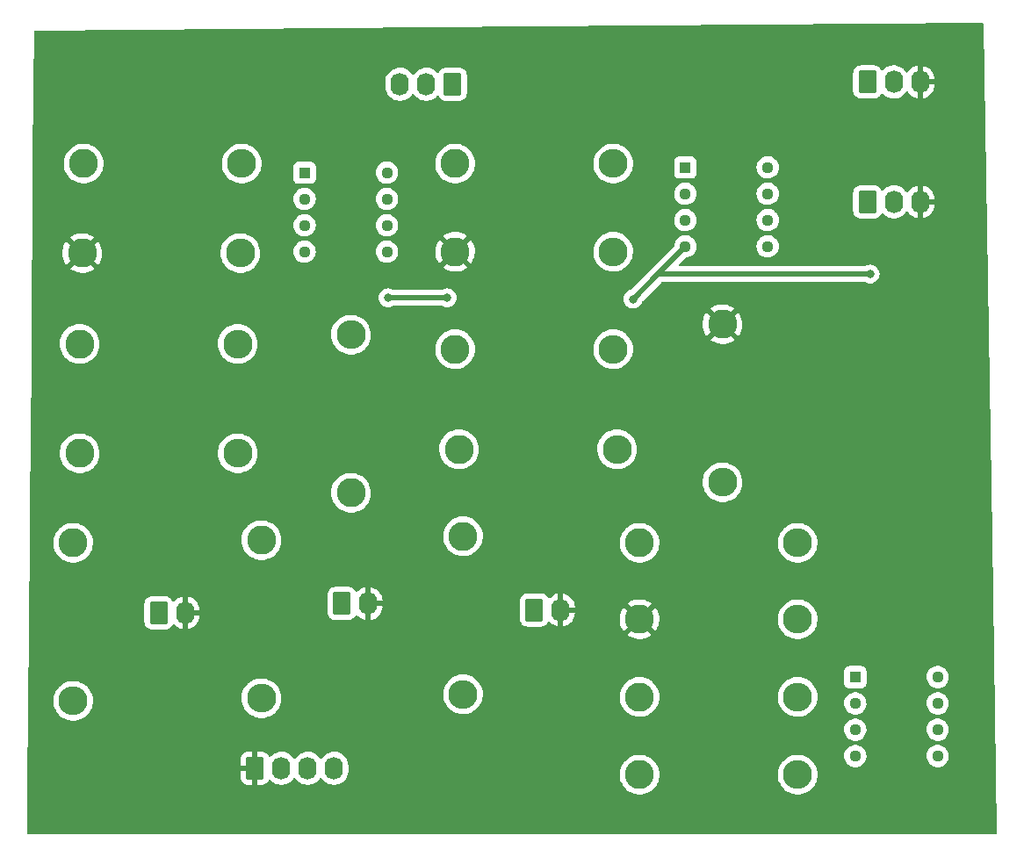
<source format=gbr>
%TF.GenerationSoftware,KiCad,Pcbnew,(6.0.1)*%
%TF.CreationDate,2022-04-20T22:23:46-05:00*%
%TF.ProjectId,voltage_adder_board,766f6c74-6167-4655-9f61-646465725f62,rev?*%
%TF.SameCoordinates,Original*%
%TF.FileFunction,Copper,L2,Bot*%
%TF.FilePolarity,Positive*%
%FSLAX46Y46*%
G04 Gerber Fmt 4.6, Leading zero omitted, Abs format (unit mm)*
G04 Created by KiCad (PCBNEW (6.0.1)) date 2022-04-20 22:23:46*
%MOMM*%
%LPD*%
G01*
G04 APERTURE LIST*
G04 Aperture macros list*
%AMRoundRect*
0 Rectangle with rounded corners*
0 $1 Rounding radius*
0 $2 $3 $4 $5 $6 $7 $8 $9 X,Y pos of 4 corners*
0 Add a 4 corners polygon primitive as box body*
4,1,4,$2,$3,$4,$5,$6,$7,$8,$9,$2,$3,0*
0 Add four circle primitives for the rounded corners*
1,1,$1+$1,$2,$3*
1,1,$1+$1,$4,$5*
1,1,$1+$1,$6,$7*
1,1,$1+$1,$8,$9*
0 Add four rect primitives between the rounded corners*
20,1,$1+$1,$2,$3,$4,$5,0*
20,1,$1+$1,$4,$5,$6,$7,0*
20,1,$1+$1,$6,$7,$8,$9,0*
20,1,$1+$1,$8,$9,$2,$3,0*%
G04 Aperture macros list end*
%TA.AperFunction,ComponentPad*%
%ADD10C,2.800000*%
%TD*%
%TA.AperFunction,ComponentPad*%
%ADD11O,2.800000X2.800000*%
%TD*%
%TA.AperFunction,ComponentPad*%
%ADD12RoundRect,0.250000X-0.620000X-0.845000X0.620000X-0.845000X0.620000X0.845000X-0.620000X0.845000X0*%
%TD*%
%TA.AperFunction,ComponentPad*%
%ADD13O,1.740000X2.190000*%
%TD*%
%TA.AperFunction,ComponentPad*%
%ADD14R,1.130000X1.130000*%
%TD*%
%TA.AperFunction,ComponentPad*%
%ADD15C,1.130000*%
%TD*%
%TA.AperFunction,ComponentPad*%
%ADD16RoundRect,0.250000X0.620000X0.845000X-0.620000X0.845000X-0.620000X-0.845000X0.620000X-0.845000X0*%
%TD*%
%TA.AperFunction,ViaPad*%
%ADD17C,0.800000*%
%TD*%
%TA.AperFunction,Conductor*%
%ADD18C,0.254000*%
%TD*%
%TA.AperFunction,Conductor*%
%ADD19C,0.508000*%
%TD*%
G04 APERTURE END LIST*
D10*
%TO.P,R4,1*%
%TO.N,GND*%
X69088000Y-67310000D03*
D11*
%TO.P,R4,2*%
%TO.N,Net-(R4-Pad2)*%
X84328000Y-67310000D03*
%TD*%
D10*
%TO.P,R5,1*%
%TO.N,Net-(J3-Pad1)*%
X86360000Y-94996000D03*
D11*
%TO.P,R5,2*%
%TO.N,Net-(J2-Pad3)*%
X86360000Y-110236000D03*
%TD*%
D12*
%TO.P,J7,1,Pin_1*%
%TO.N,+5V*%
X144780000Y-50820000D03*
D13*
%TO.P,J7,2,Pin_2*%
%TO.N,-5V*%
X147320000Y-50820000D03*
%TO.P,J7,3,Pin_3*%
%TO.N,GND*%
X149860000Y-50820000D03*
%TD*%
D10*
%TO.P,R17,1*%
%TO.N,Net-(R16-Pad2)*%
X122809000Y-95250000D03*
D11*
%TO.P,R17,2*%
%TO.N,Net-(R17-Pad2)*%
X138049000Y-95250000D03*
%TD*%
D12*
%TO.P,J4,1,Pin_1*%
%TO.N,Net-(J4-Pad1)*%
X112649000Y-101727000D03*
D13*
%TO.P,J4,2,Pin_2*%
%TO.N,GND*%
X115189000Y-101727000D03*
%TD*%
D12*
%TO.P,J6,1,Pin_1*%
%TO.N,+5V*%
X144780000Y-62376990D03*
D13*
%TO.P,J6,2,Pin_2*%
%TO.N,-5V*%
X147320000Y-62376990D03*
%TO.P,J6,3,Pin_3*%
%TO.N,GND*%
X149860000Y-62376990D03*
%TD*%
D12*
%TO.P,J3,1,Pin_1*%
%TO.N,Net-(J3-Pad1)*%
X94107000Y-101111990D03*
D13*
%TO.P,J3,2,Pin_2*%
%TO.N,GND*%
X96647000Y-101111990D03*
%TD*%
D10*
%TO.P,R6,1*%
%TO.N,Net-(R4-Pad2)*%
X69215000Y-58674000D03*
D11*
%TO.P,R6,2*%
%TO.N,Net-(R6-Pad2)*%
X84455000Y-58674000D03*
%TD*%
D10*
%TO.P,R8,1*%
%TO.N,Net-(J5-Pad2)*%
X105029000Y-76581000D03*
D11*
%TO.P,R8,2*%
%TO.N,Net-(R8-Pad2)*%
X120269000Y-76581000D03*
%TD*%
D10*
%TO.P,R16,1*%
%TO.N,GND*%
X122809000Y-102616000D03*
D11*
%TO.P,R16,2*%
%TO.N,Net-(R16-Pad2)*%
X138049000Y-102616000D03*
%TD*%
D14*
%TO.P,U1,1,OFFSET_N1*%
%TO.N,unconnected-(U1-Pad1)*%
X90518000Y-59563000D03*
D15*
%TO.P,U1,2,IN-*%
%TO.N,Net-(R4-Pad2)*%
X90518000Y-62103000D03*
%TO.P,U1,3,IN+*%
%TO.N,Net-(R1-Pad2)*%
X90518000Y-64643000D03*
%TO.P,U1,4,VCC-*%
%TO.N,-5V*%
X90518000Y-67183000D03*
%TO.P,U1,5,OFFSET_N2*%
%TO.N,unconnected-(U1-Pad5)*%
X98458000Y-67183000D03*
%TO.P,U1,6,OUT*%
%TO.N,Net-(R6-Pad2)*%
X98458000Y-64643000D03*
%TO.P,U1,7,VCC+*%
%TO.N,+5V*%
X98458000Y-62103000D03*
%TO.P,U1,8*%
%TO.N,N/C*%
X98458000Y-59563000D03*
%TD*%
D14*
%TO.P,U3,1,OFFSET_N1*%
%TO.N,unconnected-(U3-Pad1)*%
X143604000Y-108204000D03*
D15*
%TO.P,U3,2,IN-*%
%TO.N,Net-(R16-Pad2)*%
X143604000Y-110744000D03*
%TO.P,U3,3,IN+*%
%TO.N,Net-(R14-Pad2)*%
X143604000Y-113284000D03*
%TO.P,U3,4,VCC-*%
%TO.N,-5V*%
X143604000Y-115824000D03*
%TO.P,U3,5,OFFSET_N2*%
%TO.N,unconnected-(U3-Pad5)*%
X151544000Y-115824000D03*
%TO.P,U3,6,OUT*%
%TO.N,Net-(R17-Pad2)*%
X151544000Y-113284000D03*
%TO.P,U3,7,VCC+*%
%TO.N,+5V*%
X151544000Y-110744000D03*
%TO.P,U3,8*%
%TO.N,N/C*%
X151544000Y-108204000D03*
%TD*%
D12*
%TO.P,J1,1,Pin_1*%
%TO.N,Net-(J1-Pad1)*%
X76454000Y-102000990D03*
D13*
%TO.P,J1,2,Pin_2*%
%TO.N,GND*%
X78994000Y-102000990D03*
%TD*%
D16*
%TO.P,J5,1,Pin_1*%
%TO.N,Net-(J5-Pad1)*%
X104775000Y-51034000D03*
D13*
%TO.P,J5,2,Pin_2*%
%TO.N,Net-(J5-Pad2)*%
X102235000Y-51034000D03*
%TO.P,J5,3,Pin_3*%
%TO.N,Net-(J5-Pad3)*%
X99695000Y-51034000D03*
%TD*%
D10*
%TO.P,R12,1*%
%TO.N,GND*%
X105029000Y-67183000D03*
D11*
%TO.P,R12,2*%
%TO.N,Net-(R12-Pad2)*%
X120269000Y-67183000D03*
%TD*%
D10*
%TO.P,R11,1*%
%TO.N,GND*%
X130810000Y-74168000D03*
D11*
%TO.P,R11,2*%
%TO.N,Net-(R10-Pad1)*%
X130810000Y-89408000D03*
%TD*%
D14*
%TO.P,U2,1,OFFSET_N1*%
%TO.N,unconnected-(U2-Pad1)*%
X127221000Y-59055000D03*
D15*
%TO.P,U2,2,IN-*%
%TO.N,Net-(R12-Pad2)*%
X127221000Y-61595000D03*
%TO.P,U2,3,IN+*%
%TO.N,Net-(R8-Pad2)*%
X127221000Y-64135000D03*
%TO.P,U2,4,VCC-*%
%TO.N,-5V*%
X127221000Y-66675000D03*
%TO.P,U2,5,OFFSET_N2*%
%TO.N,unconnected-(U2-Pad5)*%
X135161000Y-66675000D03*
%TO.P,U2,6,OUT*%
%TO.N,Net-(R13-Pad2)*%
X135161000Y-64135000D03*
%TO.P,U2,7,VCC+*%
%TO.N,+5V*%
X135161000Y-61595000D03*
%TO.P,U2,8*%
%TO.N,N/C*%
X135161000Y-59055000D03*
%TD*%
D10*
%TO.P,R15,1*%
%TO.N,Net-(R10-Pad1)*%
X122809000Y-117602000D03*
D11*
%TO.P,R15,2*%
%TO.N,Net-(R14-Pad2)*%
X138049000Y-117602000D03*
%TD*%
D10*
%TO.P,R14,1*%
%TO.N,Net-(J5-Pad1)*%
X122809000Y-110109000D03*
D11*
%TO.P,R14,2*%
%TO.N,Net-(R14-Pad2)*%
X138049000Y-110109000D03*
%TD*%
D10*
%TO.P,R3,1*%
%TO.N,Net-(J1-Pad1)*%
X68199000Y-95250000D03*
D11*
%TO.P,R3,2*%
%TO.N,Net-(J2-Pad2)*%
X68199000Y-110490000D03*
%TD*%
D12*
%TO.P,J2,1,Pin_1*%
%TO.N,GND*%
X85725000Y-116987000D03*
D13*
%TO.P,J2,2,Pin_2*%
%TO.N,Net-(J2-Pad2)*%
X88265000Y-116987000D03*
%TO.P,J2,3,Pin_3*%
%TO.N,Net-(J2-Pad3)*%
X90805000Y-116987000D03*
%TO.P,J2,4,Pin_4*%
%TO.N,Net-(J2-Pad4)*%
X93345000Y-116987000D03*
%TD*%
D10*
%TO.P,R2,1*%
%TO.N,Net-(R10-Pad1)*%
X68834000Y-86614000D03*
D11*
%TO.P,R2,2*%
%TO.N,Net-(R1-Pad2)*%
X84074000Y-86614000D03*
%TD*%
D10*
%TO.P,R1,1*%
%TO.N,Net-(J5-Pad3)*%
X68834000Y-76073000D03*
D11*
%TO.P,R1,2*%
%TO.N,Net-(R1-Pad2)*%
X84074000Y-76073000D03*
%TD*%
D10*
%TO.P,R10,1*%
%TO.N,Net-(R10-Pad1)*%
X94996000Y-90424000D03*
D11*
%TO.P,R10,2*%
%TO.N,+5V*%
X94996000Y-75184000D03*
%TD*%
D10*
%TO.P,R9,1*%
%TO.N,Net-(R10-Pad1)*%
X105410000Y-86233000D03*
D11*
%TO.P,R9,2*%
%TO.N,Net-(R8-Pad2)*%
X120650000Y-86233000D03*
%TD*%
D10*
%TO.P,R13,1*%
%TO.N,Net-(R12-Pad2)*%
X105029000Y-58674000D03*
D11*
%TO.P,R13,2*%
%TO.N,Net-(R13-Pad2)*%
X120269000Y-58674000D03*
%TD*%
D10*
%TO.P,R7,1*%
%TO.N,Net-(J4-Pad1)*%
X105791000Y-94615000D03*
D11*
%TO.P,R7,2*%
%TO.N,Net-(J2-Pad4)*%
X105791000Y-109855000D03*
%TD*%
D17*
%TO.N,-5V*%
X145034000Y-69342000D03*
X98552000Y-71628000D03*
X122174000Y-71755000D03*
X104267000Y-71628000D03*
%TD*%
D18*
%TO.N,Net-(R8-Pad2)*%
X120269000Y-76581000D02*
X120269000Y-76454000D01*
X120269000Y-76454000D02*
X120396000Y-76327000D01*
D19*
%TO.N,-5V*%
X104267000Y-71628000D02*
X98552000Y-71628000D01*
X124587000Y-69342000D02*
X122174000Y-71755000D01*
X145034000Y-69342000D02*
X124587000Y-69342000D01*
X124587000Y-69309000D02*
X127221000Y-66675000D01*
X124587000Y-69342000D02*
X124587000Y-69309000D01*
%TD*%
%TA.AperFunction,Conductor*%
%TO.N,GND*%
G36*
X155884832Y-45134608D02*
G01*
X155931760Y-45187883D01*
X155943558Y-45238983D01*
X156797239Y-94712004D01*
X157288565Y-123185588D01*
X157288828Y-123200856D01*
X157270004Y-123269312D01*
X157217159Y-123316724D01*
X157162827Y-123329030D01*
X97410196Y-123318568D01*
X63882472Y-123312698D01*
X63814355Y-123292684D01*
X63767871Y-123239020D01*
X63756499Y-123185588D01*
X63803249Y-117879095D01*
X84347001Y-117879095D01*
X84347338Y-117885614D01*
X84357257Y-117981206D01*
X84360149Y-117994600D01*
X84411588Y-118148784D01*
X84417761Y-118161962D01*
X84503063Y-118299807D01*
X84512099Y-118311208D01*
X84626829Y-118425739D01*
X84638240Y-118434751D01*
X84776243Y-118519816D01*
X84789424Y-118525963D01*
X84943710Y-118577138D01*
X84957086Y-118580005D01*
X85051438Y-118589672D01*
X85057854Y-118590000D01*
X85452885Y-118590000D01*
X85468124Y-118585525D01*
X85469329Y-118584135D01*
X85471000Y-118576452D01*
X85471000Y-118571884D01*
X85979000Y-118571884D01*
X85983475Y-118587123D01*
X85984865Y-118588328D01*
X85992548Y-118589999D01*
X86392095Y-118589999D01*
X86398614Y-118589662D01*
X86494206Y-118579743D01*
X86507600Y-118576851D01*
X86661784Y-118525412D01*
X86674962Y-118519239D01*
X86812807Y-118433937D01*
X86824208Y-118424901D01*
X86938739Y-118310171D01*
X86947751Y-118298760D01*
X87036658Y-118154525D01*
X87038755Y-118155817D01*
X87077956Y-118111308D01*
X87146236Y-118091856D01*
X87214193Y-118112407D01*
X87236386Y-118130878D01*
X87348276Y-118248168D01*
X87535965Y-118387813D01*
X87540716Y-118390229D01*
X87540720Y-118390231D01*
X87655197Y-118448434D01*
X87744500Y-118493838D01*
X87967917Y-118563210D01*
X87973204Y-118563911D01*
X87973205Y-118563911D01*
X88194545Y-118593248D01*
X88194549Y-118593248D01*
X88199829Y-118593948D01*
X88205158Y-118593748D01*
X88205160Y-118593748D01*
X88316717Y-118589560D01*
X88433604Y-118585172D01*
X88545813Y-118561628D01*
X88657332Y-118538229D01*
X88657335Y-118538228D01*
X88662559Y-118537132D01*
X88880146Y-118451203D01*
X89072933Y-118334217D01*
X89075583Y-118332609D01*
X89075586Y-118332607D01*
X89080144Y-118329841D01*
X89256834Y-118176517D01*
X89405165Y-117995614D01*
X89407801Y-117990984D01*
X89407804Y-117990979D01*
X89426301Y-117958484D01*
X89477384Y-117909178D01*
X89547015Y-117895317D01*
X89613085Y-117921301D01*
X89640323Y-117950450D01*
X89726798Y-118078896D01*
X89730477Y-118082753D01*
X89730479Y-118082755D01*
X89758766Y-118112407D01*
X89888276Y-118248168D01*
X90075965Y-118387813D01*
X90080716Y-118390229D01*
X90080720Y-118390231D01*
X90195197Y-118448434D01*
X90284500Y-118493838D01*
X90507917Y-118563210D01*
X90513204Y-118563911D01*
X90513205Y-118563911D01*
X90734545Y-118593248D01*
X90734549Y-118593248D01*
X90739829Y-118593948D01*
X90745158Y-118593748D01*
X90745160Y-118593748D01*
X90856717Y-118589560D01*
X90973604Y-118585172D01*
X91085813Y-118561628D01*
X91197332Y-118538229D01*
X91197335Y-118538228D01*
X91202559Y-118537132D01*
X91420146Y-118451203D01*
X91612933Y-118334217D01*
X91615583Y-118332609D01*
X91615586Y-118332607D01*
X91620144Y-118329841D01*
X91796834Y-118176517D01*
X91945165Y-117995614D01*
X91947801Y-117990984D01*
X91947804Y-117990979D01*
X91966301Y-117958484D01*
X92017384Y-117909178D01*
X92087015Y-117895317D01*
X92153085Y-117921301D01*
X92180323Y-117950450D01*
X92266798Y-118078896D01*
X92270477Y-118082753D01*
X92270479Y-118082755D01*
X92298766Y-118112407D01*
X92428276Y-118248168D01*
X92615965Y-118387813D01*
X92620716Y-118390229D01*
X92620720Y-118390231D01*
X92735197Y-118448434D01*
X92824500Y-118493838D01*
X93047917Y-118563210D01*
X93053204Y-118563911D01*
X93053205Y-118563911D01*
X93274545Y-118593248D01*
X93274549Y-118593248D01*
X93279829Y-118593948D01*
X93285158Y-118593748D01*
X93285160Y-118593748D01*
X93396717Y-118589560D01*
X93513604Y-118585172D01*
X93625813Y-118561628D01*
X93737332Y-118538229D01*
X93737335Y-118538228D01*
X93742559Y-118537132D01*
X93960146Y-118451203D01*
X94152933Y-118334217D01*
X94155583Y-118332609D01*
X94155586Y-118332607D01*
X94160144Y-118329841D01*
X94336834Y-118176517D01*
X94485165Y-117995614D01*
X94589706Y-117811963D01*
X94598255Y-117796945D01*
X94598256Y-117796943D01*
X94600896Y-117792305D01*
X94680716Y-117572404D01*
X94686232Y-117541899D01*
X120896569Y-117541899D01*
X120896744Y-117546351D01*
X120906408Y-117792305D01*
X120907180Y-117811963D01*
X120955737Y-118077837D01*
X121041272Y-118334217D01*
X121069261Y-118390231D01*
X121155694Y-118563210D01*
X121162078Y-118575987D01*
X121168426Y-118585172D01*
X121268563Y-118730058D01*
X121315744Y-118798324D01*
X121499205Y-118996790D01*
X121708799Y-119167427D01*
X121940346Y-119306830D01*
X121944441Y-119308564D01*
X121944443Y-119308565D01*
X122185124Y-119410480D01*
X122185131Y-119410482D01*
X122189225Y-119412216D01*
X122285359Y-119437705D01*
X122446172Y-119480345D01*
X122446177Y-119480346D01*
X122450469Y-119481484D01*
X122454878Y-119482006D01*
X122454884Y-119482007D01*
X122604210Y-119499680D01*
X122718868Y-119513251D01*
X122989064Y-119506883D01*
X122993459Y-119506151D01*
X122993464Y-119506151D01*
X123251267Y-119463241D01*
X123251271Y-119463240D01*
X123255669Y-119462508D01*
X123423959Y-119409285D01*
X123509114Y-119382354D01*
X123509116Y-119382353D01*
X123513360Y-119381011D01*
X123517371Y-119379085D01*
X123517376Y-119379083D01*
X123752979Y-119265948D01*
X123752980Y-119265947D01*
X123756998Y-119264018D01*
X123905768Y-119164613D01*
X123978013Y-119116341D01*
X123978017Y-119116338D01*
X123981721Y-119113863D01*
X123985038Y-119110892D01*
X123985042Y-119110889D01*
X124179729Y-118936512D01*
X124183045Y-118933542D01*
X124356953Y-118726654D01*
X124439841Y-118593748D01*
X124497614Y-118501111D01*
X124497615Y-118501109D01*
X124499975Y-118497325D01*
X124609258Y-118250133D01*
X124682620Y-117990008D01*
X124705946Y-117816343D01*
X124718172Y-117725324D01*
X124718173Y-117725316D01*
X124718599Y-117722142D01*
X124718700Y-117718931D01*
X124722274Y-117605222D01*
X124722274Y-117605217D01*
X124722375Y-117602000D01*
X124718120Y-117541899D01*
X136136569Y-117541899D01*
X136136744Y-117546351D01*
X136146408Y-117792305D01*
X136147180Y-117811963D01*
X136195737Y-118077837D01*
X136281272Y-118334217D01*
X136309261Y-118390231D01*
X136395694Y-118563210D01*
X136402078Y-118575987D01*
X136408426Y-118585172D01*
X136508563Y-118730058D01*
X136555744Y-118798324D01*
X136739205Y-118996790D01*
X136948799Y-119167427D01*
X137180346Y-119306830D01*
X137184441Y-119308564D01*
X137184443Y-119308565D01*
X137425124Y-119410480D01*
X137425131Y-119410482D01*
X137429225Y-119412216D01*
X137525359Y-119437705D01*
X137686172Y-119480345D01*
X137686177Y-119480346D01*
X137690469Y-119481484D01*
X137694878Y-119482006D01*
X137694884Y-119482007D01*
X137844210Y-119499680D01*
X137958868Y-119513251D01*
X138229064Y-119506883D01*
X138233459Y-119506151D01*
X138233464Y-119506151D01*
X138491267Y-119463241D01*
X138491271Y-119463240D01*
X138495669Y-119462508D01*
X138663959Y-119409285D01*
X138749114Y-119382354D01*
X138749116Y-119382353D01*
X138753360Y-119381011D01*
X138757371Y-119379085D01*
X138757376Y-119379083D01*
X138992979Y-119265948D01*
X138992980Y-119265947D01*
X138996998Y-119264018D01*
X139145768Y-119164613D01*
X139218013Y-119116341D01*
X139218017Y-119116338D01*
X139221721Y-119113863D01*
X139225038Y-119110892D01*
X139225042Y-119110889D01*
X139419729Y-118936512D01*
X139423045Y-118933542D01*
X139596953Y-118726654D01*
X139679841Y-118593748D01*
X139737614Y-118501111D01*
X139737615Y-118501109D01*
X139739975Y-118497325D01*
X139849258Y-118250133D01*
X139922620Y-117990008D01*
X139945946Y-117816343D01*
X139958172Y-117725324D01*
X139958173Y-117725316D01*
X139958599Y-117722142D01*
X139958700Y-117718931D01*
X139962274Y-117605222D01*
X139962274Y-117605217D01*
X139962375Y-117602000D01*
X139943287Y-117332403D01*
X139886402Y-117068185D01*
X139866801Y-117015053D01*
X139794397Y-116818796D01*
X139792856Y-116814619D01*
X139770795Y-116773732D01*
X139666629Y-116580678D01*
X139666629Y-116580677D01*
X139664516Y-116576762D01*
X139503942Y-116359362D01*
X139453016Y-116307629D01*
X139317469Y-116169937D01*
X139314338Y-116166756D01*
X139187498Y-116069955D01*
X139103028Y-116005489D01*
X139103024Y-116005487D01*
X139099487Y-116002787D01*
X138863675Y-115870727D01*
X138669946Y-115795779D01*
X142526270Y-115795779D01*
X142539174Y-115992652D01*
X142587739Y-116183877D01*
X142670339Y-116363049D01*
X142784207Y-116524169D01*
X142925530Y-116661840D01*
X142930326Y-116665045D01*
X142930329Y-116665047D01*
X142983558Y-116700613D01*
X143089576Y-116771452D01*
X143094879Y-116773730D01*
X143094882Y-116773732D01*
X143199772Y-116818796D01*
X143270849Y-116849333D01*
X143364185Y-116870453D01*
X143457644Y-116891601D01*
X143457647Y-116891601D01*
X143463280Y-116892876D01*
X143469051Y-116893103D01*
X143469053Y-116893103D01*
X143528054Y-116895421D01*
X143660423Y-116900622D01*
X143775789Y-116883894D01*
X143849955Y-116873141D01*
X143849959Y-116873140D01*
X143855677Y-116872311D01*
X143861149Y-116870453D01*
X143861151Y-116870453D01*
X144037038Y-116810747D01*
X144037040Y-116810746D01*
X144042502Y-116808892D01*
X144188491Y-116727135D01*
X144209605Y-116715311D01*
X144209606Y-116715310D01*
X144214642Y-116712490D01*
X144228923Y-116700613D01*
X144361899Y-116590017D01*
X144366331Y-116586331D01*
X144492490Y-116434642D01*
X144510997Y-116401596D01*
X144522207Y-116381578D01*
X144588892Y-116262502D01*
X144616323Y-116181695D01*
X144650453Y-116081151D01*
X144650453Y-116081149D01*
X144652311Y-116075677D01*
X144680622Y-115880423D01*
X144682099Y-115824000D01*
X144679506Y-115795779D01*
X150466270Y-115795779D01*
X150479174Y-115992652D01*
X150527739Y-116183877D01*
X150610339Y-116363049D01*
X150724207Y-116524169D01*
X150865530Y-116661840D01*
X150870326Y-116665045D01*
X150870329Y-116665047D01*
X150923558Y-116700613D01*
X151029576Y-116771452D01*
X151034879Y-116773730D01*
X151034882Y-116773732D01*
X151139772Y-116818796D01*
X151210849Y-116849333D01*
X151304185Y-116870453D01*
X151397644Y-116891601D01*
X151397647Y-116891601D01*
X151403280Y-116892876D01*
X151409051Y-116893103D01*
X151409053Y-116893103D01*
X151468054Y-116895421D01*
X151600423Y-116900622D01*
X151715789Y-116883894D01*
X151789955Y-116873141D01*
X151789959Y-116873140D01*
X151795677Y-116872311D01*
X151801149Y-116870453D01*
X151801151Y-116870453D01*
X151977038Y-116810747D01*
X151977040Y-116810746D01*
X151982502Y-116808892D01*
X152128491Y-116727135D01*
X152149605Y-116715311D01*
X152149606Y-116715310D01*
X152154642Y-116712490D01*
X152168923Y-116700613D01*
X152301899Y-116590017D01*
X152306331Y-116586331D01*
X152432490Y-116434642D01*
X152450997Y-116401596D01*
X152462207Y-116381578D01*
X152528892Y-116262502D01*
X152556323Y-116181695D01*
X152590453Y-116081151D01*
X152590453Y-116081149D01*
X152592311Y-116075677D01*
X152620622Y-115880423D01*
X152622099Y-115824000D01*
X152605574Y-115644159D01*
X152604575Y-115633286D01*
X152604574Y-115633283D01*
X152604046Y-115627532D01*
X152594684Y-115594334D01*
X152552060Y-115443203D01*
X152552059Y-115443201D01*
X152550492Y-115437644D01*
X152540286Y-115416947D01*
X152465786Y-115265876D01*
X152463231Y-115260695D01*
X152445407Y-115236825D01*
X152348637Y-115107235D01*
X152348636Y-115107234D01*
X152345184Y-115102611D01*
X152322764Y-115081886D01*
X152204546Y-114972607D01*
X152204544Y-114972605D01*
X152200305Y-114968687D01*
X152033447Y-114863407D01*
X151850197Y-114790297D01*
X151844529Y-114789170D01*
X151844527Y-114789169D01*
X151662360Y-114752934D01*
X151662356Y-114752934D01*
X151656692Y-114751807D01*
X151650917Y-114751731D01*
X151650913Y-114751731D01*
X151552267Y-114750440D01*
X151459413Y-114749224D01*
X151453716Y-114750203D01*
X151453715Y-114750203D01*
X151437822Y-114752934D01*
X151264967Y-114782636D01*
X151079866Y-114850924D01*
X151074905Y-114853876D01*
X151074904Y-114853876D01*
X150915277Y-114948844D01*
X150915274Y-114948846D01*
X150910309Y-114951800D01*
X150905969Y-114955606D01*
X150905965Y-114955609D01*
X150894566Y-114965606D01*
X150761975Y-115081886D01*
X150639830Y-115236825D01*
X150637141Y-115241936D01*
X150637139Y-115241939D01*
X150627271Y-115260695D01*
X150547966Y-115411429D01*
X150489460Y-115599851D01*
X150466270Y-115795779D01*
X144679506Y-115795779D01*
X144665574Y-115644159D01*
X144664575Y-115633286D01*
X144664574Y-115633283D01*
X144664046Y-115627532D01*
X144654684Y-115594334D01*
X144612060Y-115443203D01*
X144612059Y-115443201D01*
X144610492Y-115437644D01*
X144600286Y-115416947D01*
X144525786Y-115265876D01*
X144523231Y-115260695D01*
X144505407Y-115236825D01*
X144408637Y-115107235D01*
X144408636Y-115107234D01*
X144405184Y-115102611D01*
X144382764Y-115081886D01*
X144264546Y-114972607D01*
X144264544Y-114972605D01*
X144260305Y-114968687D01*
X144093447Y-114863407D01*
X143910197Y-114790297D01*
X143904529Y-114789170D01*
X143904527Y-114789169D01*
X143722360Y-114752934D01*
X143722356Y-114752934D01*
X143716692Y-114751807D01*
X143710917Y-114751731D01*
X143710913Y-114751731D01*
X143612267Y-114750440D01*
X143519413Y-114749224D01*
X143513716Y-114750203D01*
X143513715Y-114750203D01*
X143497822Y-114752934D01*
X143324967Y-114782636D01*
X143139866Y-114850924D01*
X143134905Y-114853876D01*
X143134904Y-114853876D01*
X142975277Y-114948844D01*
X142975274Y-114948846D01*
X142970309Y-114951800D01*
X142965969Y-114955606D01*
X142965965Y-114955609D01*
X142954566Y-114965606D01*
X142821975Y-115081886D01*
X142699830Y-115236825D01*
X142697141Y-115241936D01*
X142697139Y-115241939D01*
X142687271Y-115260695D01*
X142607966Y-115411429D01*
X142549460Y-115599851D01*
X142526270Y-115795779D01*
X138669946Y-115795779D01*
X138611609Y-115773210D01*
X138607284Y-115772207D01*
X138607279Y-115772206D01*
X138501748Y-115747746D01*
X138348318Y-115712182D01*
X138079054Y-115688861D01*
X138074619Y-115689105D01*
X138074615Y-115689105D01*
X137813634Y-115703468D01*
X137813627Y-115703469D01*
X137809191Y-115703713D01*
X137678600Y-115729689D01*
X137548484Y-115755570D01*
X137548479Y-115755571D01*
X137544112Y-115756440D01*
X137539909Y-115757916D01*
X137293315Y-115844513D01*
X137293312Y-115844514D01*
X137289107Y-115845991D01*
X137285154Y-115848044D01*
X137285148Y-115848047D01*
X137149846Y-115918332D01*
X137049264Y-115970580D01*
X137045649Y-115973163D01*
X137045643Y-115973167D01*
X136832990Y-116125131D01*
X136832986Y-116125134D01*
X136829369Y-116127719D01*
X136633808Y-116314275D01*
X136538919Y-116434642D01*
X136472059Y-116519454D01*
X136466485Y-116526524D01*
X136464253Y-116530366D01*
X136464250Y-116530371D01*
X136332974Y-116756377D01*
X136332971Y-116756384D01*
X136330736Y-116760231D01*
X136329062Y-116764364D01*
X136277010Y-116892876D01*
X136229272Y-117010735D01*
X136228201Y-117015048D01*
X136228199Y-117015053D01*
X136165189Y-117268714D01*
X136164116Y-117273035D01*
X136163662Y-117277463D01*
X136163662Y-117277465D01*
X136137023Y-117537467D01*
X136136569Y-117541899D01*
X124718120Y-117541899D01*
X124703287Y-117332403D01*
X124646402Y-117068185D01*
X124626801Y-117015053D01*
X124554397Y-116818796D01*
X124552856Y-116814619D01*
X124530795Y-116773732D01*
X124426629Y-116580678D01*
X124426629Y-116580677D01*
X124424516Y-116576762D01*
X124263942Y-116359362D01*
X124213016Y-116307629D01*
X124077469Y-116169937D01*
X124074338Y-116166756D01*
X123947498Y-116069955D01*
X123863028Y-116005489D01*
X123863024Y-116005487D01*
X123859487Y-116002787D01*
X123623675Y-115870727D01*
X123371609Y-115773210D01*
X123367284Y-115772207D01*
X123367279Y-115772206D01*
X123261748Y-115747746D01*
X123108318Y-115712182D01*
X122839054Y-115688861D01*
X122834619Y-115689105D01*
X122834615Y-115689105D01*
X122573634Y-115703468D01*
X122573627Y-115703469D01*
X122569191Y-115703713D01*
X122438600Y-115729689D01*
X122308484Y-115755570D01*
X122308479Y-115755571D01*
X122304112Y-115756440D01*
X122299909Y-115757916D01*
X122053315Y-115844513D01*
X122053312Y-115844514D01*
X122049107Y-115845991D01*
X122045154Y-115848044D01*
X122045148Y-115848047D01*
X121909846Y-115918332D01*
X121809264Y-115970580D01*
X121805649Y-115973163D01*
X121805643Y-115973167D01*
X121592990Y-116125131D01*
X121592986Y-116125134D01*
X121589369Y-116127719D01*
X121393808Y-116314275D01*
X121298919Y-116434642D01*
X121232059Y-116519454D01*
X121226485Y-116526524D01*
X121224253Y-116530366D01*
X121224250Y-116530371D01*
X121092974Y-116756377D01*
X121092971Y-116756384D01*
X121090736Y-116760231D01*
X121089062Y-116764364D01*
X121037010Y-116892876D01*
X120989272Y-117010735D01*
X120988201Y-117015048D01*
X120988199Y-117015053D01*
X120925189Y-117268714D01*
X120924116Y-117273035D01*
X120923662Y-117277463D01*
X120923662Y-117277465D01*
X120897023Y-117537467D01*
X120896569Y-117541899D01*
X94686232Y-117541899D01*
X94722344Y-117342197D01*
X94722597Y-117336852D01*
X94723430Y-117319172D01*
X94723430Y-117319165D01*
X94723500Y-117317684D01*
X94723500Y-116703262D01*
X94713099Y-116580678D01*
X94709156Y-116534209D01*
X94709155Y-116534205D01*
X94708705Y-116528898D01*
X94684241Y-116434642D01*
X94651275Y-116307629D01*
X94651274Y-116307625D01*
X94649933Y-116302460D01*
X94634201Y-116267535D01*
X94556045Y-116094036D01*
X94553850Y-116089163D01*
X94546795Y-116078683D01*
X94494234Y-116000612D01*
X94423202Y-115895104D01*
X94402021Y-115872900D01*
X94308450Y-115774813D01*
X94261724Y-115725832D01*
X94212550Y-115689245D01*
X94078317Y-115589373D01*
X94078318Y-115589373D01*
X94074035Y-115586187D01*
X94069284Y-115583771D01*
X94069280Y-115583769D01*
X93870256Y-115482580D01*
X93870255Y-115482580D01*
X93865500Y-115480162D01*
X93642083Y-115410790D01*
X93636796Y-115410089D01*
X93636795Y-115410089D01*
X93415455Y-115380752D01*
X93415451Y-115380752D01*
X93410171Y-115380052D01*
X93404842Y-115380252D01*
X93404840Y-115380252D01*
X93293283Y-115384440D01*
X93176396Y-115388828D01*
X93093064Y-115406313D01*
X92952668Y-115435771D01*
X92952665Y-115435772D01*
X92947441Y-115436868D01*
X92729854Y-115522797D01*
X92725290Y-115525566D01*
X92725291Y-115525566D01*
X92534417Y-115641391D01*
X92534414Y-115641393D01*
X92529856Y-115644159D01*
X92353166Y-115797483D01*
X92204835Y-115978386D01*
X92202199Y-115983016D01*
X92202196Y-115983021D01*
X92183699Y-116015516D01*
X92132616Y-116064822D01*
X92062985Y-116078683D01*
X91996915Y-116052699D01*
X91969677Y-116023550D01*
X91886182Y-115899531D01*
X91883202Y-115895104D01*
X91862021Y-115872900D01*
X91768450Y-115774813D01*
X91721724Y-115725832D01*
X91672550Y-115689245D01*
X91538317Y-115589373D01*
X91538318Y-115589373D01*
X91534035Y-115586187D01*
X91529284Y-115583771D01*
X91529280Y-115583769D01*
X91330256Y-115482580D01*
X91330255Y-115482580D01*
X91325500Y-115480162D01*
X91102083Y-115410790D01*
X91096796Y-115410089D01*
X91096795Y-115410089D01*
X90875455Y-115380752D01*
X90875451Y-115380752D01*
X90870171Y-115380052D01*
X90864842Y-115380252D01*
X90864840Y-115380252D01*
X90753283Y-115384440D01*
X90636396Y-115388828D01*
X90553064Y-115406313D01*
X90412668Y-115435771D01*
X90412665Y-115435772D01*
X90407441Y-115436868D01*
X90189854Y-115522797D01*
X90185290Y-115525566D01*
X90185291Y-115525566D01*
X89994417Y-115641391D01*
X89994414Y-115641393D01*
X89989856Y-115644159D01*
X89813166Y-115797483D01*
X89664835Y-115978386D01*
X89662199Y-115983016D01*
X89662196Y-115983021D01*
X89643699Y-116015516D01*
X89592616Y-116064822D01*
X89522985Y-116078683D01*
X89456915Y-116052699D01*
X89429677Y-116023550D01*
X89346182Y-115899531D01*
X89343202Y-115895104D01*
X89322021Y-115872900D01*
X89228450Y-115774813D01*
X89181724Y-115725832D01*
X89132550Y-115689245D01*
X88998317Y-115589373D01*
X88998318Y-115589373D01*
X88994035Y-115586187D01*
X88989284Y-115583771D01*
X88989280Y-115583769D01*
X88790256Y-115482580D01*
X88790255Y-115482580D01*
X88785500Y-115480162D01*
X88562083Y-115410790D01*
X88556796Y-115410089D01*
X88556795Y-115410089D01*
X88335455Y-115380752D01*
X88335451Y-115380752D01*
X88330171Y-115380052D01*
X88324842Y-115380252D01*
X88324840Y-115380252D01*
X88213283Y-115384440D01*
X88096396Y-115388828D01*
X88013064Y-115406313D01*
X87872668Y-115435771D01*
X87872665Y-115435772D01*
X87867441Y-115436868D01*
X87649854Y-115522797D01*
X87645290Y-115525566D01*
X87645291Y-115525566D01*
X87454417Y-115641391D01*
X87454414Y-115641393D01*
X87449856Y-115644159D01*
X87273166Y-115797483D01*
X87269778Y-115801615D01*
X87242239Y-115835201D01*
X87183579Y-115875196D01*
X87112609Y-115877127D01*
X87051861Y-115840383D01*
X87036780Y-115817843D01*
X87036094Y-115818268D01*
X86946937Y-115674193D01*
X86937901Y-115662792D01*
X86823171Y-115548261D01*
X86811760Y-115539249D01*
X86673757Y-115454184D01*
X86660576Y-115448037D01*
X86506290Y-115396862D01*
X86492914Y-115393995D01*
X86398562Y-115384328D01*
X86392145Y-115384000D01*
X85997115Y-115384000D01*
X85981876Y-115388475D01*
X85980671Y-115389865D01*
X85979000Y-115397548D01*
X85979000Y-118571884D01*
X85471000Y-118571884D01*
X85471000Y-117259115D01*
X85466525Y-117243876D01*
X85465135Y-117242671D01*
X85457452Y-117241000D01*
X84365116Y-117241000D01*
X84349877Y-117245475D01*
X84348672Y-117246865D01*
X84347001Y-117254548D01*
X84347001Y-117879095D01*
X63803249Y-117879095D01*
X63813506Y-116714885D01*
X84347000Y-116714885D01*
X84351475Y-116730124D01*
X84352865Y-116731329D01*
X84360548Y-116733000D01*
X85452885Y-116733000D01*
X85468124Y-116728525D01*
X85469329Y-116727135D01*
X85471000Y-116719452D01*
X85471000Y-115402116D01*
X85466525Y-115386877D01*
X85465135Y-115385672D01*
X85457452Y-115384001D01*
X85057905Y-115384001D01*
X85051386Y-115384338D01*
X84955794Y-115394257D01*
X84942400Y-115397149D01*
X84788216Y-115448588D01*
X84775038Y-115454761D01*
X84637193Y-115540063D01*
X84625792Y-115549099D01*
X84511261Y-115663829D01*
X84502249Y-115675240D01*
X84417184Y-115813243D01*
X84411037Y-115826424D01*
X84359862Y-115980710D01*
X84356995Y-115994086D01*
X84347328Y-116088438D01*
X84347000Y-116094855D01*
X84347000Y-116714885D01*
X63813506Y-116714885D01*
X63843981Y-113255779D01*
X142526270Y-113255779D01*
X142539174Y-113452652D01*
X142587739Y-113643877D01*
X142670339Y-113823049D01*
X142784207Y-113984169D01*
X142925530Y-114121840D01*
X142930326Y-114125045D01*
X142930329Y-114125047D01*
X142995809Y-114168799D01*
X143089576Y-114231452D01*
X143094879Y-114233730D01*
X143094882Y-114233732D01*
X143265542Y-114307053D01*
X143270849Y-114309333D01*
X143364185Y-114330453D01*
X143457644Y-114351601D01*
X143457647Y-114351601D01*
X143463280Y-114352876D01*
X143469051Y-114353103D01*
X143469053Y-114353103D01*
X143528054Y-114355421D01*
X143660423Y-114360622D01*
X143775789Y-114343894D01*
X143849955Y-114333141D01*
X143849959Y-114333140D01*
X143855677Y-114332311D01*
X143861149Y-114330453D01*
X143861151Y-114330453D01*
X144037038Y-114270747D01*
X144037040Y-114270746D01*
X144042502Y-114268892D01*
X144214642Y-114172490D01*
X144366331Y-114046331D01*
X144492490Y-113894642D01*
X144588892Y-113722502D01*
X144652311Y-113535677D01*
X144680622Y-113340423D01*
X144682099Y-113284000D01*
X144679506Y-113255779D01*
X150466270Y-113255779D01*
X150479174Y-113452652D01*
X150527739Y-113643877D01*
X150610339Y-113823049D01*
X150724207Y-113984169D01*
X150865530Y-114121840D01*
X150870326Y-114125045D01*
X150870329Y-114125047D01*
X150935809Y-114168799D01*
X151029576Y-114231452D01*
X151034879Y-114233730D01*
X151034882Y-114233732D01*
X151205542Y-114307053D01*
X151210849Y-114309333D01*
X151304185Y-114330453D01*
X151397644Y-114351601D01*
X151397647Y-114351601D01*
X151403280Y-114352876D01*
X151409051Y-114353103D01*
X151409053Y-114353103D01*
X151468054Y-114355421D01*
X151600423Y-114360622D01*
X151715789Y-114343894D01*
X151789955Y-114333141D01*
X151789959Y-114333140D01*
X151795677Y-114332311D01*
X151801149Y-114330453D01*
X151801151Y-114330453D01*
X151977038Y-114270747D01*
X151977040Y-114270746D01*
X151982502Y-114268892D01*
X152154642Y-114172490D01*
X152306331Y-114046331D01*
X152432490Y-113894642D01*
X152528892Y-113722502D01*
X152592311Y-113535677D01*
X152620622Y-113340423D01*
X152622099Y-113284000D01*
X152604046Y-113087532D01*
X152594684Y-113054334D01*
X152552060Y-112903203D01*
X152552059Y-112903201D01*
X152550492Y-112897644D01*
X152540286Y-112876947D01*
X152465786Y-112725876D01*
X152463231Y-112720695D01*
X152445407Y-112696825D01*
X152348637Y-112567235D01*
X152348636Y-112567234D01*
X152345184Y-112562611D01*
X152322764Y-112541886D01*
X152204546Y-112432607D01*
X152204544Y-112432605D01*
X152200305Y-112428687D01*
X152033447Y-112323407D01*
X151850197Y-112250297D01*
X151844529Y-112249170D01*
X151844527Y-112249169D01*
X151662360Y-112212934D01*
X151662356Y-112212934D01*
X151656692Y-112211807D01*
X151650917Y-112211731D01*
X151650913Y-112211731D01*
X151552267Y-112210440D01*
X151459413Y-112209224D01*
X151453716Y-112210203D01*
X151453715Y-112210203D01*
X151437822Y-112212934D01*
X151264967Y-112242636D01*
X151079866Y-112310924D01*
X151074905Y-112313876D01*
X151074904Y-112313876D01*
X150915277Y-112408844D01*
X150915274Y-112408846D01*
X150910309Y-112411800D01*
X150905969Y-112415606D01*
X150905965Y-112415609D01*
X150894566Y-112425606D01*
X150761975Y-112541886D01*
X150639830Y-112696825D01*
X150637141Y-112701936D01*
X150637139Y-112701939D01*
X150627271Y-112720695D01*
X150547966Y-112871429D01*
X150489460Y-113059851D01*
X150466270Y-113255779D01*
X144679506Y-113255779D01*
X144664046Y-113087532D01*
X144654684Y-113054334D01*
X144612060Y-112903203D01*
X144612059Y-112903201D01*
X144610492Y-112897644D01*
X144600286Y-112876947D01*
X144525786Y-112725876D01*
X144523231Y-112720695D01*
X144505407Y-112696825D01*
X144408637Y-112567235D01*
X144408636Y-112567234D01*
X144405184Y-112562611D01*
X144382764Y-112541886D01*
X144264546Y-112432607D01*
X144264544Y-112432605D01*
X144260305Y-112428687D01*
X144093447Y-112323407D01*
X143910197Y-112250297D01*
X143904529Y-112249170D01*
X143904527Y-112249169D01*
X143722360Y-112212934D01*
X143722356Y-112212934D01*
X143716692Y-112211807D01*
X143710917Y-112211731D01*
X143710913Y-112211731D01*
X143612267Y-112210440D01*
X143519413Y-112209224D01*
X143513716Y-112210203D01*
X143513715Y-112210203D01*
X143497822Y-112212934D01*
X143324967Y-112242636D01*
X143139866Y-112310924D01*
X143134905Y-112313876D01*
X143134904Y-112313876D01*
X142975277Y-112408844D01*
X142975274Y-112408846D01*
X142970309Y-112411800D01*
X142965969Y-112415606D01*
X142965965Y-112415609D01*
X142954566Y-112425606D01*
X142821975Y-112541886D01*
X142699830Y-112696825D01*
X142697141Y-112701936D01*
X142697139Y-112701939D01*
X142687271Y-112720695D01*
X142607966Y-112871429D01*
X142549460Y-113059851D01*
X142526270Y-113255779D01*
X63843981Y-113255779D01*
X63868877Y-110429899D01*
X66286569Y-110429899D01*
X66286744Y-110434351D01*
X66292823Y-110589060D01*
X66297180Y-110699963D01*
X66345737Y-110965837D01*
X66347146Y-110970060D01*
X66418234Y-111183136D01*
X66431272Y-111222217D01*
X66461668Y-111283049D01*
X66544188Y-111448196D01*
X66552078Y-111463987D01*
X66554607Y-111467646D01*
X66697522Y-111674427D01*
X66705744Y-111686324D01*
X66781746Y-111768542D01*
X66829679Y-111820395D01*
X66889205Y-111884790D01*
X66892659Y-111887602D01*
X66892660Y-111887603D01*
X66932892Y-111920357D01*
X67098799Y-112055427D01*
X67102617Y-112057726D01*
X67102619Y-112057727D01*
X67240915Y-112140988D01*
X67330346Y-112194830D01*
X67334441Y-112196564D01*
X67334443Y-112196565D01*
X67575124Y-112298480D01*
X67575131Y-112298482D01*
X67579225Y-112300216D01*
X67630744Y-112313876D01*
X67836172Y-112368345D01*
X67836177Y-112368346D01*
X67840469Y-112369484D01*
X67844878Y-112370006D01*
X67844884Y-112370007D01*
X67994210Y-112387680D01*
X68108868Y-112401251D01*
X68379064Y-112394883D01*
X68383459Y-112394151D01*
X68383464Y-112394151D01*
X68641267Y-112351241D01*
X68641271Y-112351240D01*
X68645669Y-112350508D01*
X68813959Y-112297285D01*
X68899114Y-112270354D01*
X68899116Y-112270353D01*
X68903360Y-112269011D01*
X68907371Y-112267085D01*
X68907376Y-112267083D01*
X69142979Y-112153948D01*
X69142980Y-112153947D01*
X69146998Y-112152018D01*
X69295768Y-112052613D01*
X69368013Y-112004341D01*
X69368017Y-112004338D01*
X69371721Y-112001863D01*
X69375038Y-111998892D01*
X69375042Y-111998889D01*
X69569729Y-111824512D01*
X69573045Y-111821542D01*
X69746953Y-111614654D01*
X69774483Y-111570512D01*
X69887614Y-111389111D01*
X69887615Y-111389109D01*
X69889975Y-111385325D01*
X69897042Y-111369341D01*
X69958699Y-111229875D01*
X69999258Y-111138133D01*
X70072620Y-110878008D01*
X70088856Y-110757133D01*
X70108172Y-110613324D01*
X70108173Y-110613316D01*
X70108599Y-110610142D01*
X70109394Y-110584837D01*
X70112274Y-110493222D01*
X70112274Y-110493217D01*
X70112375Y-110490000D01*
X70093287Y-110220403D01*
X70083705Y-110175899D01*
X84447569Y-110175899D01*
X84449318Y-110220403D01*
X84453823Y-110335060D01*
X84458180Y-110445963D01*
X84506737Y-110711837D01*
X84592272Y-110968217D01*
X84651448Y-111086646D01*
X84657260Y-111098277D01*
X84713078Y-111209987D01*
X84715607Y-111213646D01*
X84858522Y-111420427D01*
X84866744Y-111432324D01*
X84931059Y-111501899D01*
X85041029Y-111620863D01*
X85050205Y-111630790D01*
X85053659Y-111633602D01*
X85053660Y-111633603D01*
X85093892Y-111666357D01*
X85259799Y-111801427D01*
X85263617Y-111803726D01*
X85263619Y-111803727D01*
X85487529Y-111938532D01*
X85491346Y-111940830D01*
X85495441Y-111942564D01*
X85495443Y-111942565D01*
X85736124Y-112044480D01*
X85736131Y-112044482D01*
X85740225Y-112046216D01*
X85783639Y-112057727D01*
X85997172Y-112114345D01*
X85997177Y-112114346D01*
X86001469Y-112115484D01*
X86005878Y-112116006D01*
X86005884Y-112116007D01*
X86155210Y-112133680D01*
X86269868Y-112147251D01*
X86540064Y-112140883D01*
X86544459Y-112140151D01*
X86544464Y-112140151D01*
X86802267Y-112097241D01*
X86802271Y-112097240D01*
X86806669Y-112096508D01*
X86974959Y-112043285D01*
X87060114Y-112016354D01*
X87060116Y-112016353D01*
X87064360Y-112015011D01*
X87068371Y-112013085D01*
X87068376Y-112013083D01*
X87303979Y-111899948D01*
X87303980Y-111899947D01*
X87307998Y-111898018D01*
X87501773Y-111768542D01*
X87529013Y-111750341D01*
X87529017Y-111750338D01*
X87532721Y-111747863D01*
X87536038Y-111744892D01*
X87536042Y-111744889D01*
X87730729Y-111570512D01*
X87734045Y-111567542D01*
X87907953Y-111360654D01*
X87911703Y-111354642D01*
X88048614Y-111135111D01*
X88048615Y-111135109D01*
X88050975Y-111131325D01*
X88060791Y-111109123D01*
X88107121Y-111004325D01*
X88160258Y-110884133D01*
X88233620Y-110624008D01*
X88244639Y-110541971D01*
X88269172Y-110359324D01*
X88269173Y-110359316D01*
X88269599Y-110356142D01*
X88273375Y-110236000D01*
X88254287Y-109966403D01*
X88217363Y-109794899D01*
X103878569Y-109794899D01*
X103880318Y-109839403D01*
X103887698Y-110027235D01*
X103889180Y-110064963D01*
X103910316Y-110180695D01*
X103919829Y-110232779D01*
X103937737Y-110330837D01*
X104023272Y-110587217D01*
X104043801Y-110628301D01*
X104131641Y-110804096D01*
X104144078Y-110828987D01*
X104146607Y-110832646D01*
X104262443Y-111000247D01*
X104297744Y-111051324D01*
X104346324Y-111103877D01*
X104469436Y-111237058D01*
X104481205Y-111249790D01*
X104690799Y-111420427D01*
X104694617Y-111422726D01*
X104694619Y-111422727D01*
X104724210Y-111440542D01*
X104922346Y-111559830D01*
X104926441Y-111561564D01*
X104926443Y-111561565D01*
X105167124Y-111663480D01*
X105167131Y-111663482D01*
X105171225Y-111665216D01*
X105263189Y-111689600D01*
X105428172Y-111733345D01*
X105428177Y-111733346D01*
X105432469Y-111734484D01*
X105436878Y-111735006D01*
X105436884Y-111735007D01*
X105586210Y-111752680D01*
X105700868Y-111766251D01*
X105971064Y-111759883D01*
X105975459Y-111759151D01*
X105975464Y-111759151D01*
X106233267Y-111716241D01*
X106233271Y-111716240D01*
X106237669Y-111715508D01*
X106405959Y-111662285D01*
X106491114Y-111635354D01*
X106491116Y-111635353D01*
X106495360Y-111634011D01*
X106499371Y-111632085D01*
X106499376Y-111632083D01*
X106734979Y-111518948D01*
X106734980Y-111518947D01*
X106738998Y-111517018D01*
X106887768Y-111417613D01*
X106960013Y-111369341D01*
X106960017Y-111369338D01*
X106963721Y-111366863D01*
X106967038Y-111363892D01*
X106967042Y-111363889D01*
X107161729Y-111189512D01*
X107165045Y-111186542D01*
X107338953Y-110979654D01*
X107344937Y-110970060D01*
X107479614Y-110754111D01*
X107479615Y-110754109D01*
X107481975Y-110750325D01*
X107497124Y-110716060D01*
X107511292Y-110684012D01*
X107591258Y-110503133D01*
X107664620Y-110243008D01*
X107687946Y-110069343D01*
X107690692Y-110048899D01*
X120896569Y-110048899D01*
X120896744Y-110053351D01*
X120903308Y-110220403D01*
X120907180Y-110318963D01*
X120929562Y-110441514D01*
X120943869Y-110519851D01*
X120955737Y-110584837D01*
X121041272Y-110841217D01*
X121061801Y-110882301D01*
X121118452Y-110995677D01*
X121162078Y-111082987D01*
X121164607Y-111086646D01*
X121268563Y-111237058D01*
X121315744Y-111305324D01*
X121374921Y-111369341D01*
X121465794Y-111467646D01*
X121499205Y-111503790D01*
X121502659Y-111506602D01*
X121502660Y-111506603D01*
X121565216Y-111557532D01*
X121708799Y-111674427D01*
X121712617Y-111676726D01*
X121712619Y-111676727D01*
X121850915Y-111759988D01*
X121940346Y-111813830D01*
X121944441Y-111815564D01*
X121944443Y-111815565D01*
X122185124Y-111917480D01*
X122185131Y-111917482D01*
X122189225Y-111919216D01*
X122262075Y-111938532D01*
X122446172Y-111987345D01*
X122446177Y-111987346D01*
X122450469Y-111988484D01*
X122454878Y-111989006D01*
X122454884Y-111989007D01*
X122604210Y-112006680D01*
X122718868Y-112020251D01*
X122989064Y-112013883D01*
X122993459Y-112013151D01*
X122993464Y-112013151D01*
X123251267Y-111970241D01*
X123251271Y-111970240D01*
X123255669Y-111969508D01*
X123475616Y-111899948D01*
X123509114Y-111889354D01*
X123509116Y-111889353D01*
X123513360Y-111888011D01*
X123517371Y-111886085D01*
X123517376Y-111886083D01*
X123752979Y-111772948D01*
X123752980Y-111772947D01*
X123756998Y-111771018D01*
X123905768Y-111671613D01*
X123978013Y-111623341D01*
X123978017Y-111623338D01*
X123981721Y-111620863D01*
X123985038Y-111617892D01*
X123985042Y-111617889D01*
X124174499Y-111448196D01*
X124183045Y-111440542D01*
X124356953Y-111233654D01*
X124384483Y-111189512D01*
X124497614Y-111008111D01*
X124497615Y-111008109D01*
X124499975Y-111004325D01*
X124515124Y-110970060D01*
X124551307Y-110888215D01*
X124609258Y-110757133D01*
X124682620Y-110497008D01*
X124700592Y-110363203D01*
X124718172Y-110232324D01*
X124718173Y-110232316D01*
X124718599Y-110229142D01*
X124720122Y-110180695D01*
X124722274Y-110112222D01*
X124722274Y-110112217D01*
X124722375Y-110109000D01*
X124718120Y-110048899D01*
X136136569Y-110048899D01*
X136136744Y-110053351D01*
X136143308Y-110220403D01*
X136147180Y-110318963D01*
X136169562Y-110441514D01*
X136183869Y-110519851D01*
X136195737Y-110584837D01*
X136281272Y-110841217D01*
X136301801Y-110882301D01*
X136358452Y-110995677D01*
X136402078Y-111082987D01*
X136404607Y-111086646D01*
X136508563Y-111237058D01*
X136555744Y-111305324D01*
X136614921Y-111369341D01*
X136705794Y-111467646D01*
X136739205Y-111503790D01*
X136742659Y-111506602D01*
X136742660Y-111506603D01*
X136805216Y-111557532D01*
X136948799Y-111674427D01*
X136952617Y-111676726D01*
X136952619Y-111676727D01*
X137090915Y-111759988D01*
X137180346Y-111813830D01*
X137184441Y-111815564D01*
X137184443Y-111815565D01*
X137425124Y-111917480D01*
X137425131Y-111917482D01*
X137429225Y-111919216D01*
X137502075Y-111938532D01*
X137686172Y-111987345D01*
X137686177Y-111987346D01*
X137690469Y-111988484D01*
X137694878Y-111989006D01*
X137694884Y-111989007D01*
X137844210Y-112006680D01*
X137958868Y-112020251D01*
X138229064Y-112013883D01*
X138233459Y-112013151D01*
X138233464Y-112013151D01*
X138491267Y-111970241D01*
X138491271Y-111970240D01*
X138495669Y-111969508D01*
X138715616Y-111899948D01*
X138749114Y-111889354D01*
X138749116Y-111889353D01*
X138753360Y-111888011D01*
X138757371Y-111886085D01*
X138757376Y-111886083D01*
X138992979Y-111772948D01*
X138992980Y-111772947D01*
X138996998Y-111771018D01*
X139145768Y-111671613D01*
X139218013Y-111623341D01*
X139218017Y-111623338D01*
X139221721Y-111620863D01*
X139225038Y-111617892D01*
X139225042Y-111617889D01*
X139414499Y-111448196D01*
X139423045Y-111440542D01*
X139596953Y-111233654D01*
X139624483Y-111189512D01*
X139737614Y-111008111D01*
X139737615Y-111008109D01*
X139739975Y-111004325D01*
X139755124Y-110970060D01*
X139791307Y-110888215D01*
X139849258Y-110757133D01*
X139860921Y-110715779D01*
X142526270Y-110715779D01*
X142539174Y-110912652D01*
X142587739Y-111103877D01*
X142670339Y-111283049D01*
X142784207Y-111444169D01*
X142788341Y-111448196D01*
X142913902Y-111570512D01*
X142925530Y-111581840D01*
X142930326Y-111585045D01*
X142930329Y-111585047D01*
X142993890Y-111627517D01*
X143089576Y-111691452D01*
X143094879Y-111693730D01*
X143094882Y-111693732D01*
X143249098Y-111759988D01*
X143270849Y-111769333D01*
X143364185Y-111790453D01*
X143457644Y-111811601D01*
X143457647Y-111811601D01*
X143463280Y-111812876D01*
X143469051Y-111813103D01*
X143469053Y-111813103D01*
X143528054Y-111815421D01*
X143660423Y-111820622D01*
X143776944Y-111803727D01*
X143849955Y-111793141D01*
X143849959Y-111793140D01*
X143855677Y-111792311D01*
X143861149Y-111790453D01*
X143861151Y-111790453D01*
X144037038Y-111730747D01*
X144037040Y-111730746D01*
X144042502Y-111728892D01*
X144214642Y-111632490D01*
X144366331Y-111506331D01*
X144492490Y-111354642D01*
X144518275Y-111308600D01*
X144522207Y-111301578D01*
X144588892Y-111182502D01*
X144603954Y-111138133D01*
X144650453Y-111001151D01*
X144650453Y-111001149D01*
X144652311Y-110995677D01*
X144654635Y-110979654D01*
X144665186Y-110906884D01*
X144680622Y-110800423D01*
X144682099Y-110744000D01*
X144679506Y-110715779D01*
X150466270Y-110715779D01*
X150479174Y-110912652D01*
X150527739Y-111103877D01*
X150610339Y-111283049D01*
X150724207Y-111444169D01*
X150728341Y-111448196D01*
X150853902Y-111570512D01*
X150865530Y-111581840D01*
X150870326Y-111585045D01*
X150870329Y-111585047D01*
X150933890Y-111627517D01*
X151029576Y-111691452D01*
X151034879Y-111693730D01*
X151034882Y-111693732D01*
X151189098Y-111759988D01*
X151210849Y-111769333D01*
X151304185Y-111790453D01*
X151397644Y-111811601D01*
X151397647Y-111811601D01*
X151403280Y-111812876D01*
X151409051Y-111813103D01*
X151409053Y-111813103D01*
X151468054Y-111815421D01*
X151600423Y-111820622D01*
X151716944Y-111803727D01*
X151789955Y-111793141D01*
X151789959Y-111793140D01*
X151795677Y-111792311D01*
X151801149Y-111790453D01*
X151801151Y-111790453D01*
X151977038Y-111730747D01*
X151977040Y-111730746D01*
X151982502Y-111728892D01*
X152154642Y-111632490D01*
X152306331Y-111506331D01*
X152432490Y-111354642D01*
X152458275Y-111308600D01*
X152462207Y-111301578D01*
X152528892Y-111182502D01*
X152543954Y-111138133D01*
X152590453Y-111001151D01*
X152590453Y-111001149D01*
X152592311Y-110995677D01*
X152594635Y-110979654D01*
X152605186Y-110906884D01*
X152620622Y-110800423D01*
X152622099Y-110744000D01*
X152610668Y-110619593D01*
X152604575Y-110553286D01*
X152604574Y-110553283D01*
X152604046Y-110547532D01*
X152594684Y-110514334D01*
X152552060Y-110363203D01*
X152552059Y-110363201D01*
X152550492Y-110357644D01*
X152540286Y-110336947D01*
X152465786Y-110185876D01*
X152463231Y-110180695D01*
X152445407Y-110156825D01*
X152348637Y-110027235D01*
X152348636Y-110027234D01*
X152345184Y-110022611D01*
X152322764Y-110001886D01*
X152204546Y-109892607D01*
X152204544Y-109892605D01*
X152200305Y-109888687D01*
X152033447Y-109783407D01*
X151850197Y-109710297D01*
X151844529Y-109709170D01*
X151844527Y-109709169D01*
X151662360Y-109672934D01*
X151662356Y-109672934D01*
X151656692Y-109671807D01*
X151650917Y-109671731D01*
X151650913Y-109671731D01*
X151552267Y-109670440D01*
X151459413Y-109669224D01*
X151453716Y-109670203D01*
X151453715Y-109670203D01*
X151287867Y-109698701D01*
X151264967Y-109702636D01*
X151079866Y-109770924D01*
X151074905Y-109773876D01*
X151074904Y-109773876D01*
X150915277Y-109868844D01*
X150915274Y-109868846D01*
X150910309Y-109871800D01*
X150905969Y-109875606D01*
X150905965Y-109875609D01*
X150788842Y-109978324D01*
X150761975Y-110001886D01*
X150639830Y-110156825D01*
X150637141Y-110161936D01*
X150637139Y-110161939D01*
X150627452Y-110180351D01*
X150547966Y-110331429D01*
X150489460Y-110519851D01*
X150466270Y-110715779D01*
X144679506Y-110715779D01*
X144670668Y-110619593D01*
X144664575Y-110553286D01*
X144664574Y-110553283D01*
X144664046Y-110547532D01*
X144654684Y-110514334D01*
X144612060Y-110363203D01*
X144612059Y-110363201D01*
X144610492Y-110357644D01*
X144600286Y-110336947D01*
X144525786Y-110185876D01*
X144523231Y-110180695D01*
X144505407Y-110156825D01*
X144408637Y-110027235D01*
X144408636Y-110027234D01*
X144405184Y-110022611D01*
X144382764Y-110001886D01*
X144264546Y-109892607D01*
X144264544Y-109892605D01*
X144260305Y-109888687D01*
X144093447Y-109783407D01*
X143910197Y-109710297D01*
X143904529Y-109709170D01*
X143904527Y-109709169D01*
X143722360Y-109672934D01*
X143722356Y-109672934D01*
X143716692Y-109671807D01*
X143710917Y-109671731D01*
X143710913Y-109671731D01*
X143612267Y-109670440D01*
X143519413Y-109669224D01*
X143513716Y-109670203D01*
X143513715Y-109670203D01*
X143347867Y-109698701D01*
X143324967Y-109702636D01*
X143139866Y-109770924D01*
X143134905Y-109773876D01*
X143134904Y-109773876D01*
X142975277Y-109868844D01*
X142975274Y-109868846D01*
X142970309Y-109871800D01*
X142965969Y-109875606D01*
X142965965Y-109875609D01*
X142848842Y-109978324D01*
X142821975Y-110001886D01*
X142699830Y-110156825D01*
X142697141Y-110161936D01*
X142697139Y-110161939D01*
X142687452Y-110180351D01*
X142607966Y-110331429D01*
X142549460Y-110519851D01*
X142526270Y-110715779D01*
X139860921Y-110715779D01*
X139922620Y-110497008D01*
X139940592Y-110363203D01*
X139958172Y-110232324D01*
X139958173Y-110232316D01*
X139958599Y-110229142D01*
X139960122Y-110180695D01*
X139962274Y-110112222D01*
X139962274Y-110112217D01*
X139962375Y-110109000D01*
X139956259Y-110022611D01*
X139943602Y-109843852D01*
X139943287Y-109839403D01*
X139886402Y-109575185D01*
X139868270Y-109526035D01*
X139794397Y-109325796D01*
X139792856Y-109321619D01*
X139761624Y-109263735D01*
X139666629Y-109087678D01*
X139666629Y-109087677D01*
X139664516Y-109083762D01*
X139503942Y-108866362D01*
X139496282Y-108858580D01*
X139455482Y-108817134D01*
X142530500Y-108817134D01*
X142537255Y-108879316D01*
X142588385Y-109015705D01*
X142675739Y-109132261D01*
X142792295Y-109219615D01*
X142928684Y-109270745D01*
X142990866Y-109277500D01*
X144217134Y-109277500D01*
X144279316Y-109270745D01*
X144415705Y-109219615D01*
X144532261Y-109132261D01*
X144619615Y-109015705D01*
X144670745Y-108879316D01*
X144677500Y-108817134D01*
X144677500Y-108175779D01*
X150466270Y-108175779D01*
X150479174Y-108372652D01*
X150527739Y-108563877D01*
X150610339Y-108743049D01*
X150724207Y-108904169D01*
X150728341Y-108908196D01*
X150841870Y-109018791D01*
X150865530Y-109041840D01*
X150870326Y-109045045D01*
X150870329Y-109045047D01*
X150934131Y-109087678D01*
X151029576Y-109151452D01*
X151034879Y-109153730D01*
X151034882Y-109153732D01*
X151188230Y-109219615D01*
X151210849Y-109229333D01*
X151276463Y-109244180D01*
X151397644Y-109271601D01*
X151397647Y-109271601D01*
X151403280Y-109272876D01*
X151409051Y-109273103D01*
X151409053Y-109273103D01*
X151468054Y-109275421D01*
X151600423Y-109280622D01*
X151715789Y-109263894D01*
X151789955Y-109253141D01*
X151789959Y-109253140D01*
X151795677Y-109252311D01*
X151801149Y-109250453D01*
X151801151Y-109250453D01*
X151977038Y-109190747D01*
X151977040Y-109190746D01*
X151982502Y-109188892D01*
X152154642Y-109092490D01*
X152306331Y-108966331D01*
X152432490Y-108814642D01*
X152440267Y-108800756D01*
X152464702Y-108757123D01*
X152528892Y-108642502D01*
X152531571Y-108634612D01*
X152590453Y-108461151D01*
X152590453Y-108461149D01*
X152592311Y-108455677D01*
X152597520Y-108419756D01*
X152611569Y-108322861D01*
X152620622Y-108260423D01*
X152622099Y-108204000D01*
X152605910Y-108027813D01*
X152604575Y-108013286D01*
X152604574Y-108013283D01*
X152604046Y-108007532D01*
X152594684Y-107974334D01*
X152552060Y-107823203D01*
X152552059Y-107823201D01*
X152550492Y-107817644D01*
X152540286Y-107796947D01*
X152465786Y-107645876D01*
X152463231Y-107640695D01*
X152445407Y-107616825D01*
X152348637Y-107487235D01*
X152348636Y-107487234D01*
X152345184Y-107482611D01*
X152322764Y-107461886D01*
X152204546Y-107352607D01*
X152204544Y-107352605D01*
X152200305Y-107348687D01*
X152033447Y-107243407D01*
X151850197Y-107170297D01*
X151844529Y-107169170D01*
X151844527Y-107169169D01*
X151662360Y-107132934D01*
X151662356Y-107132934D01*
X151656692Y-107131807D01*
X151650917Y-107131731D01*
X151650913Y-107131731D01*
X151552267Y-107130440D01*
X151459413Y-107129224D01*
X151453716Y-107130203D01*
X151453715Y-107130203D01*
X151270664Y-107161657D01*
X151264967Y-107162636D01*
X151079866Y-107230924D01*
X151074905Y-107233876D01*
X151074904Y-107233876D01*
X150915277Y-107328844D01*
X150915274Y-107328846D01*
X150910309Y-107331800D01*
X150905969Y-107335606D01*
X150905965Y-107335609D01*
X150766316Y-107458079D01*
X150761975Y-107461886D01*
X150639830Y-107616825D01*
X150637141Y-107621936D01*
X150637139Y-107621939D01*
X150627271Y-107640695D01*
X150547966Y-107791429D01*
X150489460Y-107979851D01*
X150466270Y-108175779D01*
X144677500Y-108175779D01*
X144677500Y-107590866D01*
X144670745Y-107528684D01*
X144619615Y-107392295D01*
X144532261Y-107275739D01*
X144415705Y-107188385D01*
X144279316Y-107137255D01*
X144217134Y-107130500D01*
X142990866Y-107130500D01*
X142928684Y-107137255D01*
X142792295Y-107188385D01*
X142675739Y-107275739D01*
X142588385Y-107392295D01*
X142537255Y-107528684D01*
X142530500Y-107590866D01*
X142530500Y-108817134D01*
X139455482Y-108817134D01*
X139317469Y-108676937D01*
X139314338Y-108673756D01*
X139177236Y-108569123D01*
X139103028Y-108512489D01*
X139103024Y-108512487D01*
X139099487Y-108509787D01*
X138863675Y-108377727D01*
X138611609Y-108280210D01*
X138607284Y-108279207D01*
X138607279Y-108279206D01*
X138496858Y-108253612D01*
X138348318Y-108219182D01*
X138079054Y-108195861D01*
X138074619Y-108196105D01*
X138074615Y-108196105D01*
X137813634Y-108210468D01*
X137813627Y-108210469D01*
X137809191Y-108210713D01*
X137677622Y-108236883D01*
X137548484Y-108262570D01*
X137548479Y-108262571D01*
X137544112Y-108263440D01*
X137539909Y-108264916D01*
X137293315Y-108351513D01*
X137293312Y-108351514D01*
X137289107Y-108352991D01*
X137285154Y-108355044D01*
X137285148Y-108355047D01*
X137165789Y-108417050D01*
X137049264Y-108477580D01*
X137045649Y-108480163D01*
X137045643Y-108480167D01*
X136832990Y-108632131D01*
X136832986Y-108632134D01*
X136829369Y-108634719D01*
X136802652Y-108660206D01*
X136673542Y-108783371D01*
X136633808Y-108821275D01*
X136516550Y-108970017D01*
X136478100Y-109018791D01*
X136466485Y-109033524D01*
X136464253Y-109037366D01*
X136464250Y-109037371D01*
X136332974Y-109263377D01*
X136332971Y-109263384D01*
X136330736Y-109267231D01*
X136329062Y-109271364D01*
X136271077Y-109414524D01*
X136229272Y-109517735D01*
X136228201Y-109522048D01*
X136228199Y-109522053D01*
X136166379Y-109770924D01*
X136164116Y-109780035D01*
X136163662Y-109784463D01*
X136163662Y-109784465D01*
X136146068Y-109956185D01*
X136136569Y-110048899D01*
X124718120Y-110048899D01*
X124716259Y-110022611D01*
X124703602Y-109843852D01*
X124703287Y-109839403D01*
X124646402Y-109575185D01*
X124628270Y-109526035D01*
X124554397Y-109325796D01*
X124552856Y-109321619D01*
X124521624Y-109263735D01*
X124426629Y-109087678D01*
X124426629Y-109087677D01*
X124424516Y-109083762D01*
X124263942Y-108866362D01*
X124256282Y-108858580D01*
X124077469Y-108676937D01*
X124074338Y-108673756D01*
X123937236Y-108569123D01*
X123863028Y-108512489D01*
X123863024Y-108512487D01*
X123859487Y-108509787D01*
X123623675Y-108377727D01*
X123371609Y-108280210D01*
X123367284Y-108279207D01*
X123367279Y-108279206D01*
X123256858Y-108253612D01*
X123108318Y-108219182D01*
X122839054Y-108195861D01*
X122834619Y-108196105D01*
X122834615Y-108196105D01*
X122573634Y-108210468D01*
X122573627Y-108210469D01*
X122569191Y-108210713D01*
X122437622Y-108236883D01*
X122308484Y-108262570D01*
X122308479Y-108262571D01*
X122304112Y-108263440D01*
X122299909Y-108264916D01*
X122053315Y-108351513D01*
X122053312Y-108351514D01*
X122049107Y-108352991D01*
X122045154Y-108355044D01*
X122045148Y-108355047D01*
X121925789Y-108417050D01*
X121809264Y-108477580D01*
X121805649Y-108480163D01*
X121805643Y-108480167D01*
X121592990Y-108632131D01*
X121592986Y-108632134D01*
X121589369Y-108634719D01*
X121562652Y-108660206D01*
X121433542Y-108783371D01*
X121393808Y-108821275D01*
X121276550Y-108970017D01*
X121238100Y-109018791D01*
X121226485Y-109033524D01*
X121224253Y-109037366D01*
X121224250Y-109037371D01*
X121092974Y-109263377D01*
X121092971Y-109263384D01*
X121090736Y-109267231D01*
X121089062Y-109271364D01*
X121031077Y-109414524D01*
X120989272Y-109517735D01*
X120988201Y-109522048D01*
X120988199Y-109522053D01*
X120926379Y-109770924D01*
X120924116Y-109780035D01*
X120923662Y-109784463D01*
X120923662Y-109784465D01*
X120906068Y-109956185D01*
X120896569Y-110048899D01*
X107690692Y-110048899D01*
X107700172Y-109978324D01*
X107700173Y-109978316D01*
X107700599Y-109975142D01*
X107701326Y-109952004D01*
X107704274Y-109858222D01*
X107704274Y-109858217D01*
X107704375Y-109855000D01*
X107685287Y-109585403D01*
X107628402Y-109321185D01*
X107613438Y-109280622D01*
X107536397Y-109071796D01*
X107534856Y-109067619D01*
X107522677Y-109045047D01*
X107408629Y-108833678D01*
X107408629Y-108833677D01*
X107406516Y-108829762D01*
X107245942Y-108612362D01*
X107238282Y-108604580D01*
X107059469Y-108422937D01*
X107056338Y-108419756D01*
X106929375Y-108322861D01*
X106845028Y-108258489D01*
X106845024Y-108258487D01*
X106841487Y-108255787D01*
X106605675Y-108123727D01*
X106353609Y-108026210D01*
X106349284Y-108025207D01*
X106349279Y-108025206D01*
X106243748Y-108000746D01*
X106090318Y-107965182D01*
X105821054Y-107941861D01*
X105816619Y-107942105D01*
X105816615Y-107942105D01*
X105555634Y-107956468D01*
X105555627Y-107956469D01*
X105551191Y-107956713D01*
X105419622Y-107982883D01*
X105290484Y-108008570D01*
X105290479Y-108008571D01*
X105286112Y-108009440D01*
X105281909Y-108010916D01*
X105035315Y-108097513D01*
X105035312Y-108097514D01*
X105031107Y-108098991D01*
X105027154Y-108101044D01*
X105027148Y-108101047D01*
X104983488Y-108123727D01*
X104791264Y-108223580D01*
X104787649Y-108226163D01*
X104787643Y-108226167D01*
X104574990Y-108378131D01*
X104574986Y-108378134D01*
X104571369Y-108380719D01*
X104568149Y-108383791D01*
X104433239Y-108512489D01*
X104375808Y-108567275D01*
X104289358Y-108676937D01*
X104220100Y-108764791D01*
X104208485Y-108779524D01*
X104206253Y-108783366D01*
X104206250Y-108783371D01*
X104074974Y-109009377D01*
X104074971Y-109009384D01*
X104072736Y-109013231D01*
X104071062Y-109017364D01*
X103979193Y-109244180D01*
X103971272Y-109263735D01*
X103970201Y-109268048D01*
X103970199Y-109268053D01*
X103907189Y-109521714D01*
X103906116Y-109526035D01*
X103905662Y-109530463D01*
X103905662Y-109530465D01*
X103888425Y-109698701D01*
X103878569Y-109794899D01*
X88217363Y-109794899D01*
X88199610Y-109712439D01*
X88198339Y-109706537D01*
X88197402Y-109702185D01*
X88185604Y-109670203D01*
X88105397Y-109452796D01*
X88103856Y-109448619D01*
X88074510Y-109394231D01*
X87977629Y-109214678D01*
X87977629Y-109214677D01*
X87975516Y-109210762D01*
X87814942Y-108993362D01*
X87788333Y-108966331D01*
X87709957Y-108886715D01*
X87625338Y-108800756D01*
X87458928Y-108673756D01*
X87414028Y-108639489D01*
X87414024Y-108639487D01*
X87410487Y-108636787D01*
X87174675Y-108504727D01*
X86922609Y-108407210D01*
X86918284Y-108406207D01*
X86918279Y-108406206D01*
X86797154Y-108378131D01*
X86659318Y-108346182D01*
X86390054Y-108322861D01*
X86385619Y-108323105D01*
X86385615Y-108323105D01*
X86124634Y-108337468D01*
X86124627Y-108337469D01*
X86120191Y-108337713D01*
X85988622Y-108363883D01*
X85859484Y-108389570D01*
X85859479Y-108389571D01*
X85855112Y-108390440D01*
X85850909Y-108391916D01*
X85604315Y-108478513D01*
X85604312Y-108478514D01*
X85600107Y-108479991D01*
X85596154Y-108482044D01*
X85596148Y-108482047D01*
X85460846Y-108552332D01*
X85360264Y-108604580D01*
X85356649Y-108607163D01*
X85356643Y-108607167D01*
X85143990Y-108759131D01*
X85143986Y-108759134D01*
X85140369Y-108761719D01*
X85069042Y-108829762D01*
X84986822Y-108908196D01*
X84944808Y-108948275D01*
X84777485Y-109160524D01*
X84775253Y-109164366D01*
X84775250Y-109164371D01*
X84643974Y-109390377D01*
X84643971Y-109390384D01*
X84641736Y-109394231D01*
X84540272Y-109644735D01*
X84539201Y-109649048D01*
X84539199Y-109649053D01*
X84476189Y-109902714D01*
X84475116Y-109907035D01*
X84474662Y-109911463D01*
X84474662Y-109911465D01*
X84468467Y-109971931D01*
X84447569Y-110175899D01*
X70083705Y-110175899D01*
X70036402Y-109956185D01*
X70018270Y-109907035D01*
X69944397Y-109706796D01*
X69942856Y-109702619D01*
X69911624Y-109644735D01*
X69816629Y-109468678D01*
X69816629Y-109468677D01*
X69814516Y-109464762D01*
X69653942Y-109247362D01*
X69629731Y-109222767D01*
X69492892Y-109083762D01*
X69464338Y-109054756D01*
X69353303Y-108970017D01*
X69253028Y-108893489D01*
X69253024Y-108893487D01*
X69249487Y-108890787D01*
X69013675Y-108758727D01*
X68761609Y-108661210D01*
X68757284Y-108660207D01*
X68757279Y-108660206D01*
X68636154Y-108632131D01*
X68498318Y-108600182D01*
X68229054Y-108576861D01*
X68224619Y-108577105D01*
X68224615Y-108577105D01*
X67963634Y-108591468D01*
X67963627Y-108591469D01*
X67959191Y-108591713D01*
X67837322Y-108615954D01*
X67698484Y-108643570D01*
X67698479Y-108643571D01*
X67694112Y-108644440D01*
X67689909Y-108645916D01*
X67443315Y-108732513D01*
X67443312Y-108732514D01*
X67439107Y-108733991D01*
X67435154Y-108736044D01*
X67435148Y-108736047D01*
X67344047Y-108783371D01*
X67199264Y-108858580D01*
X67195649Y-108861163D01*
X67195643Y-108861167D01*
X66982990Y-109013131D01*
X66982986Y-109013134D01*
X66979369Y-109015719D01*
X66898892Y-109092490D01*
X66823542Y-109164371D01*
X66783808Y-109202275D01*
X66616485Y-109414524D01*
X66614253Y-109418366D01*
X66614250Y-109418371D01*
X66482974Y-109644377D01*
X66482971Y-109644384D01*
X66480736Y-109648231D01*
X66479062Y-109652364D01*
X66458883Y-109702185D01*
X66379272Y-109898735D01*
X66378201Y-109903048D01*
X66378199Y-109903053D01*
X66315189Y-110156714D01*
X66314116Y-110161035D01*
X66313662Y-110165463D01*
X66313662Y-110165465D01*
X66294503Y-110352464D01*
X66286569Y-110429899D01*
X63868877Y-110429899D01*
X63924346Y-104133806D01*
X121656361Y-104133806D01*
X121663751Y-104144108D01*
X121705630Y-104178203D01*
X121712909Y-104183318D01*
X121936756Y-104318085D01*
X121944670Y-104322118D01*
X122185286Y-104424006D01*
X122193691Y-104426883D01*
X122446257Y-104493850D01*
X122454989Y-104495516D01*
X122714474Y-104526227D01*
X122723340Y-104526645D01*
X122984561Y-104520490D01*
X122993414Y-104519653D01*
X123251162Y-104476752D01*
X123259796Y-104474679D01*
X123508930Y-104395888D01*
X123517192Y-104392617D01*
X123752731Y-104279513D01*
X123760455Y-104275107D01*
X123954268Y-104145606D01*
X123962556Y-104135688D01*
X123955299Y-104121509D01*
X122821812Y-102988022D01*
X122807868Y-102980408D01*
X122806035Y-102980539D01*
X122799420Y-102984790D01*
X121663527Y-104120683D01*
X121656361Y-104133806D01*
X63924346Y-104133806D01*
X63935248Y-102896390D01*
X75075500Y-102896390D01*
X75086474Y-103002156D01*
X75088655Y-103008692D01*
X75088655Y-103008694D01*
X75107753Y-103065938D01*
X75142450Y-103169936D01*
X75235522Y-103320338D01*
X75360697Y-103445295D01*
X75366927Y-103449135D01*
X75366928Y-103449136D01*
X75504090Y-103533684D01*
X75511262Y-103538105D01*
X75585164Y-103562617D01*
X75672611Y-103591622D01*
X75672613Y-103591622D01*
X75679139Y-103593787D01*
X75685975Y-103594487D01*
X75685978Y-103594488D01*
X75729031Y-103598899D01*
X75783600Y-103604490D01*
X77124400Y-103604490D01*
X77127646Y-103604153D01*
X77127650Y-103604153D01*
X77223308Y-103594228D01*
X77223312Y-103594227D01*
X77230166Y-103593516D01*
X77236702Y-103591335D01*
X77236704Y-103591335D01*
X77368806Y-103547262D01*
X77397946Y-103537540D01*
X77548348Y-103444468D01*
X77673305Y-103319293D01*
X77682831Y-103303840D01*
X77766115Y-103168728D01*
X77768132Y-103169972D01*
X77807537Y-103125215D01*
X77875813Y-103105751D01*
X77943774Y-103126290D01*
X77965989Y-103144775D01*
X78073924Y-103257920D01*
X78081892Y-103264969D01*
X78260952Y-103398193D01*
X78269982Y-103403792D01*
X78468931Y-103504943D01*
X78478792Y-103508946D01*
X78691929Y-103575128D01*
X78702309Y-103577410D01*
X78722043Y-103580026D01*
X78736207Y-103577830D01*
X78740000Y-103564645D01*
X78740000Y-103562617D01*
X79248000Y-103562617D01*
X79251973Y-103576148D01*
X79262580Y-103577673D01*
X79386188Y-103551738D01*
X79396384Y-103548678D01*
X79603952Y-103466706D01*
X79613489Y-103461972D01*
X79804285Y-103346194D01*
X79812878Y-103339928D01*
X79981441Y-103193657D01*
X79988861Y-103186026D01*
X80130368Y-103013448D01*
X80136393Y-103004681D01*
X80246797Y-102810728D01*
X80251262Y-102801064D01*
X80327410Y-102591279D01*
X80330181Y-102581011D01*
X80370106Y-102360224D01*
X80371039Y-102351995D01*
X80371930Y-102333116D01*
X80372000Y-102330141D01*
X80372000Y-102273105D01*
X80367525Y-102257866D01*
X80366135Y-102256661D01*
X80358452Y-102254990D01*
X79266115Y-102254990D01*
X79250876Y-102259465D01*
X79249671Y-102260855D01*
X79248000Y-102268538D01*
X79248000Y-103562617D01*
X78740000Y-103562617D01*
X78740000Y-102007390D01*
X92728500Y-102007390D01*
X92728837Y-102010636D01*
X92728837Y-102010640D01*
X92736727Y-102086677D01*
X92739474Y-102113156D01*
X92795450Y-102280936D01*
X92888522Y-102431338D01*
X93013697Y-102556295D01*
X93019927Y-102560135D01*
X93019928Y-102560136D01*
X93157090Y-102644684D01*
X93164262Y-102649105D01*
X93238164Y-102673617D01*
X93325611Y-102702622D01*
X93325613Y-102702622D01*
X93332139Y-102704787D01*
X93338975Y-102705487D01*
X93338978Y-102705488D01*
X93382031Y-102709899D01*
X93436600Y-102715490D01*
X94777400Y-102715490D01*
X94780646Y-102715153D01*
X94780650Y-102715153D01*
X94876308Y-102705228D01*
X94876312Y-102705227D01*
X94883166Y-102704516D01*
X94889702Y-102702335D01*
X94889704Y-102702335D01*
X95021806Y-102658262D01*
X95050946Y-102648540D01*
X95201348Y-102555468D01*
X95326305Y-102430293D01*
X95380657Y-102342119D01*
X95419115Y-102279728D01*
X95421132Y-102280972D01*
X95460537Y-102236215D01*
X95528813Y-102216751D01*
X95596774Y-102237290D01*
X95618989Y-102255775D01*
X95726924Y-102368920D01*
X95734892Y-102375969D01*
X95913952Y-102509193D01*
X95922982Y-102514792D01*
X96121931Y-102615943D01*
X96131792Y-102619946D01*
X96344929Y-102686128D01*
X96355309Y-102688410D01*
X96375043Y-102691026D01*
X96389207Y-102688830D01*
X96393000Y-102675645D01*
X96393000Y-102673617D01*
X96901000Y-102673617D01*
X96904973Y-102687148D01*
X96915580Y-102688673D01*
X97039188Y-102662738D01*
X97049384Y-102659678D01*
X97143779Y-102622400D01*
X111270500Y-102622400D01*
X111270837Y-102625646D01*
X111270837Y-102625650D01*
X111280159Y-102715490D01*
X111281474Y-102728166D01*
X111283655Y-102734702D01*
X111283655Y-102734704D01*
X111285241Y-102739458D01*
X111337450Y-102895946D01*
X111430522Y-103046348D01*
X111435704Y-103051521D01*
X111471703Y-103087457D01*
X111555697Y-103171305D01*
X111561927Y-103175145D01*
X111561928Y-103175146D01*
X111699319Y-103259835D01*
X111706262Y-103264115D01*
X111780164Y-103288627D01*
X111867611Y-103317632D01*
X111867613Y-103317632D01*
X111874139Y-103319797D01*
X111880975Y-103320497D01*
X111880978Y-103320498D01*
X111924031Y-103324909D01*
X111978600Y-103330500D01*
X113319400Y-103330500D01*
X113322646Y-103330163D01*
X113322650Y-103330163D01*
X113418308Y-103320238D01*
X113418312Y-103320237D01*
X113425166Y-103319526D01*
X113431702Y-103317345D01*
X113431704Y-103317345D01*
X113579518Y-103268030D01*
X113592946Y-103263550D01*
X113743348Y-103170478D01*
X113868305Y-103045303D01*
X113891114Y-103008301D01*
X113961115Y-102894738D01*
X113963132Y-102895982D01*
X114002537Y-102851225D01*
X114070813Y-102831761D01*
X114138774Y-102852300D01*
X114160989Y-102870785D01*
X114268924Y-102983930D01*
X114276892Y-102990979D01*
X114455952Y-103124203D01*
X114464982Y-103129802D01*
X114663931Y-103230953D01*
X114673792Y-103234956D01*
X114886929Y-103301138D01*
X114897309Y-103303420D01*
X114917043Y-103306036D01*
X114931207Y-103303840D01*
X114935000Y-103290655D01*
X114935000Y-103288627D01*
X115443000Y-103288627D01*
X115446973Y-103302158D01*
X115457580Y-103303683D01*
X115581188Y-103277748D01*
X115591384Y-103274688D01*
X115798952Y-103192716D01*
X115808489Y-103187982D01*
X115999285Y-103072204D01*
X116007878Y-103065938D01*
X116176441Y-102919667D01*
X116183861Y-102912036D01*
X116325368Y-102739458D01*
X116331393Y-102730691D01*
X116428347Y-102560367D01*
X120897245Y-102560367D01*
X120907503Y-102821459D01*
X120908478Y-102830288D01*
X120955422Y-103087332D01*
X120957631Y-103095934D01*
X121040324Y-103343796D01*
X121043728Y-103352014D01*
X121160519Y-103585750D01*
X121165043Y-103593398D01*
X121280352Y-103760235D01*
X121290673Y-103768589D01*
X121304323Y-103761467D01*
X122436978Y-102628812D01*
X122443356Y-102617132D01*
X123173408Y-102617132D01*
X123173539Y-102618965D01*
X123177790Y-102625580D01*
X124314517Y-103762307D01*
X124327917Y-103769624D01*
X124337821Y-103762637D01*
X124353686Y-103743763D01*
X124358905Y-103736580D01*
X124497171Y-103514876D01*
X124501333Y-103507017D01*
X124606988Y-103268030D01*
X124609994Y-103259680D01*
X124680921Y-103008192D01*
X124682722Y-102999499D01*
X124717672Y-102739292D01*
X124718200Y-102732899D01*
X124721773Y-102619222D01*
X124721646Y-102612779D01*
X124717619Y-102555899D01*
X136136569Y-102555899D01*
X136136744Y-102560351D01*
X136142827Y-102715162D01*
X136147180Y-102825963D01*
X136195737Y-103091837D01*
X136223531Y-103175146D01*
X136278507Y-103339928D01*
X136281272Y-103348217D01*
X136329366Y-103444468D01*
X136397101Y-103580026D01*
X136402078Y-103589987D01*
X136404607Y-103593646D01*
X136520595Y-103761467D01*
X136555744Y-103812324D01*
X136739205Y-104010790D01*
X136948799Y-104181427D01*
X136952617Y-104183726D01*
X136952619Y-104183727D01*
X137105123Y-104275542D01*
X137180346Y-104320830D01*
X137184441Y-104322564D01*
X137184443Y-104322565D01*
X137425124Y-104424480D01*
X137425131Y-104424482D01*
X137429225Y-104426216D01*
X137525358Y-104451705D01*
X137686172Y-104494345D01*
X137686177Y-104494346D01*
X137690469Y-104495484D01*
X137694878Y-104496006D01*
X137694884Y-104496007D01*
X137844210Y-104513680D01*
X137958868Y-104527251D01*
X138229064Y-104520883D01*
X138233459Y-104520151D01*
X138233464Y-104520151D01*
X138491267Y-104477241D01*
X138491271Y-104477240D01*
X138495669Y-104476508D01*
X138663959Y-104423285D01*
X138749114Y-104396354D01*
X138749116Y-104396353D01*
X138753360Y-104395011D01*
X138757371Y-104393085D01*
X138757376Y-104393083D01*
X138992979Y-104279948D01*
X138992980Y-104279947D01*
X138996998Y-104278018D01*
X139197409Y-104144108D01*
X139218013Y-104130341D01*
X139218017Y-104130338D01*
X139221721Y-104127863D01*
X139225038Y-104124892D01*
X139225042Y-104124889D01*
X139419729Y-103950512D01*
X139423045Y-103947542D01*
X139596953Y-103740654D01*
X139682083Y-103604153D01*
X139737614Y-103515111D01*
X139737615Y-103515109D01*
X139739975Y-103511325D01*
X139742797Y-103504943D01*
X139789990Y-103398193D01*
X139849258Y-103264133D01*
X139922620Y-103004008D01*
X139925790Y-102980408D01*
X139958172Y-102739324D01*
X139958173Y-102739316D01*
X139958599Y-102736142D01*
X139959259Y-102715153D01*
X139962274Y-102619222D01*
X139962274Y-102619217D01*
X139962375Y-102616000D01*
X139943287Y-102346403D01*
X139886402Y-102082185D01*
X139876798Y-102056151D01*
X139794397Y-101832796D01*
X139792856Y-101828619D01*
X139761554Y-101770605D01*
X139666629Y-101594678D01*
X139666629Y-101594677D01*
X139664516Y-101590762D01*
X139503942Y-101373362D01*
X139314338Y-101180756D01*
X139215847Y-101105590D01*
X139103028Y-101019489D01*
X139103024Y-101019487D01*
X139099487Y-101016787D01*
X138863675Y-100884727D01*
X138611609Y-100787210D01*
X138607284Y-100786207D01*
X138607279Y-100786206D01*
X138501748Y-100761746D01*
X138348318Y-100726182D01*
X138079054Y-100702861D01*
X138074619Y-100703105D01*
X138074615Y-100703105D01*
X137813634Y-100717468D01*
X137813627Y-100717469D01*
X137809191Y-100717713D01*
X137677622Y-100743883D01*
X137548484Y-100769570D01*
X137548479Y-100769571D01*
X137544112Y-100770440D01*
X137539909Y-100771916D01*
X137293315Y-100858513D01*
X137293312Y-100858514D01*
X137289107Y-100859991D01*
X137285154Y-100862044D01*
X137285148Y-100862047D01*
X137229052Y-100891187D01*
X137049264Y-100984580D01*
X137045649Y-100987163D01*
X137045643Y-100987167D01*
X136832990Y-101139131D01*
X136832986Y-101139134D01*
X136829369Y-101141719D01*
X136633808Y-101328275D01*
X136466485Y-101540524D01*
X136464253Y-101544366D01*
X136464250Y-101544371D01*
X136332974Y-101770377D01*
X136332971Y-101770384D01*
X136330736Y-101774231D01*
X136329062Y-101778364D01*
X136245822Y-101983876D01*
X136229272Y-102024735D01*
X136228201Y-102029048D01*
X136228199Y-102029053D01*
X136167576Y-102273105D01*
X136164116Y-102287035D01*
X136163662Y-102291463D01*
X136163662Y-102291465D01*
X136157570Y-102350923D01*
X136136569Y-102555899D01*
X124717619Y-102555899D01*
X124703106Y-102350923D01*
X124701853Y-102342119D01*
X124646858Y-102086677D01*
X124644379Y-102078144D01*
X124553941Y-101833002D01*
X124550286Y-101824907D01*
X124426206Y-101594947D01*
X124421447Y-101587449D01*
X124336759Y-101472790D01*
X124325631Y-101464348D01*
X124313038Y-101471172D01*
X123181022Y-102603188D01*
X123173408Y-102617132D01*
X122443356Y-102617132D01*
X122444592Y-102614868D01*
X122444461Y-102613035D01*
X122440210Y-102606420D01*
X121304819Y-101471029D01*
X121291978Y-101464017D01*
X121281289Y-101471813D01*
X121229663Y-101537299D01*
X121224658Y-101544663D01*
X121093420Y-101770605D01*
X121089516Y-101778575D01*
X120991420Y-102020763D01*
X120988676Y-102029207D01*
X120925683Y-102282800D01*
X120924156Y-102291551D01*
X120897524Y-102551483D01*
X120897245Y-102560367D01*
X116428347Y-102560367D01*
X116441797Y-102536738D01*
X116446262Y-102527074D01*
X116522410Y-102317289D01*
X116525181Y-102307021D01*
X116565106Y-102086234D01*
X116566039Y-102078005D01*
X116566930Y-102059126D01*
X116567000Y-102056151D01*
X116567000Y-101999115D01*
X116562525Y-101983876D01*
X116561135Y-101982671D01*
X116553452Y-101981000D01*
X115461115Y-101981000D01*
X115445876Y-101985475D01*
X115444671Y-101986865D01*
X115443000Y-101994548D01*
X115443000Y-103288627D01*
X114935000Y-103288627D01*
X114935000Y-101454885D01*
X115443000Y-101454885D01*
X115447475Y-101470124D01*
X115448865Y-101471329D01*
X115456548Y-101473000D01*
X116548885Y-101473000D01*
X116564124Y-101468525D01*
X116565329Y-101467135D01*
X116567000Y-101459452D01*
X116567000Y-101445946D01*
X116566775Y-101440637D01*
X116552661Y-101274293D01*
X116550871Y-101263821D01*
X116508011Y-101098688D01*
X121657045Y-101098688D01*
X121664025Y-101111815D01*
X122796188Y-102243978D01*
X122810132Y-102251592D01*
X122811965Y-102251461D01*
X122818580Y-102247210D01*
X123953804Y-101111986D01*
X123960658Y-101099434D01*
X123952450Y-101088363D01*
X123862762Y-101019916D01*
X123855313Y-101015023D01*
X123627353Y-100887359D01*
X123619303Y-100883571D01*
X123375617Y-100789295D01*
X123367127Y-100786683D01*
X123112578Y-100727683D01*
X123103800Y-100726293D01*
X122843478Y-100703746D01*
X122834607Y-100703606D01*
X122573696Y-100717965D01*
X122564886Y-100719079D01*
X122308607Y-100770055D01*
X122300050Y-100772396D01*
X122053496Y-100858980D01*
X122045362Y-100862500D01*
X121813477Y-100982955D01*
X121805905Y-100987594D01*
X121665447Y-101087967D01*
X121657045Y-101098688D01*
X116508011Y-101098688D01*
X116494802Y-101047798D01*
X116491266Y-101037758D01*
X116399601Y-100834268D01*
X116394432Y-100824982D01*
X116269790Y-100639845D01*
X116263129Y-100631559D01*
X116109076Y-100470070D01*
X116101108Y-100463021D01*
X115922048Y-100329797D01*
X115913018Y-100324198D01*
X115714069Y-100223047D01*
X115704208Y-100219044D01*
X115491071Y-100152862D01*
X115480691Y-100150580D01*
X115460957Y-100147964D01*
X115446793Y-100150160D01*
X115443000Y-100163345D01*
X115443000Y-101454885D01*
X114935000Y-101454885D01*
X114935000Y-100165373D01*
X114931027Y-100151842D01*
X114920420Y-100150317D01*
X114796812Y-100176252D01*
X114786616Y-100179312D01*
X114579048Y-100261284D01*
X114569511Y-100266018D01*
X114378715Y-100381796D01*
X114370122Y-100388062D01*
X114201559Y-100534333D01*
X114194138Y-100541965D01*
X114166827Y-100575272D01*
X114108167Y-100615266D01*
X114037197Y-100617197D01*
X113976449Y-100580452D01*
X113961196Y-100557654D01*
X113960550Y-100558054D01*
X113871332Y-100413880D01*
X113867478Y-100407652D01*
X113742303Y-100282695D01*
X113707568Y-100261284D01*
X113597968Y-100193725D01*
X113597966Y-100193724D01*
X113591738Y-100189885D01*
X113511722Y-100163345D01*
X113430389Y-100136368D01*
X113430387Y-100136368D01*
X113423861Y-100134203D01*
X113417025Y-100133503D01*
X113417022Y-100133502D01*
X113373969Y-100129091D01*
X113319400Y-100123500D01*
X111978600Y-100123500D01*
X111975354Y-100123837D01*
X111975350Y-100123837D01*
X111879692Y-100133762D01*
X111879688Y-100133763D01*
X111872834Y-100134474D01*
X111866298Y-100136655D01*
X111866296Y-100136655D01*
X111747610Y-100176252D01*
X111705054Y-100190450D01*
X111554652Y-100283522D01*
X111429695Y-100408697D01*
X111425855Y-100414927D01*
X111425854Y-100414928D01*
X111352252Y-100534333D01*
X111336885Y-100559262D01*
X111334581Y-100566209D01*
X111284411Y-100717468D01*
X111281203Y-100727139D01*
X111280503Y-100733975D01*
X111280502Y-100733978D01*
X111279469Y-100744060D01*
X111270500Y-100831600D01*
X111270500Y-102622400D01*
X97143779Y-102622400D01*
X97256952Y-102577706D01*
X97266489Y-102572972D01*
X97457285Y-102457194D01*
X97465878Y-102450928D01*
X97634441Y-102304657D01*
X97641861Y-102297026D01*
X97783368Y-102124448D01*
X97789393Y-102115681D01*
X97899797Y-101921728D01*
X97904262Y-101912064D01*
X97980410Y-101702279D01*
X97983181Y-101692011D01*
X98023106Y-101471224D01*
X98024039Y-101462995D01*
X98024930Y-101444116D01*
X98025000Y-101441141D01*
X98025000Y-101384105D01*
X98020525Y-101368866D01*
X98019135Y-101367661D01*
X98011452Y-101365990D01*
X96919115Y-101365990D01*
X96903876Y-101370465D01*
X96902671Y-101371855D01*
X96901000Y-101379538D01*
X96901000Y-102673617D01*
X96393000Y-102673617D01*
X96393000Y-100839875D01*
X96901000Y-100839875D01*
X96905475Y-100855114D01*
X96906865Y-100856319D01*
X96914548Y-100857990D01*
X98006885Y-100857990D01*
X98022124Y-100853515D01*
X98023329Y-100852125D01*
X98025000Y-100844442D01*
X98025000Y-100830936D01*
X98024775Y-100825627D01*
X98010661Y-100659283D01*
X98008871Y-100648811D01*
X97952802Y-100432788D01*
X97949266Y-100422748D01*
X97857601Y-100219258D01*
X97852432Y-100209972D01*
X97727790Y-100024835D01*
X97721129Y-100016549D01*
X97567076Y-99855060D01*
X97559108Y-99848011D01*
X97380048Y-99714787D01*
X97371018Y-99709188D01*
X97172069Y-99608037D01*
X97162208Y-99604034D01*
X96949071Y-99537852D01*
X96938691Y-99535570D01*
X96918957Y-99532954D01*
X96904793Y-99535150D01*
X96901000Y-99548335D01*
X96901000Y-100839875D01*
X96393000Y-100839875D01*
X96393000Y-99550363D01*
X96389027Y-99536832D01*
X96378420Y-99535307D01*
X96254812Y-99561242D01*
X96244616Y-99564302D01*
X96037048Y-99646274D01*
X96027511Y-99651008D01*
X95836715Y-99766786D01*
X95828122Y-99773052D01*
X95659559Y-99919323D01*
X95652138Y-99926955D01*
X95624827Y-99960262D01*
X95566167Y-100000256D01*
X95495197Y-100002187D01*
X95434449Y-99965442D01*
X95419196Y-99942644D01*
X95418550Y-99943044D01*
X95329332Y-99798870D01*
X95325478Y-99792642D01*
X95200303Y-99667685D01*
X95165568Y-99646274D01*
X95055968Y-99578715D01*
X95055966Y-99578714D01*
X95049738Y-99574875D01*
X94969722Y-99548335D01*
X94888389Y-99521358D01*
X94888387Y-99521358D01*
X94881861Y-99519193D01*
X94875025Y-99518493D01*
X94875022Y-99518492D01*
X94831969Y-99514081D01*
X94777400Y-99508490D01*
X93436600Y-99508490D01*
X93433354Y-99508827D01*
X93433350Y-99508827D01*
X93337692Y-99518752D01*
X93337688Y-99518753D01*
X93330834Y-99519464D01*
X93324298Y-99521645D01*
X93324296Y-99521645D01*
X93205610Y-99561242D01*
X93163054Y-99575440D01*
X93012652Y-99668512D01*
X92887695Y-99793687D01*
X92883855Y-99799917D01*
X92883854Y-99799918D01*
X92810252Y-99919323D01*
X92794885Y-99944252D01*
X92739203Y-100112129D01*
X92738503Y-100118965D01*
X92738502Y-100118968D01*
X92734091Y-100162021D01*
X92728500Y-100216590D01*
X92728500Y-102007390D01*
X78740000Y-102007390D01*
X78740000Y-101728875D01*
X79248000Y-101728875D01*
X79252475Y-101744114D01*
X79253865Y-101745319D01*
X79261548Y-101746990D01*
X80353885Y-101746990D01*
X80369124Y-101742515D01*
X80370329Y-101741125D01*
X80372000Y-101733442D01*
X80372000Y-101719936D01*
X80371775Y-101714627D01*
X80357661Y-101548283D01*
X80355871Y-101537811D01*
X80299802Y-101321788D01*
X80296266Y-101311748D01*
X80204601Y-101108258D01*
X80199432Y-101098972D01*
X80074790Y-100913835D01*
X80068129Y-100905549D01*
X79914076Y-100744060D01*
X79906108Y-100737011D01*
X79727048Y-100603787D01*
X79718018Y-100598188D01*
X79519069Y-100497037D01*
X79509208Y-100493034D01*
X79296071Y-100426852D01*
X79285691Y-100424570D01*
X79265957Y-100421954D01*
X79251793Y-100424150D01*
X79248000Y-100437335D01*
X79248000Y-101728875D01*
X78740000Y-101728875D01*
X78740000Y-100439363D01*
X78736027Y-100425832D01*
X78725420Y-100424307D01*
X78601812Y-100450242D01*
X78591616Y-100453302D01*
X78384048Y-100535274D01*
X78374511Y-100540008D01*
X78183715Y-100655786D01*
X78175122Y-100662052D01*
X78006559Y-100808323D01*
X77999138Y-100815955D01*
X77971827Y-100849262D01*
X77913167Y-100889256D01*
X77842197Y-100891187D01*
X77781449Y-100854442D01*
X77766196Y-100831644D01*
X77765550Y-100832044D01*
X77694955Y-100717965D01*
X77672478Y-100681642D01*
X77547303Y-100556685D01*
X77511042Y-100534333D01*
X77402968Y-100467715D01*
X77402966Y-100467714D01*
X77396738Y-100463875D01*
X77303013Y-100432788D01*
X77235389Y-100410358D01*
X77235387Y-100410358D01*
X77228861Y-100408193D01*
X77222025Y-100407493D01*
X77222022Y-100407492D01*
X77178969Y-100403081D01*
X77124400Y-100397490D01*
X75783600Y-100397490D01*
X75780354Y-100397827D01*
X75780350Y-100397827D01*
X75684692Y-100407752D01*
X75684688Y-100407753D01*
X75677834Y-100408464D01*
X75671298Y-100410645D01*
X75671296Y-100410645D01*
X75552610Y-100450242D01*
X75510054Y-100464440D01*
X75359652Y-100557512D01*
X75234695Y-100682687D01*
X75230855Y-100688917D01*
X75230854Y-100688918D01*
X75146983Y-100824982D01*
X75141885Y-100833252D01*
X75133016Y-100859991D01*
X75092373Y-100982528D01*
X75086203Y-101001129D01*
X75085503Y-101007965D01*
X75085502Y-101007968D01*
X75084322Y-101019489D01*
X75075500Y-101105590D01*
X75075500Y-102896390D01*
X63935248Y-102896390D01*
X64003142Y-95189899D01*
X66286569Y-95189899D01*
X66297180Y-95459963D01*
X66345737Y-95725837D01*
X66347146Y-95730060D01*
X66418234Y-95943136D01*
X66431272Y-95982217D01*
X66552078Y-96223987D01*
X66554607Y-96227646D01*
X66689956Y-96423480D01*
X66705744Y-96446324D01*
X66889205Y-96644790D01*
X66892659Y-96647602D01*
X66892660Y-96647603D01*
X66955216Y-96698532D01*
X67098799Y-96815427D01*
X67102617Y-96817726D01*
X67102619Y-96817727D01*
X67240915Y-96900988D01*
X67330346Y-96954830D01*
X67334441Y-96956564D01*
X67334443Y-96956565D01*
X67575124Y-97058480D01*
X67575131Y-97058482D01*
X67579225Y-97060216D01*
X67675358Y-97085705D01*
X67836172Y-97128345D01*
X67836177Y-97128346D01*
X67840469Y-97129484D01*
X67844878Y-97130006D01*
X67844884Y-97130007D01*
X67994210Y-97147680D01*
X68108868Y-97161251D01*
X68379064Y-97154883D01*
X68383459Y-97154151D01*
X68383464Y-97154151D01*
X68641267Y-97111241D01*
X68641271Y-97111240D01*
X68645669Y-97110508D01*
X68813959Y-97057285D01*
X68899114Y-97030354D01*
X68899116Y-97030353D01*
X68903360Y-97029011D01*
X68907371Y-97027085D01*
X68907376Y-97027083D01*
X69142979Y-96913948D01*
X69142980Y-96913947D01*
X69146998Y-96912018D01*
X69295768Y-96812613D01*
X69368013Y-96764341D01*
X69368017Y-96764338D01*
X69371721Y-96761863D01*
X69375038Y-96758892D01*
X69375042Y-96758889D01*
X69569729Y-96584512D01*
X69573045Y-96581542D01*
X69746953Y-96374654D01*
X69774483Y-96330512D01*
X69887614Y-96149111D01*
X69887615Y-96149109D01*
X69889975Y-96145325D01*
X69897042Y-96129341D01*
X69951342Y-96006517D01*
X69999258Y-95898133D01*
X70072620Y-95638008D01*
X70079739Y-95585007D01*
X70108172Y-95373324D01*
X70108173Y-95373316D01*
X70108599Y-95370142D01*
X70109320Y-95347217D01*
X70112274Y-95253222D01*
X70112274Y-95253217D01*
X70112375Y-95250000D01*
X70093287Y-94980403D01*
X70083705Y-94935899D01*
X84447569Y-94935899D01*
X84449318Y-94980403D01*
X84453823Y-95095060D01*
X84458180Y-95205963D01*
X84506737Y-95471837D01*
X84592272Y-95728217D01*
X84713078Y-95969987D01*
X84715607Y-95973646D01*
X84858522Y-96180427D01*
X84866744Y-96192324D01*
X84942746Y-96274542D01*
X85038436Y-96378058D01*
X85050205Y-96390790D01*
X85053659Y-96393602D01*
X85053660Y-96393603D01*
X85093892Y-96426357D01*
X85259799Y-96561427D01*
X85491346Y-96700830D01*
X85495441Y-96702564D01*
X85495443Y-96702565D01*
X85736124Y-96804480D01*
X85736131Y-96804482D01*
X85740225Y-96806216D01*
X85783639Y-96817727D01*
X85997172Y-96874345D01*
X85997177Y-96874346D01*
X86001469Y-96875484D01*
X86005878Y-96876006D01*
X86005884Y-96876007D01*
X86155210Y-96893680D01*
X86269868Y-96907251D01*
X86540064Y-96900883D01*
X86544459Y-96900151D01*
X86544464Y-96900151D01*
X86802267Y-96857241D01*
X86802271Y-96857240D01*
X86806669Y-96856508D01*
X86974959Y-96803285D01*
X87060114Y-96776354D01*
X87060116Y-96776353D01*
X87064360Y-96775011D01*
X87068371Y-96773085D01*
X87068376Y-96773083D01*
X87303979Y-96659948D01*
X87303980Y-96659947D01*
X87307998Y-96658018D01*
X87456768Y-96558613D01*
X87529013Y-96510341D01*
X87529017Y-96510338D01*
X87532721Y-96507863D01*
X87536038Y-96504892D01*
X87536042Y-96504889D01*
X87730729Y-96330512D01*
X87734045Y-96327542D01*
X87907953Y-96120654D01*
X87975340Y-96012603D01*
X88048614Y-95895111D01*
X88048615Y-95895109D01*
X88050975Y-95891325D01*
X88160258Y-95644133D01*
X88233620Y-95384008D01*
X88256946Y-95210343D01*
X88269172Y-95119324D01*
X88269173Y-95119316D01*
X88269599Y-95116142D01*
X88273375Y-94996000D01*
X88254287Y-94726403D01*
X88217363Y-94554899D01*
X103878569Y-94554899D01*
X103878744Y-94559351D01*
X103885308Y-94726403D01*
X103889180Y-94824963D01*
X103913458Y-94957900D01*
X103919829Y-94992779D01*
X103937737Y-95090837D01*
X104023272Y-95347217D01*
X104144078Y-95588987D01*
X104146607Y-95592646D01*
X104250563Y-95743058D01*
X104297744Y-95811324D01*
X104367927Y-95887247D01*
X104455717Y-95982217D01*
X104481205Y-96009790D01*
X104690799Y-96180427D01*
X104694617Y-96182726D01*
X104694619Y-96182727D01*
X104710560Y-96192324D01*
X104922346Y-96319830D01*
X104926441Y-96321564D01*
X104926443Y-96321565D01*
X105167124Y-96423480D01*
X105167131Y-96423482D01*
X105171225Y-96425216D01*
X105250834Y-96446324D01*
X105428172Y-96493345D01*
X105428177Y-96493346D01*
X105432469Y-96494484D01*
X105436878Y-96495006D01*
X105436884Y-96495007D01*
X105586210Y-96512680D01*
X105700868Y-96526251D01*
X105971064Y-96519883D01*
X105975459Y-96519151D01*
X105975464Y-96519151D01*
X106233267Y-96476241D01*
X106233271Y-96476240D01*
X106237669Y-96475508D01*
X106405959Y-96422285D01*
X106491114Y-96395354D01*
X106491116Y-96395353D01*
X106495360Y-96394011D01*
X106499371Y-96392085D01*
X106499376Y-96392083D01*
X106734979Y-96278948D01*
X106734980Y-96278947D01*
X106738998Y-96277018D01*
X106887768Y-96177613D01*
X106960013Y-96129341D01*
X106960017Y-96129338D01*
X106963721Y-96126863D01*
X106967038Y-96123892D01*
X106967042Y-96123889D01*
X107161729Y-95949512D01*
X107165045Y-95946542D01*
X107338953Y-95739654D01*
X107344937Y-95730060D01*
X107479614Y-95514111D01*
X107479615Y-95514109D01*
X107481975Y-95510325D01*
X107497124Y-95476060D01*
X107511292Y-95444012D01*
X107591258Y-95263133D01*
X107611912Y-95189899D01*
X120896569Y-95189899D01*
X120907180Y-95459963D01*
X120955737Y-95725837D01*
X120957146Y-95730060D01*
X121028234Y-95943136D01*
X121041272Y-95982217D01*
X121162078Y-96223987D01*
X121164607Y-96227646D01*
X121299956Y-96423480D01*
X121315744Y-96446324D01*
X121499205Y-96644790D01*
X121502659Y-96647602D01*
X121502660Y-96647603D01*
X121565216Y-96698532D01*
X121708799Y-96815427D01*
X121712617Y-96817726D01*
X121712619Y-96817727D01*
X121850915Y-96900988D01*
X121940346Y-96954830D01*
X121944441Y-96956564D01*
X121944443Y-96956565D01*
X122185124Y-97058480D01*
X122185131Y-97058482D01*
X122189225Y-97060216D01*
X122285358Y-97085705D01*
X122446172Y-97128345D01*
X122446177Y-97128346D01*
X122450469Y-97129484D01*
X122454878Y-97130006D01*
X122454884Y-97130007D01*
X122604210Y-97147680D01*
X122718868Y-97161251D01*
X122989064Y-97154883D01*
X122993459Y-97154151D01*
X122993464Y-97154151D01*
X123251267Y-97111241D01*
X123251271Y-97111240D01*
X123255669Y-97110508D01*
X123423959Y-97057285D01*
X123509114Y-97030354D01*
X123509116Y-97030353D01*
X123513360Y-97029011D01*
X123517371Y-97027085D01*
X123517376Y-97027083D01*
X123752979Y-96913948D01*
X123752980Y-96913947D01*
X123756998Y-96912018D01*
X123905768Y-96812613D01*
X123978013Y-96764341D01*
X123978017Y-96764338D01*
X123981721Y-96761863D01*
X123985038Y-96758892D01*
X123985042Y-96758889D01*
X124179729Y-96584512D01*
X124183045Y-96581542D01*
X124356953Y-96374654D01*
X124384483Y-96330512D01*
X124497614Y-96149111D01*
X124497615Y-96149109D01*
X124499975Y-96145325D01*
X124507042Y-96129341D01*
X124561342Y-96006517D01*
X124609258Y-95898133D01*
X124682620Y-95638008D01*
X124689739Y-95585007D01*
X124718172Y-95373324D01*
X124718173Y-95373316D01*
X124718599Y-95370142D01*
X124719320Y-95347217D01*
X124722274Y-95253222D01*
X124722274Y-95253217D01*
X124722375Y-95250000D01*
X124718120Y-95189899D01*
X136136569Y-95189899D01*
X136147180Y-95459963D01*
X136195737Y-95725837D01*
X136197146Y-95730060D01*
X136268234Y-95943136D01*
X136281272Y-95982217D01*
X136402078Y-96223987D01*
X136404607Y-96227646D01*
X136539956Y-96423480D01*
X136555744Y-96446324D01*
X136739205Y-96644790D01*
X136742659Y-96647602D01*
X136742660Y-96647603D01*
X136805216Y-96698532D01*
X136948799Y-96815427D01*
X136952617Y-96817726D01*
X136952619Y-96817727D01*
X137090915Y-96900988D01*
X137180346Y-96954830D01*
X137184441Y-96956564D01*
X137184443Y-96956565D01*
X137425124Y-97058480D01*
X137425131Y-97058482D01*
X137429225Y-97060216D01*
X137525358Y-97085705D01*
X137686172Y-97128345D01*
X137686177Y-97128346D01*
X137690469Y-97129484D01*
X137694878Y-97130006D01*
X137694884Y-97130007D01*
X137844210Y-97147680D01*
X137958868Y-97161251D01*
X138229064Y-97154883D01*
X138233459Y-97154151D01*
X138233464Y-97154151D01*
X138491267Y-97111241D01*
X138491271Y-97111240D01*
X138495669Y-97110508D01*
X138663959Y-97057285D01*
X138749114Y-97030354D01*
X138749116Y-97030353D01*
X138753360Y-97029011D01*
X138757371Y-97027085D01*
X138757376Y-97027083D01*
X138992979Y-96913948D01*
X138992980Y-96913947D01*
X138996998Y-96912018D01*
X139145768Y-96812613D01*
X139218013Y-96764341D01*
X139218017Y-96764338D01*
X139221721Y-96761863D01*
X139225038Y-96758892D01*
X139225042Y-96758889D01*
X139419729Y-96584512D01*
X139423045Y-96581542D01*
X139596953Y-96374654D01*
X139624483Y-96330512D01*
X139737614Y-96149111D01*
X139737615Y-96149109D01*
X139739975Y-96145325D01*
X139747042Y-96129341D01*
X139801342Y-96006517D01*
X139849258Y-95898133D01*
X139922620Y-95638008D01*
X139929739Y-95585007D01*
X139958172Y-95373324D01*
X139958173Y-95373316D01*
X139958599Y-95370142D01*
X139959320Y-95347217D01*
X139962274Y-95253222D01*
X139962274Y-95253217D01*
X139962375Y-95250000D01*
X139943287Y-94980403D01*
X139886402Y-94716185D01*
X139868270Y-94667035D01*
X139794397Y-94466796D01*
X139792856Y-94462619D01*
X139761624Y-94404735D01*
X139666629Y-94228678D01*
X139666629Y-94228677D01*
X139664516Y-94224762D01*
X139503942Y-94007362D01*
X139471768Y-93974678D01*
X139331112Y-93831796D01*
X139314338Y-93814756D01*
X139179397Y-93711772D01*
X139103028Y-93653489D01*
X139103024Y-93653487D01*
X139099487Y-93650787D01*
X138863675Y-93518727D01*
X138611609Y-93421210D01*
X138607284Y-93420207D01*
X138607279Y-93420206D01*
X138496858Y-93394612D01*
X138348318Y-93360182D01*
X138079054Y-93336861D01*
X138074619Y-93337105D01*
X138074615Y-93337105D01*
X137813634Y-93351468D01*
X137813627Y-93351469D01*
X137809191Y-93351713D01*
X137687322Y-93375954D01*
X137548484Y-93403570D01*
X137548479Y-93403571D01*
X137544112Y-93404440D01*
X137539909Y-93405916D01*
X137293315Y-93492513D01*
X137293312Y-93492514D01*
X137289107Y-93493991D01*
X137285154Y-93496044D01*
X137285148Y-93496047D01*
X137194047Y-93543371D01*
X137049264Y-93618580D01*
X137045649Y-93621163D01*
X137045643Y-93621167D01*
X136832990Y-93773131D01*
X136832986Y-93773134D01*
X136829369Y-93775719D01*
X136826149Y-93778791D01*
X136673542Y-93924371D01*
X136633808Y-93962275D01*
X136466485Y-94174524D01*
X136464253Y-94178366D01*
X136464250Y-94178371D01*
X136332974Y-94404377D01*
X136332971Y-94404384D01*
X136330736Y-94408231D01*
X136329062Y-94412364D01*
X136308883Y-94462185D01*
X136229272Y-94658735D01*
X136228201Y-94663048D01*
X136228199Y-94663053D01*
X136165189Y-94916714D01*
X136164116Y-94921035D01*
X136163662Y-94925463D01*
X136163662Y-94925465D01*
X136146286Y-95095060D01*
X136136569Y-95189899D01*
X124718120Y-95189899D01*
X124703287Y-94980403D01*
X124646402Y-94716185D01*
X124628270Y-94667035D01*
X124554397Y-94466796D01*
X124552856Y-94462619D01*
X124521624Y-94404735D01*
X124426629Y-94228678D01*
X124426629Y-94228677D01*
X124424516Y-94224762D01*
X124263942Y-94007362D01*
X124231768Y-93974678D01*
X124091112Y-93831796D01*
X124074338Y-93814756D01*
X123939397Y-93711772D01*
X123863028Y-93653489D01*
X123863024Y-93653487D01*
X123859487Y-93650787D01*
X123623675Y-93518727D01*
X123371609Y-93421210D01*
X123367284Y-93420207D01*
X123367279Y-93420206D01*
X123256858Y-93394612D01*
X123108318Y-93360182D01*
X122839054Y-93336861D01*
X122834619Y-93337105D01*
X122834615Y-93337105D01*
X122573634Y-93351468D01*
X122573627Y-93351469D01*
X122569191Y-93351713D01*
X122447322Y-93375954D01*
X122308484Y-93403570D01*
X122308479Y-93403571D01*
X122304112Y-93404440D01*
X122299909Y-93405916D01*
X122053315Y-93492513D01*
X122053312Y-93492514D01*
X122049107Y-93493991D01*
X122045154Y-93496044D01*
X122045148Y-93496047D01*
X121954047Y-93543371D01*
X121809264Y-93618580D01*
X121805649Y-93621163D01*
X121805643Y-93621167D01*
X121592990Y-93773131D01*
X121592986Y-93773134D01*
X121589369Y-93775719D01*
X121586149Y-93778791D01*
X121433542Y-93924371D01*
X121393808Y-93962275D01*
X121226485Y-94174524D01*
X121224253Y-94178366D01*
X121224250Y-94178371D01*
X121092974Y-94404377D01*
X121092971Y-94404384D01*
X121090736Y-94408231D01*
X121089062Y-94412364D01*
X121068883Y-94462185D01*
X120989272Y-94658735D01*
X120988201Y-94663048D01*
X120988199Y-94663053D01*
X120925189Y-94916714D01*
X120924116Y-94921035D01*
X120923662Y-94925463D01*
X120923662Y-94925465D01*
X120906286Y-95095060D01*
X120896569Y-95189899D01*
X107611912Y-95189899D01*
X107664620Y-95003008D01*
X107687946Y-94829343D01*
X107700172Y-94738324D01*
X107700173Y-94738316D01*
X107700599Y-94735142D01*
X107701326Y-94712004D01*
X107704274Y-94618222D01*
X107704274Y-94618217D01*
X107704375Y-94615000D01*
X107685287Y-94345403D01*
X107628402Y-94081185D01*
X107608801Y-94028053D01*
X107536397Y-93831796D01*
X107534856Y-93827619D01*
X107505456Y-93773131D01*
X107408629Y-93593678D01*
X107408629Y-93593677D01*
X107406516Y-93589762D01*
X107245942Y-93372362D01*
X107238282Y-93364580D01*
X107059469Y-93182937D01*
X107056338Y-93179756D01*
X106929375Y-93082861D01*
X106845028Y-93018489D01*
X106845024Y-93018487D01*
X106841487Y-93015787D01*
X106605675Y-92883727D01*
X106353609Y-92786210D01*
X106349284Y-92785207D01*
X106349279Y-92785206D01*
X106243748Y-92760746D01*
X106090318Y-92725182D01*
X105821054Y-92701861D01*
X105816619Y-92702105D01*
X105816615Y-92702105D01*
X105555634Y-92716468D01*
X105555627Y-92716469D01*
X105551191Y-92716713D01*
X105419622Y-92742883D01*
X105290484Y-92768570D01*
X105290479Y-92768571D01*
X105286112Y-92769440D01*
X105281909Y-92770916D01*
X105035315Y-92857513D01*
X105035312Y-92857514D01*
X105031107Y-92858991D01*
X105027154Y-92861044D01*
X105027148Y-92861047D01*
X104983488Y-92883727D01*
X104791264Y-92983580D01*
X104787649Y-92986163D01*
X104787643Y-92986167D01*
X104574990Y-93138131D01*
X104574986Y-93138134D01*
X104571369Y-93140719D01*
X104568149Y-93143791D01*
X104468855Y-93238513D01*
X104375808Y-93327275D01*
X104246758Y-93490975D01*
X104220100Y-93524791D01*
X104208485Y-93539524D01*
X104206253Y-93543366D01*
X104206250Y-93543371D01*
X104074974Y-93769377D01*
X104074971Y-93769384D01*
X104072736Y-93773231D01*
X104071062Y-93777364D01*
X103979193Y-94004180D01*
X103971272Y-94023735D01*
X103970201Y-94028048D01*
X103970199Y-94028053D01*
X103907189Y-94281714D01*
X103906116Y-94286035D01*
X103905662Y-94290463D01*
X103905662Y-94290465D01*
X103888425Y-94458701D01*
X103878569Y-94554899D01*
X88217363Y-94554899D01*
X88197402Y-94462185D01*
X88177801Y-94409053D01*
X88105397Y-94212796D01*
X88103856Y-94208619D01*
X88074510Y-94154231D01*
X87977629Y-93974678D01*
X87977629Y-93974677D01*
X87975516Y-93970762D01*
X87814942Y-93753362D01*
X87625338Y-93560756D01*
X87535918Y-93492513D01*
X87414028Y-93399489D01*
X87414024Y-93399487D01*
X87410487Y-93396787D01*
X87174675Y-93264727D01*
X86922609Y-93167210D01*
X86918284Y-93166207D01*
X86918279Y-93166206D01*
X86797154Y-93138131D01*
X86659318Y-93106182D01*
X86390054Y-93082861D01*
X86385619Y-93083105D01*
X86385615Y-93083105D01*
X86124634Y-93097468D01*
X86124627Y-93097469D01*
X86120191Y-93097713D01*
X85988622Y-93123883D01*
X85859484Y-93149570D01*
X85859479Y-93149571D01*
X85855112Y-93150440D01*
X85850909Y-93151916D01*
X85604315Y-93238513D01*
X85604312Y-93238514D01*
X85600107Y-93239991D01*
X85596154Y-93242044D01*
X85596148Y-93242047D01*
X85552488Y-93264727D01*
X85360264Y-93364580D01*
X85356649Y-93367163D01*
X85356643Y-93367167D01*
X85143990Y-93519131D01*
X85143986Y-93519134D01*
X85140369Y-93521719D01*
X85069042Y-93589762D01*
X85002239Y-93653489D01*
X84944808Y-93708275D01*
X84777485Y-93920524D01*
X84775253Y-93924366D01*
X84775250Y-93924371D01*
X84643974Y-94150377D01*
X84643971Y-94150384D01*
X84641736Y-94154231D01*
X84540272Y-94404735D01*
X84539201Y-94409048D01*
X84539199Y-94409053D01*
X84476189Y-94662714D01*
X84475116Y-94667035D01*
X84474662Y-94671463D01*
X84474662Y-94671465D01*
X84468467Y-94731931D01*
X84447569Y-94935899D01*
X70083705Y-94935899D01*
X70036402Y-94716185D01*
X70018270Y-94667035D01*
X69944397Y-94466796D01*
X69942856Y-94462619D01*
X69911624Y-94404735D01*
X69816629Y-94228678D01*
X69816629Y-94228677D01*
X69814516Y-94224762D01*
X69653942Y-94007362D01*
X69621768Y-93974678D01*
X69481112Y-93831796D01*
X69464338Y-93814756D01*
X69329397Y-93711772D01*
X69253028Y-93653489D01*
X69253024Y-93653487D01*
X69249487Y-93650787D01*
X69013675Y-93518727D01*
X68761609Y-93421210D01*
X68757284Y-93420207D01*
X68757279Y-93420206D01*
X68646858Y-93394612D01*
X68498318Y-93360182D01*
X68229054Y-93336861D01*
X68224619Y-93337105D01*
X68224615Y-93337105D01*
X67963634Y-93351468D01*
X67963627Y-93351469D01*
X67959191Y-93351713D01*
X67837322Y-93375954D01*
X67698484Y-93403570D01*
X67698479Y-93403571D01*
X67694112Y-93404440D01*
X67689909Y-93405916D01*
X67443315Y-93492513D01*
X67443312Y-93492514D01*
X67439107Y-93493991D01*
X67435154Y-93496044D01*
X67435148Y-93496047D01*
X67344047Y-93543371D01*
X67199264Y-93618580D01*
X67195649Y-93621163D01*
X67195643Y-93621167D01*
X66982990Y-93773131D01*
X66982986Y-93773134D01*
X66979369Y-93775719D01*
X66976149Y-93778791D01*
X66823542Y-93924371D01*
X66783808Y-93962275D01*
X66616485Y-94174524D01*
X66614253Y-94178366D01*
X66614250Y-94178371D01*
X66482974Y-94404377D01*
X66482971Y-94404384D01*
X66480736Y-94408231D01*
X66479062Y-94412364D01*
X66458883Y-94462185D01*
X66379272Y-94658735D01*
X66378201Y-94663048D01*
X66378199Y-94663053D01*
X66315189Y-94916714D01*
X66314116Y-94921035D01*
X66313662Y-94925463D01*
X66313662Y-94925465D01*
X66296286Y-95095060D01*
X66286569Y-95189899D01*
X64003142Y-95189899D01*
X64045660Y-90363899D01*
X93083569Y-90363899D01*
X93094180Y-90633963D01*
X93142737Y-90899837D01*
X93228272Y-91156217D01*
X93349078Y-91397987D01*
X93351607Y-91401646D01*
X93455563Y-91552058D01*
X93502744Y-91620324D01*
X93686205Y-91818790D01*
X93895799Y-91989427D01*
X94127346Y-92128830D01*
X94131441Y-92130564D01*
X94131443Y-92130565D01*
X94372124Y-92232480D01*
X94372131Y-92232482D01*
X94376225Y-92234216D01*
X94472358Y-92259705D01*
X94633172Y-92302345D01*
X94633177Y-92302346D01*
X94637469Y-92303484D01*
X94641878Y-92304006D01*
X94641884Y-92304007D01*
X94791210Y-92321680D01*
X94905868Y-92335251D01*
X95176064Y-92328883D01*
X95180459Y-92328151D01*
X95180464Y-92328151D01*
X95438267Y-92285241D01*
X95438271Y-92285240D01*
X95442669Y-92284508D01*
X95610959Y-92231285D01*
X95696114Y-92204354D01*
X95696116Y-92204353D01*
X95700360Y-92203011D01*
X95704371Y-92201085D01*
X95704376Y-92201083D01*
X95939979Y-92087948D01*
X95939980Y-92087947D01*
X95943998Y-92086018D01*
X96092768Y-91986613D01*
X96165013Y-91938341D01*
X96165017Y-91938338D01*
X96168721Y-91935863D01*
X96172038Y-91932892D01*
X96172042Y-91932889D01*
X96366729Y-91758512D01*
X96370045Y-91755542D01*
X96543953Y-91548654D01*
X96686975Y-91319325D01*
X96796258Y-91072133D01*
X96869620Y-90812008D01*
X96878955Y-90742512D01*
X96905172Y-90547324D01*
X96905173Y-90547316D01*
X96905599Y-90544142D01*
X96909375Y-90424000D01*
X96906660Y-90385646D01*
X96890602Y-90158852D01*
X96890287Y-90154403D01*
X96833402Y-89890185D01*
X96831061Y-89883837D01*
X96741397Y-89640796D01*
X96739856Y-89636619D01*
X96710510Y-89582231D01*
X96613629Y-89402678D01*
X96613629Y-89402677D01*
X96611516Y-89398762D01*
X96573948Y-89347899D01*
X128897569Y-89347899D01*
X128897744Y-89352351D01*
X128906625Y-89578377D01*
X128908180Y-89617963D01*
X128956737Y-89883837D01*
X128958146Y-89888060D01*
X129025757Y-90090714D01*
X129042272Y-90140217D01*
X129163078Y-90381987D01*
X129165607Y-90385646D01*
X129272931Y-90540931D01*
X129316744Y-90604324D01*
X129500205Y-90802790D01*
X129503659Y-90805602D01*
X129503660Y-90805603D01*
X129570104Y-90859697D01*
X129709799Y-90973427D01*
X129941346Y-91112830D01*
X129945441Y-91114564D01*
X129945443Y-91114565D01*
X130186124Y-91216480D01*
X130186131Y-91216482D01*
X130190225Y-91218216D01*
X130286358Y-91243705D01*
X130447172Y-91286345D01*
X130447177Y-91286346D01*
X130451469Y-91287484D01*
X130455878Y-91288006D01*
X130455884Y-91288007D01*
X130605210Y-91305680D01*
X130719868Y-91319251D01*
X130990064Y-91312883D01*
X130994459Y-91312151D01*
X130994464Y-91312151D01*
X131252267Y-91269241D01*
X131252271Y-91269240D01*
X131256669Y-91268508D01*
X131424959Y-91215285D01*
X131510114Y-91188354D01*
X131510116Y-91188353D01*
X131514360Y-91187011D01*
X131518371Y-91185085D01*
X131518376Y-91185083D01*
X131753979Y-91071948D01*
X131753980Y-91071947D01*
X131757998Y-91070018D01*
X131906768Y-90970613D01*
X131979013Y-90922341D01*
X131979017Y-90922338D01*
X131982721Y-90919863D01*
X131986038Y-90916892D01*
X131986042Y-90916889D01*
X132180729Y-90742512D01*
X132184045Y-90739542D01*
X132357953Y-90532654D01*
X132427725Y-90420779D01*
X132498614Y-90307111D01*
X132498615Y-90307109D01*
X132500975Y-90303325D01*
X132610258Y-90056133D01*
X132683620Y-89796008D01*
X132706946Y-89622343D01*
X132719172Y-89531324D01*
X132719173Y-89531316D01*
X132719599Y-89528142D01*
X132723375Y-89408000D01*
X132704287Y-89138403D01*
X132647402Y-88874185D01*
X132627801Y-88821053D01*
X132555397Y-88624796D01*
X132553856Y-88620619D01*
X132524510Y-88566231D01*
X132427629Y-88386678D01*
X132427629Y-88386677D01*
X132425516Y-88382762D01*
X132264942Y-88165362D01*
X132243646Y-88143728D01*
X132113981Y-88012011D01*
X132075338Y-87972756D01*
X131973477Y-87895018D01*
X131864028Y-87811489D01*
X131864024Y-87811487D01*
X131860487Y-87808787D01*
X131624675Y-87676727D01*
X131372609Y-87579210D01*
X131368284Y-87578207D01*
X131368279Y-87578206D01*
X131262748Y-87553746D01*
X131109318Y-87518182D01*
X130840054Y-87494861D01*
X130835619Y-87495105D01*
X130835615Y-87495105D01*
X130574634Y-87509468D01*
X130574627Y-87509469D01*
X130570191Y-87509713D01*
X130438622Y-87535883D01*
X130309484Y-87561570D01*
X130309479Y-87561571D01*
X130305112Y-87562440D01*
X130300909Y-87563916D01*
X130054315Y-87650513D01*
X130054312Y-87650514D01*
X130050107Y-87651991D01*
X130046154Y-87654044D01*
X130046148Y-87654047D01*
X130002488Y-87676727D01*
X129810264Y-87776580D01*
X129806649Y-87779163D01*
X129806643Y-87779167D01*
X129593990Y-87931131D01*
X129593986Y-87931134D01*
X129590369Y-87933719D01*
X129574862Y-87948512D01*
X129422099Y-88094241D01*
X129394808Y-88120275D01*
X129272031Y-88276018D01*
X129236913Y-88320565D01*
X129227485Y-88332524D01*
X129225253Y-88336366D01*
X129225250Y-88336371D01*
X129093974Y-88562377D01*
X129093971Y-88562384D01*
X129091736Y-88566231D01*
X128990272Y-88816735D01*
X128989201Y-88821048D01*
X128989199Y-88821053D01*
X128946751Y-88991937D01*
X128925116Y-89079035D01*
X128924662Y-89083463D01*
X128924662Y-89083465D01*
X128914958Y-89178180D01*
X128897569Y-89347899D01*
X96573948Y-89347899D01*
X96450942Y-89181362D01*
X96404366Y-89134048D01*
X96264469Y-88991937D01*
X96261338Y-88988756D01*
X96184556Y-88930158D01*
X96050028Y-88827489D01*
X96050024Y-88827487D01*
X96046487Y-88824787D01*
X95810675Y-88692727D01*
X95558609Y-88595210D01*
X95554284Y-88594207D01*
X95554279Y-88594206D01*
X95433586Y-88566231D01*
X95295318Y-88534182D01*
X95026054Y-88510861D01*
X95021619Y-88511105D01*
X95021615Y-88511105D01*
X94760634Y-88525468D01*
X94760627Y-88525469D01*
X94756191Y-88525713D01*
X94624622Y-88551883D01*
X94495484Y-88577570D01*
X94495479Y-88577571D01*
X94491112Y-88578440D01*
X94486909Y-88579916D01*
X94240315Y-88666513D01*
X94240312Y-88666514D01*
X94236107Y-88667991D01*
X94232154Y-88670044D01*
X94232148Y-88670047D01*
X94188488Y-88692727D01*
X93996264Y-88792580D01*
X93992649Y-88795163D01*
X93992643Y-88795167D01*
X93779990Y-88947131D01*
X93779986Y-88947134D01*
X93776369Y-88949719D01*
X93773149Y-88952791D01*
X93645341Y-89074714D01*
X93580808Y-89136275D01*
X93542433Y-89184954D01*
X93417472Y-89343467D01*
X93413485Y-89348524D01*
X93411253Y-89352366D01*
X93411250Y-89352371D01*
X93279974Y-89578377D01*
X93279971Y-89578384D01*
X93277736Y-89582231D01*
X93176272Y-89832735D01*
X93175201Y-89837048D01*
X93175199Y-89837053D01*
X93162529Y-89888060D01*
X93111116Y-90095035D01*
X93110662Y-90099463D01*
X93110662Y-90099465D01*
X93090193Y-90299247D01*
X93083569Y-90363899D01*
X64045660Y-90363899D01*
X64079226Y-86553899D01*
X66921569Y-86553899D01*
X66921744Y-86558351D01*
X66927823Y-86713060D01*
X66932180Y-86823963D01*
X66980737Y-87089837D01*
X67066272Y-87346217D01*
X67071987Y-87357654D01*
X67182191Y-87578206D01*
X67187078Y-87587987D01*
X67189607Y-87591646D01*
X67332522Y-87798427D01*
X67340744Y-87810324D01*
X67524205Y-88008790D01*
X67527659Y-88011602D01*
X67527660Y-88011603D01*
X67567892Y-88044357D01*
X67733799Y-88179427D01*
X67965346Y-88318830D01*
X67969441Y-88320564D01*
X67969443Y-88320565D01*
X68210124Y-88422480D01*
X68210131Y-88422482D01*
X68214225Y-88424216D01*
X68310359Y-88449705D01*
X68471172Y-88492345D01*
X68471177Y-88492346D01*
X68475469Y-88493484D01*
X68479878Y-88494006D01*
X68479884Y-88494007D01*
X68625531Y-88511245D01*
X68743868Y-88525251D01*
X69014064Y-88518883D01*
X69018459Y-88518151D01*
X69018464Y-88518151D01*
X69276267Y-88475241D01*
X69276271Y-88475240D01*
X69280669Y-88474508D01*
X69448959Y-88421285D01*
X69534114Y-88394354D01*
X69534116Y-88394353D01*
X69538360Y-88393011D01*
X69542371Y-88391085D01*
X69542376Y-88391083D01*
X69777979Y-88277948D01*
X69777980Y-88277947D01*
X69781998Y-88276018D01*
X69952369Y-88162180D01*
X70003013Y-88128341D01*
X70003017Y-88128338D01*
X70006721Y-88125863D01*
X70010038Y-88122892D01*
X70010042Y-88122889D01*
X70204729Y-87948512D01*
X70208045Y-87945542D01*
X70381953Y-87738654D01*
X70421575Y-87675123D01*
X70522614Y-87513111D01*
X70522615Y-87513109D01*
X70524975Y-87509325D01*
X70634258Y-87262133D01*
X70707620Y-87002008D01*
X70730946Y-86828343D01*
X70743172Y-86737324D01*
X70743173Y-86737316D01*
X70743599Y-86734142D01*
X70747375Y-86614000D01*
X70743120Y-86553899D01*
X82161569Y-86553899D01*
X82161744Y-86558351D01*
X82167823Y-86713060D01*
X82172180Y-86823963D01*
X82220737Y-87089837D01*
X82306272Y-87346217D01*
X82311987Y-87357654D01*
X82422191Y-87578206D01*
X82427078Y-87587987D01*
X82429607Y-87591646D01*
X82572522Y-87798427D01*
X82580744Y-87810324D01*
X82764205Y-88008790D01*
X82767659Y-88011602D01*
X82767660Y-88011603D01*
X82807892Y-88044357D01*
X82973799Y-88179427D01*
X83205346Y-88318830D01*
X83209441Y-88320564D01*
X83209443Y-88320565D01*
X83450124Y-88422480D01*
X83450131Y-88422482D01*
X83454225Y-88424216D01*
X83550359Y-88449705D01*
X83711172Y-88492345D01*
X83711177Y-88492346D01*
X83715469Y-88493484D01*
X83719878Y-88494006D01*
X83719884Y-88494007D01*
X83865531Y-88511245D01*
X83983868Y-88525251D01*
X84254064Y-88518883D01*
X84258459Y-88518151D01*
X84258464Y-88518151D01*
X84516267Y-88475241D01*
X84516271Y-88475240D01*
X84520669Y-88474508D01*
X84688959Y-88421285D01*
X84774114Y-88394354D01*
X84774116Y-88394353D01*
X84778360Y-88393011D01*
X84782371Y-88391085D01*
X84782376Y-88391083D01*
X85017979Y-88277948D01*
X85017980Y-88277947D01*
X85021998Y-88276018D01*
X85192369Y-88162180D01*
X85243013Y-88128341D01*
X85243017Y-88128338D01*
X85246721Y-88125863D01*
X85250038Y-88122892D01*
X85250042Y-88122889D01*
X85444729Y-87948512D01*
X85448045Y-87945542D01*
X85621953Y-87738654D01*
X85661575Y-87675123D01*
X85762614Y-87513111D01*
X85762615Y-87513109D01*
X85764975Y-87509325D01*
X85874258Y-87262133D01*
X85947620Y-87002008D01*
X85970946Y-86828343D01*
X85983172Y-86737324D01*
X85983173Y-86737316D01*
X85983599Y-86734142D01*
X85987375Y-86614000D01*
X85968287Y-86344403D01*
X85931363Y-86172899D01*
X103497569Y-86172899D01*
X103497744Y-86177351D01*
X103504308Y-86344403D01*
X103508180Y-86442963D01*
X103532459Y-86575900D01*
X103538829Y-86610779D01*
X103556737Y-86708837D01*
X103642272Y-86965217D01*
X103763078Y-87206987D01*
X103765607Y-87210646D01*
X103869563Y-87361058D01*
X103916744Y-87429324D01*
X103994196Y-87513111D01*
X104066794Y-87591646D01*
X104100205Y-87627790D01*
X104103659Y-87630602D01*
X104103660Y-87630603D01*
X104158344Y-87675123D01*
X104309799Y-87798427D01*
X104313617Y-87800726D01*
X104313619Y-87800727D01*
X104327007Y-87808787D01*
X104541346Y-87937830D01*
X104545441Y-87939564D01*
X104545443Y-87939565D01*
X104786124Y-88041480D01*
X104786131Y-88041482D01*
X104790225Y-88043216D01*
X104886358Y-88068705D01*
X105047172Y-88111345D01*
X105047177Y-88111346D01*
X105051469Y-88112484D01*
X105055878Y-88113006D01*
X105055884Y-88113007D01*
X105205210Y-88130680D01*
X105319868Y-88144251D01*
X105590064Y-88137883D01*
X105594459Y-88137151D01*
X105594464Y-88137151D01*
X105852267Y-88094241D01*
X105852271Y-88094240D01*
X105856669Y-88093508D01*
X106024959Y-88040285D01*
X106110114Y-88013354D01*
X106110116Y-88013353D01*
X106114360Y-88012011D01*
X106118371Y-88010085D01*
X106118376Y-88010083D01*
X106353979Y-87896948D01*
X106353980Y-87896947D01*
X106357998Y-87895018D01*
X106506768Y-87795613D01*
X106579013Y-87747341D01*
X106579017Y-87747338D01*
X106582721Y-87744863D01*
X106586038Y-87741892D01*
X106586042Y-87741889D01*
X106780729Y-87567512D01*
X106784045Y-87564542D01*
X106957953Y-87357654D01*
X107014980Y-87266215D01*
X107098614Y-87132111D01*
X107098615Y-87132109D01*
X107100975Y-87128325D01*
X107116124Y-87094060D01*
X107130292Y-87062012D01*
X107210258Y-86881133D01*
X107283620Y-86621008D01*
X107306946Y-86447343D01*
X107319172Y-86356324D01*
X107319173Y-86356316D01*
X107319599Y-86353142D01*
X107320011Y-86340048D01*
X107323274Y-86236222D01*
X107323274Y-86236217D01*
X107323375Y-86233000D01*
X107319120Y-86172899D01*
X118737569Y-86172899D01*
X118737744Y-86177351D01*
X118744308Y-86344403D01*
X118748180Y-86442963D01*
X118772459Y-86575900D01*
X118778829Y-86610779D01*
X118796737Y-86708837D01*
X118882272Y-86965217D01*
X119003078Y-87206987D01*
X119005607Y-87210646D01*
X119109563Y-87361058D01*
X119156744Y-87429324D01*
X119234196Y-87513111D01*
X119306794Y-87591646D01*
X119340205Y-87627790D01*
X119343659Y-87630602D01*
X119343660Y-87630603D01*
X119398344Y-87675123D01*
X119549799Y-87798427D01*
X119553617Y-87800726D01*
X119553619Y-87800727D01*
X119567007Y-87808787D01*
X119781346Y-87937830D01*
X119785441Y-87939564D01*
X119785443Y-87939565D01*
X120026124Y-88041480D01*
X120026131Y-88041482D01*
X120030225Y-88043216D01*
X120126358Y-88068705D01*
X120287172Y-88111345D01*
X120287177Y-88111346D01*
X120291469Y-88112484D01*
X120295878Y-88113006D01*
X120295884Y-88113007D01*
X120445210Y-88130680D01*
X120559868Y-88144251D01*
X120830064Y-88137883D01*
X120834459Y-88137151D01*
X120834464Y-88137151D01*
X121092267Y-88094241D01*
X121092271Y-88094240D01*
X121096669Y-88093508D01*
X121264959Y-88040285D01*
X121350114Y-88013354D01*
X121350116Y-88013353D01*
X121354360Y-88012011D01*
X121358371Y-88010085D01*
X121358376Y-88010083D01*
X121593979Y-87896948D01*
X121593980Y-87896947D01*
X121597998Y-87895018D01*
X121746768Y-87795613D01*
X121819013Y-87747341D01*
X121819017Y-87747338D01*
X121822721Y-87744863D01*
X121826038Y-87741892D01*
X121826042Y-87741889D01*
X122020729Y-87567512D01*
X122024045Y-87564542D01*
X122197953Y-87357654D01*
X122254980Y-87266215D01*
X122338614Y-87132111D01*
X122338615Y-87132109D01*
X122340975Y-87128325D01*
X122356124Y-87094060D01*
X122370292Y-87062012D01*
X122450258Y-86881133D01*
X122523620Y-86621008D01*
X122546946Y-86447343D01*
X122559172Y-86356324D01*
X122559173Y-86356316D01*
X122559599Y-86353142D01*
X122560011Y-86340048D01*
X122563274Y-86236222D01*
X122563274Y-86236217D01*
X122563375Y-86233000D01*
X122544287Y-85963403D01*
X122487402Y-85699185D01*
X122467801Y-85646053D01*
X122395397Y-85449796D01*
X122393856Y-85445619D01*
X122364510Y-85391231D01*
X122267629Y-85211678D01*
X122267629Y-85211677D01*
X122265516Y-85207762D01*
X122104942Y-84990362D01*
X122097282Y-84982580D01*
X121918469Y-84800937D01*
X121915338Y-84797756D01*
X121788375Y-84700861D01*
X121704028Y-84636489D01*
X121704024Y-84636487D01*
X121700487Y-84633787D01*
X121464675Y-84501727D01*
X121212609Y-84404210D01*
X121208284Y-84403207D01*
X121208279Y-84403206D01*
X121102748Y-84378746D01*
X120949318Y-84343182D01*
X120680054Y-84319861D01*
X120675619Y-84320105D01*
X120675615Y-84320105D01*
X120414634Y-84334468D01*
X120414627Y-84334469D01*
X120410191Y-84334713D01*
X120278622Y-84360883D01*
X120149484Y-84386570D01*
X120149479Y-84386571D01*
X120145112Y-84387440D01*
X120140909Y-84388916D01*
X119894315Y-84475513D01*
X119894312Y-84475514D01*
X119890107Y-84476991D01*
X119886154Y-84479044D01*
X119886148Y-84479047D01*
X119842488Y-84501727D01*
X119650264Y-84601580D01*
X119646649Y-84604163D01*
X119646643Y-84604167D01*
X119433990Y-84756131D01*
X119433986Y-84756134D01*
X119430369Y-84758719D01*
X119427149Y-84761791D01*
X119327855Y-84856513D01*
X119234808Y-84945275D01*
X119105758Y-85108975D01*
X119079100Y-85142791D01*
X119067485Y-85157524D01*
X119065253Y-85161366D01*
X119065250Y-85161371D01*
X118933974Y-85387377D01*
X118933971Y-85387384D01*
X118931736Y-85391231D01*
X118930062Y-85395364D01*
X118872077Y-85538524D01*
X118830272Y-85641735D01*
X118829201Y-85646048D01*
X118829199Y-85646053D01*
X118766189Y-85899714D01*
X118765116Y-85904035D01*
X118764662Y-85908463D01*
X118764662Y-85908465D01*
X118747068Y-86080185D01*
X118737569Y-86172899D01*
X107319120Y-86172899D01*
X107304287Y-85963403D01*
X107247402Y-85699185D01*
X107227801Y-85646053D01*
X107155397Y-85449796D01*
X107153856Y-85445619D01*
X107124510Y-85391231D01*
X107027629Y-85211678D01*
X107027629Y-85211677D01*
X107025516Y-85207762D01*
X106864942Y-84990362D01*
X106857282Y-84982580D01*
X106678469Y-84800937D01*
X106675338Y-84797756D01*
X106548375Y-84700861D01*
X106464028Y-84636489D01*
X106464024Y-84636487D01*
X106460487Y-84633787D01*
X106224675Y-84501727D01*
X105972609Y-84404210D01*
X105968284Y-84403207D01*
X105968279Y-84403206D01*
X105862748Y-84378746D01*
X105709318Y-84343182D01*
X105440054Y-84319861D01*
X105435619Y-84320105D01*
X105435615Y-84320105D01*
X105174634Y-84334468D01*
X105174627Y-84334469D01*
X105170191Y-84334713D01*
X105038622Y-84360883D01*
X104909484Y-84386570D01*
X104909479Y-84386571D01*
X104905112Y-84387440D01*
X104900909Y-84388916D01*
X104654315Y-84475513D01*
X104654312Y-84475514D01*
X104650107Y-84476991D01*
X104646154Y-84479044D01*
X104646148Y-84479047D01*
X104602488Y-84501727D01*
X104410264Y-84601580D01*
X104406649Y-84604163D01*
X104406643Y-84604167D01*
X104193990Y-84756131D01*
X104193986Y-84756134D01*
X104190369Y-84758719D01*
X104187149Y-84761791D01*
X104087855Y-84856513D01*
X103994808Y-84945275D01*
X103865758Y-85108975D01*
X103839100Y-85142791D01*
X103827485Y-85157524D01*
X103825253Y-85161366D01*
X103825250Y-85161371D01*
X103693974Y-85387377D01*
X103693971Y-85387384D01*
X103691736Y-85391231D01*
X103690062Y-85395364D01*
X103632077Y-85538524D01*
X103590272Y-85641735D01*
X103589201Y-85646048D01*
X103589199Y-85646053D01*
X103526189Y-85899714D01*
X103525116Y-85904035D01*
X103524662Y-85908463D01*
X103524662Y-85908465D01*
X103507068Y-86080185D01*
X103497569Y-86172899D01*
X85931363Y-86172899D01*
X85911402Y-86080185D01*
X85891801Y-86027053D01*
X85819397Y-85830796D01*
X85817856Y-85826619D01*
X85788510Y-85772231D01*
X85691629Y-85592678D01*
X85691629Y-85592677D01*
X85689516Y-85588762D01*
X85528942Y-85371362D01*
X85339338Y-85178756D01*
X85262556Y-85120158D01*
X85128028Y-85017489D01*
X85128024Y-85017487D01*
X85124487Y-85014787D01*
X84888675Y-84882727D01*
X84636609Y-84785210D01*
X84632284Y-84784207D01*
X84632279Y-84784206D01*
X84511154Y-84756131D01*
X84373318Y-84724182D01*
X84104054Y-84700861D01*
X84099619Y-84701105D01*
X84099615Y-84701105D01*
X83838634Y-84715468D01*
X83838627Y-84715469D01*
X83834191Y-84715713D01*
X83702622Y-84741883D01*
X83573484Y-84767570D01*
X83573479Y-84767571D01*
X83569112Y-84768440D01*
X83564909Y-84769916D01*
X83318315Y-84856513D01*
X83318312Y-84856514D01*
X83314107Y-84857991D01*
X83310154Y-84860044D01*
X83310148Y-84860047D01*
X83266488Y-84882727D01*
X83074264Y-84982580D01*
X83070649Y-84985163D01*
X83070643Y-84985167D01*
X82857990Y-85137131D01*
X82857986Y-85137134D01*
X82854369Y-85139719D01*
X82658808Y-85326275D01*
X82491485Y-85538524D01*
X82489253Y-85542366D01*
X82489250Y-85542371D01*
X82357974Y-85768377D01*
X82357971Y-85768384D01*
X82355736Y-85772231D01*
X82254272Y-86022735D01*
X82253201Y-86027048D01*
X82253199Y-86027053D01*
X82201241Y-86236222D01*
X82189116Y-86285035D01*
X82188662Y-86289463D01*
X82188662Y-86289465D01*
X82182467Y-86349931D01*
X82161569Y-86553899D01*
X70743120Y-86553899D01*
X70728287Y-86344403D01*
X70671402Y-86080185D01*
X70651801Y-86027053D01*
X70579397Y-85830796D01*
X70577856Y-85826619D01*
X70548510Y-85772231D01*
X70451629Y-85592678D01*
X70451629Y-85592677D01*
X70449516Y-85588762D01*
X70288942Y-85371362D01*
X70099338Y-85178756D01*
X70022556Y-85120158D01*
X69888028Y-85017489D01*
X69888024Y-85017487D01*
X69884487Y-85014787D01*
X69648675Y-84882727D01*
X69396609Y-84785210D01*
X69392284Y-84784207D01*
X69392279Y-84784206D01*
X69271154Y-84756131D01*
X69133318Y-84724182D01*
X68864054Y-84700861D01*
X68859619Y-84701105D01*
X68859615Y-84701105D01*
X68598634Y-84715468D01*
X68598627Y-84715469D01*
X68594191Y-84715713D01*
X68462622Y-84741883D01*
X68333484Y-84767570D01*
X68333479Y-84767571D01*
X68329112Y-84768440D01*
X68324909Y-84769916D01*
X68078315Y-84856513D01*
X68078312Y-84856514D01*
X68074107Y-84857991D01*
X68070154Y-84860044D01*
X68070148Y-84860047D01*
X68026488Y-84882727D01*
X67834264Y-84982580D01*
X67830649Y-84985163D01*
X67830643Y-84985167D01*
X67617990Y-85137131D01*
X67617986Y-85137134D01*
X67614369Y-85139719D01*
X67418808Y-85326275D01*
X67251485Y-85538524D01*
X67249253Y-85542366D01*
X67249250Y-85542371D01*
X67117974Y-85768377D01*
X67117971Y-85768384D01*
X67115736Y-85772231D01*
X67014272Y-86022735D01*
X67013201Y-86027048D01*
X67013199Y-86027053D01*
X66961241Y-86236222D01*
X66949116Y-86285035D01*
X66948662Y-86289463D01*
X66948662Y-86289465D01*
X66942467Y-86349931D01*
X66921569Y-86553899D01*
X64079226Y-86553899D01*
X64172093Y-76012899D01*
X66921569Y-76012899D01*
X66932180Y-76282963D01*
X66980737Y-76548837D01*
X67066272Y-76805217D01*
X67068265Y-76809205D01*
X67145789Y-76964354D01*
X67187078Y-77046987D01*
X67197693Y-77062345D01*
X67315788Y-77233215D01*
X67340744Y-77269324D01*
X67524205Y-77467790D01*
X67527659Y-77470602D01*
X67527660Y-77470603D01*
X67539339Y-77480111D01*
X67733799Y-77638427D01*
X67965346Y-77777830D01*
X67969441Y-77779564D01*
X67969443Y-77779565D01*
X68210124Y-77881480D01*
X68210131Y-77881482D01*
X68214225Y-77883216D01*
X68310359Y-77908705D01*
X68471172Y-77951345D01*
X68471177Y-77951346D01*
X68475469Y-77952484D01*
X68479878Y-77953006D01*
X68479884Y-77953007D01*
X68629210Y-77970680D01*
X68743868Y-77984251D01*
X69014064Y-77977883D01*
X69018459Y-77977151D01*
X69018464Y-77977151D01*
X69276267Y-77934241D01*
X69276271Y-77934240D01*
X69280669Y-77933508D01*
X69448959Y-77880285D01*
X69534114Y-77853354D01*
X69534116Y-77853353D01*
X69538360Y-77852011D01*
X69542371Y-77850085D01*
X69542376Y-77850083D01*
X69777979Y-77736948D01*
X69777980Y-77736947D01*
X69781998Y-77735018D01*
X69930768Y-77635613D01*
X70003013Y-77587341D01*
X70003017Y-77587338D01*
X70006721Y-77584863D01*
X70010038Y-77581892D01*
X70010042Y-77581889D01*
X70204729Y-77407512D01*
X70208045Y-77404542D01*
X70381953Y-77197654D01*
X70449789Y-77088883D01*
X70522614Y-76972111D01*
X70522615Y-76972109D01*
X70524975Y-76968325D01*
X70634258Y-76721133D01*
X70707620Y-76461008D01*
X70728084Y-76308654D01*
X70743172Y-76196324D01*
X70743173Y-76196316D01*
X70743599Y-76193142D01*
X70747375Y-76073000D01*
X70743120Y-76012899D01*
X82161569Y-76012899D01*
X82172180Y-76282963D01*
X82220737Y-76548837D01*
X82306272Y-76805217D01*
X82308265Y-76809205D01*
X82385789Y-76964354D01*
X82427078Y-77046987D01*
X82437693Y-77062345D01*
X82555788Y-77233215D01*
X82580744Y-77269324D01*
X82764205Y-77467790D01*
X82767659Y-77470602D01*
X82767660Y-77470603D01*
X82779339Y-77480111D01*
X82973799Y-77638427D01*
X83205346Y-77777830D01*
X83209441Y-77779564D01*
X83209443Y-77779565D01*
X83450124Y-77881480D01*
X83450131Y-77881482D01*
X83454225Y-77883216D01*
X83550359Y-77908705D01*
X83711172Y-77951345D01*
X83711177Y-77951346D01*
X83715469Y-77952484D01*
X83719878Y-77953006D01*
X83719884Y-77953007D01*
X83869210Y-77970680D01*
X83983868Y-77984251D01*
X84254064Y-77977883D01*
X84258459Y-77977151D01*
X84258464Y-77977151D01*
X84516267Y-77934241D01*
X84516271Y-77934240D01*
X84520669Y-77933508D01*
X84688959Y-77880285D01*
X84774114Y-77853354D01*
X84774116Y-77853353D01*
X84778360Y-77852011D01*
X84782371Y-77850085D01*
X84782376Y-77850083D01*
X85017979Y-77736948D01*
X85017980Y-77736947D01*
X85021998Y-77735018D01*
X85170768Y-77635613D01*
X85243013Y-77587341D01*
X85243017Y-77587338D01*
X85246721Y-77584863D01*
X85250038Y-77581892D01*
X85250042Y-77581889D01*
X85444729Y-77407512D01*
X85448045Y-77404542D01*
X85621953Y-77197654D01*
X85689789Y-77088883D01*
X85762614Y-76972111D01*
X85762615Y-76972109D01*
X85764975Y-76968325D01*
X85874258Y-76721133D01*
X85947620Y-76461008D01*
X85968084Y-76308654D01*
X85983172Y-76196324D01*
X85983173Y-76196316D01*
X85983599Y-76193142D01*
X85987375Y-76073000D01*
X85968287Y-75803403D01*
X85911402Y-75539185D01*
X85897695Y-75502029D01*
X85819397Y-75289796D01*
X85817856Y-75285619D01*
X85788510Y-75231231D01*
X85730597Y-75123899D01*
X93083569Y-75123899D01*
X93084414Y-75145398D01*
X93092137Y-75341954D01*
X93094180Y-75393963D01*
X93142737Y-75659837D01*
X93228272Y-75916217D01*
X93349078Y-76157987D01*
X93351607Y-76161646D01*
X93455563Y-76312058D01*
X93502744Y-76380324D01*
X93612180Y-76498711D01*
X93658517Y-76548837D01*
X93686205Y-76578790D01*
X93895799Y-76749427D01*
X93899617Y-76751726D01*
X93899619Y-76751727D01*
X94052123Y-76843542D01*
X94127346Y-76888830D01*
X94131441Y-76890564D01*
X94131443Y-76890565D01*
X94372124Y-76992480D01*
X94372131Y-76992482D01*
X94376225Y-76994216D01*
X94472359Y-77019705D01*
X94633172Y-77062345D01*
X94633177Y-77062346D01*
X94637469Y-77063484D01*
X94641878Y-77064006D01*
X94641884Y-77064007D01*
X94791210Y-77081680D01*
X94905868Y-77095251D01*
X95176064Y-77088883D01*
X95180459Y-77088151D01*
X95180464Y-77088151D01*
X95438267Y-77045241D01*
X95438271Y-77045240D01*
X95442669Y-77044508D01*
X95610959Y-76991285D01*
X95696114Y-76964354D01*
X95696116Y-76964353D01*
X95700360Y-76963011D01*
X95704371Y-76961085D01*
X95704376Y-76961083D01*
X95939979Y-76847948D01*
X95939980Y-76847947D01*
X95943998Y-76846018D01*
X96130902Y-76721133D01*
X96165013Y-76698341D01*
X96165017Y-76698338D01*
X96168721Y-76695863D01*
X96172038Y-76692892D01*
X96172042Y-76692889D01*
X96364064Y-76520899D01*
X103116569Y-76520899D01*
X103127180Y-76790963D01*
X103127980Y-76795343D01*
X103173240Y-77043162D01*
X103175737Y-77056837D01*
X103261272Y-77313217D01*
X103263265Y-77317205D01*
X103339914Y-77470603D01*
X103382078Y-77554987D01*
X103404439Y-77587341D01*
X103507839Y-77736948D01*
X103535744Y-77777324D01*
X103606026Y-77853354D01*
X103698145Y-77953007D01*
X103719205Y-77975790D01*
X103722659Y-77978602D01*
X103722660Y-77978603D01*
X103789104Y-78032697D01*
X103928799Y-78146427D01*
X104160346Y-78285830D01*
X104164441Y-78287564D01*
X104164443Y-78287565D01*
X104405124Y-78389480D01*
X104405131Y-78389482D01*
X104409225Y-78391216D01*
X104505358Y-78416705D01*
X104666172Y-78459345D01*
X104666177Y-78459346D01*
X104670469Y-78460484D01*
X104674878Y-78461006D01*
X104674884Y-78461007D01*
X104824210Y-78478680D01*
X104938868Y-78492251D01*
X105209064Y-78485883D01*
X105213459Y-78485151D01*
X105213464Y-78485151D01*
X105471267Y-78442241D01*
X105471271Y-78442240D01*
X105475669Y-78441508D01*
X105643959Y-78388285D01*
X105729114Y-78361354D01*
X105729116Y-78361353D01*
X105733360Y-78360011D01*
X105737371Y-78358085D01*
X105737376Y-78358083D01*
X105972979Y-78244948D01*
X105972980Y-78244947D01*
X105976998Y-78243018D01*
X106125768Y-78143613D01*
X106198013Y-78095341D01*
X106198017Y-78095338D01*
X106201721Y-78092863D01*
X106205038Y-78089892D01*
X106205042Y-78089889D01*
X106399729Y-77915512D01*
X106403045Y-77912542D01*
X106576953Y-77705654D01*
X106618880Y-77638427D01*
X106717614Y-77480111D01*
X106717615Y-77480109D01*
X106719975Y-77476325D01*
X106829258Y-77229133D01*
X106902620Y-76969008D01*
X106913698Y-76886532D01*
X106938172Y-76704324D01*
X106938173Y-76704316D01*
X106938599Y-76701142D01*
X106942375Y-76581000D01*
X106938120Y-76520899D01*
X118356569Y-76520899D01*
X118367180Y-76790963D01*
X118367980Y-76795343D01*
X118413240Y-77043162D01*
X118415737Y-77056837D01*
X118501272Y-77313217D01*
X118503265Y-77317205D01*
X118579914Y-77470603D01*
X118622078Y-77554987D01*
X118644439Y-77587341D01*
X118747839Y-77736948D01*
X118775744Y-77777324D01*
X118846026Y-77853354D01*
X118938145Y-77953007D01*
X118959205Y-77975790D01*
X118962659Y-77978602D01*
X118962660Y-77978603D01*
X119029104Y-78032697D01*
X119168799Y-78146427D01*
X119400346Y-78285830D01*
X119404441Y-78287564D01*
X119404443Y-78287565D01*
X119645124Y-78389480D01*
X119645131Y-78389482D01*
X119649225Y-78391216D01*
X119745358Y-78416705D01*
X119906172Y-78459345D01*
X119906177Y-78459346D01*
X119910469Y-78460484D01*
X119914878Y-78461006D01*
X119914884Y-78461007D01*
X120064210Y-78478680D01*
X120178868Y-78492251D01*
X120449064Y-78485883D01*
X120453459Y-78485151D01*
X120453464Y-78485151D01*
X120711267Y-78442241D01*
X120711271Y-78442240D01*
X120715669Y-78441508D01*
X120883959Y-78388285D01*
X120969114Y-78361354D01*
X120969116Y-78361353D01*
X120973360Y-78360011D01*
X120977371Y-78358085D01*
X120977376Y-78358083D01*
X121212979Y-78244948D01*
X121212980Y-78244947D01*
X121216998Y-78243018D01*
X121365768Y-78143613D01*
X121438013Y-78095341D01*
X121438017Y-78095338D01*
X121441721Y-78092863D01*
X121445038Y-78089892D01*
X121445042Y-78089889D01*
X121639729Y-77915512D01*
X121643045Y-77912542D01*
X121816953Y-77705654D01*
X121858880Y-77638427D01*
X121957614Y-77480111D01*
X121957615Y-77480109D01*
X121959975Y-77476325D01*
X122069258Y-77229133D01*
X122142620Y-76969008D01*
X122153698Y-76886532D01*
X122178172Y-76704324D01*
X122178173Y-76704316D01*
X122178599Y-76701142D01*
X122182375Y-76581000D01*
X122163287Y-76311403D01*
X122106402Y-76047185D01*
X122093754Y-76012899D01*
X122014397Y-75797796D01*
X122012856Y-75793619D01*
X121983510Y-75739231D01*
X121954684Y-75685806D01*
X129657361Y-75685806D01*
X129664751Y-75696108D01*
X129706630Y-75730203D01*
X129713909Y-75735318D01*
X129937756Y-75870085D01*
X129945670Y-75874118D01*
X130186286Y-75976006D01*
X130194691Y-75978883D01*
X130447257Y-76045850D01*
X130455989Y-76047516D01*
X130715474Y-76078227D01*
X130724340Y-76078645D01*
X130985561Y-76072490D01*
X130994414Y-76071653D01*
X131252162Y-76028752D01*
X131260796Y-76026679D01*
X131509930Y-75947888D01*
X131518192Y-75944617D01*
X131753731Y-75831513D01*
X131761455Y-75827107D01*
X131955268Y-75697606D01*
X131963556Y-75687688D01*
X131956299Y-75673509D01*
X130822812Y-74540022D01*
X130808868Y-74532408D01*
X130807035Y-74532539D01*
X130800420Y-74536790D01*
X129664527Y-75672683D01*
X129657361Y-75685806D01*
X121954684Y-75685806D01*
X121886629Y-75559678D01*
X121886629Y-75559677D01*
X121884516Y-75555762D01*
X121723942Y-75338362D01*
X121698223Y-75312235D01*
X121614687Y-75227377D01*
X121534338Y-75145756D01*
X121405935Y-75047762D01*
X121323028Y-74984489D01*
X121323024Y-74984487D01*
X121319487Y-74981787D01*
X121083675Y-74849727D01*
X120831609Y-74752210D01*
X120827284Y-74751207D01*
X120827279Y-74751206D01*
X120721748Y-74726746D01*
X120568318Y-74691182D01*
X120299054Y-74667861D01*
X120294619Y-74668105D01*
X120294615Y-74668105D01*
X120033634Y-74682468D01*
X120033627Y-74682469D01*
X120029191Y-74682713D01*
X119897622Y-74708883D01*
X119768484Y-74734570D01*
X119768479Y-74734571D01*
X119764112Y-74735440D01*
X119759909Y-74736916D01*
X119513315Y-74823513D01*
X119513312Y-74823514D01*
X119509107Y-74824991D01*
X119505154Y-74827044D01*
X119505148Y-74827047D01*
X119372802Y-74895796D01*
X119269264Y-74949580D01*
X119265649Y-74952163D01*
X119265643Y-74952167D01*
X119052990Y-75104131D01*
X119052986Y-75104134D01*
X119049369Y-75106719D01*
X119046149Y-75109791D01*
X118858730Y-75288580D01*
X118853808Y-75293275D01*
X118724758Y-75456975D01*
X118701835Y-75486053D01*
X118686485Y-75505524D01*
X118684253Y-75509366D01*
X118684250Y-75509371D01*
X118552974Y-75735377D01*
X118552971Y-75735384D01*
X118550736Y-75739231D01*
X118549062Y-75743364D01*
X118467547Y-75944617D01*
X118449272Y-75989735D01*
X118448201Y-75994048D01*
X118448199Y-75994053D01*
X118385189Y-76247714D01*
X118384116Y-76252035D01*
X118383662Y-76256463D01*
X118383662Y-76256465D01*
X118370972Y-76380324D01*
X118356569Y-76520899D01*
X106938120Y-76520899D01*
X106923287Y-76311403D01*
X106866402Y-76047185D01*
X106853754Y-76012899D01*
X106774397Y-75797796D01*
X106772856Y-75793619D01*
X106743510Y-75739231D01*
X106646629Y-75559678D01*
X106646629Y-75559677D01*
X106644516Y-75555762D01*
X106483942Y-75338362D01*
X106458223Y-75312235D01*
X106374687Y-75227377D01*
X106294338Y-75145756D01*
X106165935Y-75047762D01*
X106083028Y-74984489D01*
X106083024Y-74984487D01*
X106079487Y-74981787D01*
X105843675Y-74849727D01*
X105591609Y-74752210D01*
X105587284Y-74751207D01*
X105587279Y-74751206D01*
X105481748Y-74726746D01*
X105328318Y-74691182D01*
X105059054Y-74667861D01*
X105054619Y-74668105D01*
X105054615Y-74668105D01*
X104793634Y-74682468D01*
X104793627Y-74682469D01*
X104789191Y-74682713D01*
X104657622Y-74708883D01*
X104528484Y-74734570D01*
X104528479Y-74734571D01*
X104524112Y-74735440D01*
X104519909Y-74736916D01*
X104273315Y-74823513D01*
X104273312Y-74823514D01*
X104269107Y-74824991D01*
X104265154Y-74827044D01*
X104265148Y-74827047D01*
X104132802Y-74895796D01*
X104029264Y-74949580D01*
X104025649Y-74952163D01*
X104025643Y-74952167D01*
X103812990Y-75104131D01*
X103812986Y-75104134D01*
X103809369Y-75106719D01*
X103806149Y-75109791D01*
X103618730Y-75288580D01*
X103613808Y-75293275D01*
X103484758Y-75456975D01*
X103461835Y-75486053D01*
X103446485Y-75505524D01*
X103444253Y-75509366D01*
X103444250Y-75509371D01*
X103312974Y-75735377D01*
X103312971Y-75735384D01*
X103310736Y-75739231D01*
X103309062Y-75743364D01*
X103227547Y-75944617D01*
X103209272Y-75989735D01*
X103208201Y-75994048D01*
X103208199Y-75994053D01*
X103145189Y-76247714D01*
X103144116Y-76252035D01*
X103143662Y-76256463D01*
X103143662Y-76256465D01*
X103130972Y-76380324D01*
X103116569Y-76520899D01*
X96364064Y-76520899D01*
X96366729Y-76518512D01*
X96370045Y-76515542D01*
X96543953Y-76308654D01*
X96559976Y-76282963D01*
X96684614Y-76083111D01*
X96684615Y-76083109D01*
X96686975Y-76079325D01*
X96796258Y-75832133D01*
X96869620Y-75572008D01*
X96881745Y-75481735D01*
X96905172Y-75307324D01*
X96905173Y-75307316D01*
X96905599Y-75304142D01*
X96909375Y-75184000D01*
X96906893Y-75148937D01*
X96890602Y-74918852D01*
X96890287Y-74914403D01*
X96833402Y-74650185D01*
X96829991Y-74640937D01*
X96741397Y-74400796D01*
X96739856Y-74396619D01*
X96709373Y-74340123D01*
X96613629Y-74162678D01*
X96613629Y-74162677D01*
X96611516Y-74158762D01*
X96577248Y-74112367D01*
X128898245Y-74112367D01*
X128908503Y-74373459D01*
X128909478Y-74382288D01*
X128956422Y-74639332D01*
X128958631Y-74647934D01*
X129041324Y-74895796D01*
X129044728Y-74904014D01*
X129161519Y-75137750D01*
X129166043Y-75145398D01*
X129281352Y-75312235D01*
X129291673Y-75320589D01*
X129305323Y-75313467D01*
X130437978Y-74180812D01*
X130444356Y-74169132D01*
X131174408Y-74169132D01*
X131174539Y-74170965D01*
X131178790Y-74177580D01*
X132315517Y-75314307D01*
X132328917Y-75321624D01*
X132338821Y-75314637D01*
X132354686Y-75295763D01*
X132359905Y-75288580D01*
X132498171Y-75066876D01*
X132502333Y-75059017D01*
X132607988Y-74820030D01*
X132610994Y-74811680D01*
X132681921Y-74560192D01*
X132683722Y-74551499D01*
X132718672Y-74291292D01*
X132719200Y-74284899D01*
X132722773Y-74171222D01*
X132722646Y-74164779D01*
X132704106Y-73902923D01*
X132702853Y-73894119D01*
X132647858Y-73638677D01*
X132645379Y-73630144D01*
X132554941Y-73385002D01*
X132551286Y-73376907D01*
X132427206Y-73146947D01*
X132422447Y-73139449D01*
X132337759Y-73024790D01*
X132326631Y-73016348D01*
X132314038Y-73023172D01*
X131182022Y-74155188D01*
X131174408Y-74169132D01*
X130444356Y-74169132D01*
X130445592Y-74166868D01*
X130445461Y-74165035D01*
X130441210Y-74158420D01*
X129305819Y-73023029D01*
X129292978Y-73016017D01*
X129282289Y-73023813D01*
X129230663Y-73089299D01*
X129225658Y-73096663D01*
X129094420Y-73322605D01*
X129090516Y-73330575D01*
X128992420Y-73572763D01*
X128989676Y-73581207D01*
X128926683Y-73834800D01*
X128925156Y-73843551D01*
X128898524Y-74103483D01*
X128898245Y-74112367D01*
X96577248Y-74112367D01*
X96450942Y-73941362D01*
X96404436Y-73894119D01*
X96357872Y-73846818D01*
X96261338Y-73748756D01*
X96105919Y-73630144D01*
X96050028Y-73587489D01*
X96050024Y-73587487D01*
X96046487Y-73584787D01*
X95810675Y-73452727D01*
X95558609Y-73355210D01*
X95554284Y-73354207D01*
X95554279Y-73354206D01*
X95417942Y-73322605D01*
X95295318Y-73294182D01*
X95026054Y-73270861D01*
X95021619Y-73271105D01*
X95021615Y-73271105D01*
X94760634Y-73285468D01*
X94760627Y-73285469D01*
X94756191Y-73285713D01*
X94624622Y-73311883D01*
X94495484Y-73337570D01*
X94495479Y-73337571D01*
X94491112Y-73338440D01*
X94486909Y-73339916D01*
X94240315Y-73426513D01*
X94240312Y-73426514D01*
X94236107Y-73427991D01*
X94232154Y-73430044D01*
X94232148Y-73430047D01*
X94188488Y-73452727D01*
X93996264Y-73552580D01*
X93992649Y-73555163D01*
X93992643Y-73555167D01*
X93779990Y-73707131D01*
X93779986Y-73707134D01*
X93776369Y-73709719D01*
X93580808Y-73896275D01*
X93413485Y-74108524D01*
X93411253Y-74112366D01*
X93411250Y-74112371D01*
X93279974Y-74338377D01*
X93279971Y-74338384D01*
X93277736Y-74342231D01*
X93176272Y-74592735D01*
X93175201Y-74597048D01*
X93175199Y-74597053D01*
X93112189Y-74850714D01*
X93111116Y-74855035D01*
X93110662Y-74859463D01*
X93110662Y-74859465D01*
X93090217Y-75059017D01*
X93083569Y-75123899D01*
X85730597Y-75123899D01*
X85691629Y-75051678D01*
X85691629Y-75051677D01*
X85689516Y-75047762D01*
X85528942Y-74830362D01*
X85510552Y-74811680D01*
X85434643Y-74734570D01*
X85339338Y-74637756D01*
X85201299Y-74532408D01*
X85128028Y-74476489D01*
X85128024Y-74476487D01*
X85124487Y-74473787D01*
X84888675Y-74341727D01*
X84636609Y-74244210D01*
X84632284Y-74243207D01*
X84632279Y-74243206D01*
X84526748Y-74218746D01*
X84373318Y-74183182D01*
X84104054Y-74159861D01*
X84099619Y-74160105D01*
X84099615Y-74160105D01*
X83838634Y-74174468D01*
X83838627Y-74174469D01*
X83834191Y-74174713D01*
X83702622Y-74200883D01*
X83573484Y-74226570D01*
X83573479Y-74226571D01*
X83569112Y-74227440D01*
X83564909Y-74228916D01*
X83318315Y-74315513D01*
X83318312Y-74315514D01*
X83314107Y-74316991D01*
X83310154Y-74319044D01*
X83310148Y-74319047D01*
X83205402Y-74373459D01*
X83074264Y-74441580D01*
X83070649Y-74444163D01*
X83070643Y-74444167D01*
X82857990Y-74596131D01*
X82857986Y-74596134D01*
X82854369Y-74598719D01*
X82800419Y-74650185D01*
X82691789Y-74753813D01*
X82658808Y-74785275D01*
X82603814Y-74855035D01*
X82505606Y-74979612D01*
X82491485Y-74997524D01*
X82489253Y-75001366D01*
X82489250Y-75001371D01*
X82357974Y-75227377D01*
X82357971Y-75227384D01*
X82355736Y-75231231D01*
X82354062Y-75235364D01*
X82313633Y-75335180D01*
X82254272Y-75481735D01*
X82253201Y-75486048D01*
X82253199Y-75486053D01*
X82190309Y-75739231D01*
X82189116Y-75744035D01*
X82188662Y-75748463D01*
X82188662Y-75748465D01*
X82176201Y-75870085D01*
X82161569Y-76012899D01*
X70743120Y-76012899D01*
X70728287Y-75803403D01*
X70671402Y-75539185D01*
X70657695Y-75502029D01*
X70579397Y-75289796D01*
X70577856Y-75285619D01*
X70548510Y-75231231D01*
X70451629Y-75051678D01*
X70451629Y-75051677D01*
X70449516Y-75047762D01*
X70288942Y-74830362D01*
X70270552Y-74811680D01*
X70194643Y-74734570D01*
X70099338Y-74637756D01*
X69961299Y-74532408D01*
X69888028Y-74476489D01*
X69888024Y-74476487D01*
X69884487Y-74473787D01*
X69648675Y-74341727D01*
X69396609Y-74244210D01*
X69392284Y-74243207D01*
X69392279Y-74243206D01*
X69286748Y-74218746D01*
X69133318Y-74183182D01*
X68864054Y-74159861D01*
X68859619Y-74160105D01*
X68859615Y-74160105D01*
X68598634Y-74174468D01*
X68598627Y-74174469D01*
X68594191Y-74174713D01*
X68462622Y-74200883D01*
X68333484Y-74226570D01*
X68333479Y-74226571D01*
X68329112Y-74227440D01*
X68324909Y-74228916D01*
X68078315Y-74315513D01*
X68078312Y-74315514D01*
X68074107Y-74316991D01*
X68070154Y-74319044D01*
X68070148Y-74319047D01*
X67965402Y-74373459D01*
X67834264Y-74441580D01*
X67830649Y-74444163D01*
X67830643Y-74444167D01*
X67617990Y-74596131D01*
X67617986Y-74596134D01*
X67614369Y-74598719D01*
X67560419Y-74650185D01*
X67451789Y-74753813D01*
X67418808Y-74785275D01*
X67363814Y-74855035D01*
X67265606Y-74979612D01*
X67251485Y-74997524D01*
X67249253Y-75001366D01*
X67249250Y-75001371D01*
X67117974Y-75227377D01*
X67117971Y-75227384D01*
X67115736Y-75231231D01*
X67114062Y-75235364D01*
X67073633Y-75335180D01*
X67014272Y-75481735D01*
X67013201Y-75486048D01*
X67013199Y-75486053D01*
X66950309Y-75739231D01*
X66949116Y-75744035D01*
X66948662Y-75748463D01*
X66948662Y-75748465D01*
X66936201Y-75870085D01*
X66921569Y-76012899D01*
X64172093Y-76012899D01*
X64210724Y-71628000D01*
X97638496Y-71628000D01*
X97658458Y-71817928D01*
X97717473Y-71999556D01*
X97812960Y-72164944D01*
X97940747Y-72306866D01*
X98039843Y-72378864D01*
X98088672Y-72414340D01*
X98095248Y-72419118D01*
X98101276Y-72421802D01*
X98101278Y-72421803D01*
X98132202Y-72435571D01*
X98269712Y-72496794D01*
X98363112Y-72516647D01*
X98450056Y-72535128D01*
X98450061Y-72535128D01*
X98456513Y-72536500D01*
X98647487Y-72536500D01*
X98653939Y-72535128D01*
X98653944Y-72535128D01*
X98740888Y-72516647D01*
X98834288Y-72496794D01*
X98971798Y-72435571D01*
X99002722Y-72421803D01*
X99002724Y-72421802D01*
X99008752Y-72419118D01*
X99015020Y-72414564D01*
X99015646Y-72414340D01*
X99019811Y-72411936D01*
X99020251Y-72412698D01*
X99081887Y-72390706D01*
X99089081Y-72390500D01*
X103729919Y-72390500D01*
X103798040Y-72410502D01*
X103803980Y-72414564D01*
X103810248Y-72419118D01*
X103816276Y-72421802D01*
X103816278Y-72421803D01*
X103847202Y-72435571D01*
X103984712Y-72496794D01*
X104078112Y-72516647D01*
X104165056Y-72535128D01*
X104165061Y-72535128D01*
X104171513Y-72536500D01*
X104362487Y-72536500D01*
X104368939Y-72535128D01*
X104368944Y-72535128D01*
X104455888Y-72516647D01*
X104549288Y-72496794D01*
X104686798Y-72435571D01*
X104717722Y-72421803D01*
X104717724Y-72421802D01*
X104723752Y-72419118D01*
X104730329Y-72414340D01*
X104779157Y-72378864D01*
X104878253Y-72306866D01*
X105006040Y-72164944D01*
X105101527Y-71999556D01*
X105160542Y-71817928D01*
X105167156Y-71755000D01*
X121260496Y-71755000D01*
X121280458Y-71944928D01*
X121339473Y-72126556D01*
X121434960Y-72291944D01*
X121439378Y-72296851D01*
X121439379Y-72296852D01*
X121541710Y-72410502D01*
X121562747Y-72433866D01*
X121645664Y-72494109D01*
X121708269Y-72539594D01*
X121717248Y-72546118D01*
X121723276Y-72548802D01*
X121723278Y-72548803D01*
X121885681Y-72621109D01*
X121891712Y-72623794D01*
X121967800Y-72639967D01*
X122072056Y-72662128D01*
X122072061Y-72662128D01*
X122078513Y-72663500D01*
X122269487Y-72663500D01*
X122275939Y-72662128D01*
X122275944Y-72662128D01*
X122329763Y-72650688D01*
X129658045Y-72650688D01*
X129665025Y-72663815D01*
X130797188Y-73795978D01*
X130811132Y-73803592D01*
X130812965Y-73803461D01*
X130819580Y-73799210D01*
X131954804Y-72663986D01*
X131961658Y-72651434D01*
X131953450Y-72640363D01*
X131863762Y-72571916D01*
X131856313Y-72567023D01*
X131628353Y-72439359D01*
X131620303Y-72435571D01*
X131376617Y-72341295D01*
X131368127Y-72338683D01*
X131113578Y-72279683D01*
X131104800Y-72278293D01*
X130844478Y-72255746D01*
X130835607Y-72255606D01*
X130574696Y-72269965D01*
X130565886Y-72271079D01*
X130309607Y-72322055D01*
X130301050Y-72324396D01*
X130054496Y-72410980D01*
X130046362Y-72414500D01*
X129814477Y-72534955D01*
X129806905Y-72539594D01*
X129666447Y-72639967D01*
X129658045Y-72650688D01*
X122329763Y-72650688D01*
X122380200Y-72639967D01*
X122456288Y-72623794D01*
X122462319Y-72621109D01*
X122624722Y-72548803D01*
X122624724Y-72548802D01*
X122630752Y-72546118D01*
X122639732Y-72539594D01*
X122702336Y-72494109D01*
X122785253Y-72433866D01*
X122806290Y-72410502D01*
X122908621Y-72296852D01*
X122908622Y-72296851D01*
X122913040Y-72291944D01*
X123008527Y-72126556D01*
X123060665Y-71966093D01*
X123091403Y-71915935D01*
X124865933Y-70141405D01*
X124928245Y-70107379D01*
X124955028Y-70104500D01*
X144496919Y-70104500D01*
X144565040Y-70124502D01*
X144570980Y-70128564D01*
X144577248Y-70133118D01*
X144583276Y-70135802D01*
X144583278Y-70135803D01*
X144745681Y-70208109D01*
X144751712Y-70210794D01*
X144845113Y-70230647D01*
X144932056Y-70249128D01*
X144932061Y-70249128D01*
X144938513Y-70250500D01*
X145129487Y-70250500D01*
X145135939Y-70249128D01*
X145135944Y-70249128D01*
X145222887Y-70230647D01*
X145316288Y-70210794D01*
X145322319Y-70208109D01*
X145484722Y-70135803D01*
X145484724Y-70135802D01*
X145490752Y-70133118D01*
X145645253Y-70020866D01*
X145773040Y-69878944D01*
X145868527Y-69713556D01*
X145927542Y-69531928D01*
X145947504Y-69342000D01*
X145931529Y-69190007D01*
X145928232Y-69158635D01*
X145928232Y-69158633D01*
X145927542Y-69152072D01*
X145868527Y-68970444D01*
X145843254Y-68926669D01*
X145819245Y-68885085D01*
X145773040Y-68805056D01*
X145709581Y-68734577D01*
X145649675Y-68668045D01*
X145649674Y-68668044D01*
X145645253Y-68663134D01*
X145500637Y-68558064D01*
X145496094Y-68554763D01*
X145496093Y-68554762D01*
X145490752Y-68550882D01*
X145484724Y-68548198D01*
X145484722Y-68548197D01*
X145322319Y-68475891D01*
X145322318Y-68475891D01*
X145316288Y-68473206D01*
X145222888Y-68453353D01*
X145135944Y-68434872D01*
X145135939Y-68434872D01*
X145129487Y-68433500D01*
X144938513Y-68433500D01*
X144932061Y-68434872D01*
X144932056Y-68434872D01*
X144845112Y-68453353D01*
X144751712Y-68473206D01*
X144745682Y-68475891D01*
X144745681Y-68475891D01*
X144583278Y-68548197D01*
X144583276Y-68548198D01*
X144577248Y-68550882D01*
X144571907Y-68554762D01*
X144571906Y-68554763D01*
X144570980Y-68555436D01*
X144570354Y-68555660D01*
X144566189Y-68558064D01*
X144565749Y-68557302D01*
X144504113Y-68579294D01*
X144496919Y-68579500D01*
X126699028Y-68579500D01*
X126630907Y-68559498D01*
X126584414Y-68505842D01*
X126574310Y-68435568D01*
X126603804Y-68370988D01*
X126609933Y-68364405D01*
X127186048Y-67788290D01*
X127248360Y-67754264D01*
X127268549Y-67751558D01*
X127271652Y-67751395D01*
X127277423Y-67751622D01*
X127392789Y-67734894D01*
X127466955Y-67724141D01*
X127466959Y-67724140D01*
X127472677Y-67723311D01*
X127478149Y-67721453D01*
X127478151Y-67721453D01*
X127654038Y-67661747D01*
X127654040Y-67661746D01*
X127659502Y-67659892D01*
X127810552Y-67575301D01*
X127826605Y-67566311D01*
X127826606Y-67566310D01*
X127831642Y-67563490D01*
X127983331Y-67437331D01*
X128091698Y-67307035D01*
X128105799Y-67290080D01*
X128109490Y-67285642D01*
X128205892Y-67113502D01*
X128252297Y-66976800D01*
X128267453Y-66932151D01*
X128267453Y-66932149D01*
X128269311Y-66926677D01*
X128270581Y-66917923D01*
X128290480Y-66780677D01*
X128297622Y-66731423D01*
X128299099Y-66675000D01*
X128296506Y-66646779D01*
X134083270Y-66646779D01*
X134096174Y-66843652D01*
X134144739Y-67034877D01*
X134227339Y-67214049D01*
X134341207Y-67375169D01*
X134482530Y-67512840D01*
X134487326Y-67516045D01*
X134487329Y-67516047D01*
X134619113Y-67604102D01*
X134646576Y-67622452D01*
X134651879Y-67624730D01*
X134651882Y-67624732D01*
X134777706Y-67678790D01*
X134827849Y-67700333D01*
X134900640Y-67716804D01*
X135014644Y-67742601D01*
X135014647Y-67742601D01*
X135020280Y-67743876D01*
X135026051Y-67744103D01*
X135026053Y-67744103D01*
X135085054Y-67746421D01*
X135217423Y-67751622D01*
X135332789Y-67734894D01*
X135406955Y-67724141D01*
X135406959Y-67724140D01*
X135412677Y-67723311D01*
X135418149Y-67721453D01*
X135418151Y-67721453D01*
X135594038Y-67661747D01*
X135594040Y-67661746D01*
X135599502Y-67659892D01*
X135750552Y-67575301D01*
X135766605Y-67566311D01*
X135766606Y-67566310D01*
X135771642Y-67563490D01*
X135923331Y-67437331D01*
X136031698Y-67307035D01*
X136045799Y-67290080D01*
X136049490Y-67285642D01*
X136145892Y-67113502D01*
X136192297Y-66976800D01*
X136207453Y-66932151D01*
X136207453Y-66932149D01*
X136209311Y-66926677D01*
X136210581Y-66917923D01*
X136230480Y-66780677D01*
X136237622Y-66731423D01*
X136239099Y-66675000D01*
X136221046Y-66478532D01*
X136219307Y-66472364D01*
X136169060Y-66294203D01*
X136169059Y-66294201D01*
X136167492Y-66288644D01*
X136163812Y-66281180D01*
X136082786Y-66116876D01*
X136080231Y-66111695D01*
X136062407Y-66087825D01*
X135965637Y-65958235D01*
X135965636Y-65958234D01*
X135962184Y-65953611D01*
X135951737Y-65943954D01*
X135821546Y-65823607D01*
X135821544Y-65823605D01*
X135817305Y-65819687D01*
X135650447Y-65714407D01*
X135467197Y-65641297D01*
X135461529Y-65640170D01*
X135461527Y-65640169D01*
X135279360Y-65603934D01*
X135279356Y-65603934D01*
X135273692Y-65602807D01*
X135267917Y-65602731D01*
X135267913Y-65602731D01*
X135169267Y-65601440D01*
X135076413Y-65600224D01*
X135070716Y-65601203D01*
X135070715Y-65601203D01*
X134887664Y-65632657D01*
X134881967Y-65633636D01*
X134696866Y-65701924D01*
X134691905Y-65704876D01*
X134691904Y-65704876D01*
X134532277Y-65799844D01*
X134532274Y-65799846D01*
X134527309Y-65802800D01*
X134522969Y-65806606D01*
X134522965Y-65806609D01*
X134511566Y-65816606D01*
X134378975Y-65932886D01*
X134256830Y-66087825D01*
X134254141Y-66092936D01*
X134254139Y-66092939D01*
X134227466Y-66143637D01*
X134164966Y-66262429D01*
X134106460Y-66450851D01*
X134083270Y-66646779D01*
X128296506Y-66646779D01*
X128281046Y-66478532D01*
X128279307Y-66472364D01*
X128229060Y-66294203D01*
X128229059Y-66294201D01*
X128227492Y-66288644D01*
X128223812Y-66281180D01*
X128142786Y-66116876D01*
X128140231Y-66111695D01*
X128122407Y-66087825D01*
X128025637Y-65958235D01*
X128025636Y-65958234D01*
X128022184Y-65953611D01*
X128011737Y-65943954D01*
X127881546Y-65823607D01*
X127881544Y-65823605D01*
X127877305Y-65819687D01*
X127710447Y-65714407D01*
X127527197Y-65641297D01*
X127521529Y-65640170D01*
X127521527Y-65640169D01*
X127339360Y-65603934D01*
X127339356Y-65603934D01*
X127333692Y-65602807D01*
X127327917Y-65602731D01*
X127327913Y-65602731D01*
X127229267Y-65601440D01*
X127136413Y-65600224D01*
X127130716Y-65601203D01*
X127130715Y-65601203D01*
X126947664Y-65632657D01*
X126941967Y-65633636D01*
X126756866Y-65701924D01*
X126751905Y-65704876D01*
X126751904Y-65704876D01*
X126592277Y-65799844D01*
X126592274Y-65799846D01*
X126587309Y-65802800D01*
X126582969Y-65806606D01*
X126582965Y-65806609D01*
X126571566Y-65816606D01*
X126438975Y-65932886D01*
X126316830Y-66087825D01*
X126314141Y-66092936D01*
X126314139Y-66092939D01*
X126287466Y-66143637D01*
X126224966Y-66262429D01*
X126166460Y-66450851D01*
X126165781Y-66456588D01*
X126144698Y-66634711D01*
X126116827Y-66700009D01*
X126108666Y-66708996D01*
X124095472Y-68722190D01*
X124081059Y-68734577D01*
X124063436Y-68747546D01*
X124058692Y-68753129D01*
X124058693Y-68753129D01*
X124029021Y-68788055D01*
X124022091Y-68795571D01*
X124016347Y-68801315D01*
X124014073Y-68804189D01*
X124014067Y-68804196D01*
X123998628Y-68823711D01*
X123995837Y-68827115D01*
X123953055Y-68877472D01*
X123953052Y-68877476D01*
X123948316Y-68883051D01*
X123944990Y-68889565D01*
X123941608Y-68894636D01*
X123938383Y-68899858D01*
X123933840Y-68905600D01*
X123930740Y-68912233D01*
X123926894Y-68918460D01*
X123925613Y-68917669D01*
X123908323Y-68942339D01*
X122010485Y-70840177D01*
X121947588Y-70874328D01*
X121898176Y-70884831D01*
X121898167Y-70884834D01*
X121891712Y-70886206D01*
X121885682Y-70888891D01*
X121885681Y-70888891D01*
X121723278Y-70961197D01*
X121723276Y-70961198D01*
X121717248Y-70963882D01*
X121562747Y-71076134D01*
X121434960Y-71218056D01*
X121339473Y-71383444D01*
X121280458Y-71565072D01*
X121260496Y-71755000D01*
X105167156Y-71755000D01*
X105180504Y-71628000D01*
X105160542Y-71438072D01*
X105101527Y-71256444D01*
X105006040Y-71091056D01*
X104878253Y-70949134D01*
X104733637Y-70844064D01*
X104729094Y-70840763D01*
X104729093Y-70840762D01*
X104723752Y-70836882D01*
X104717724Y-70834198D01*
X104717722Y-70834197D01*
X104555319Y-70761891D01*
X104555318Y-70761891D01*
X104549288Y-70759206D01*
X104455888Y-70739353D01*
X104368944Y-70720872D01*
X104368939Y-70720872D01*
X104362487Y-70719500D01*
X104171513Y-70719500D01*
X104165061Y-70720872D01*
X104165056Y-70720872D01*
X104078112Y-70739353D01*
X103984712Y-70759206D01*
X103978682Y-70761891D01*
X103978681Y-70761891D01*
X103816278Y-70834197D01*
X103816276Y-70834198D01*
X103810248Y-70836882D01*
X103804907Y-70840762D01*
X103804906Y-70840763D01*
X103803980Y-70841436D01*
X103803354Y-70841660D01*
X103799189Y-70844064D01*
X103798749Y-70843302D01*
X103737113Y-70865294D01*
X103729919Y-70865500D01*
X99089081Y-70865500D01*
X99020960Y-70845498D01*
X99015020Y-70841436D01*
X99014094Y-70840763D01*
X99014093Y-70840762D01*
X99008752Y-70836882D01*
X99002724Y-70834198D01*
X99002722Y-70834197D01*
X98840319Y-70761891D01*
X98840318Y-70761891D01*
X98834288Y-70759206D01*
X98740888Y-70739353D01*
X98653944Y-70720872D01*
X98653939Y-70720872D01*
X98647487Y-70719500D01*
X98456513Y-70719500D01*
X98450061Y-70720872D01*
X98450056Y-70720872D01*
X98363112Y-70739353D01*
X98269712Y-70759206D01*
X98263682Y-70761891D01*
X98263681Y-70761891D01*
X98101278Y-70834197D01*
X98101276Y-70834198D01*
X98095248Y-70836882D01*
X98089907Y-70840762D01*
X98089906Y-70840763D01*
X98085363Y-70844064D01*
X97940747Y-70949134D01*
X97812960Y-71091056D01*
X97717473Y-71256444D01*
X97658458Y-71438072D01*
X97638496Y-71628000D01*
X64210724Y-71628000D01*
X64235394Y-68827806D01*
X67935361Y-68827806D01*
X67942751Y-68838108D01*
X67984630Y-68872203D01*
X67991909Y-68877318D01*
X68215756Y-69012085D01*
X68223670Y-69016118D01*
X68464286Y-69118006D01*
X68472691Y-69120883D01*
X68725257Y-69187850D01*
X68733989Y-69189516D01*
X68993474Y-69220227D01*
X69002340Y-69220645D01*
X69263561Y-69214490D01*
X69272414Y-69213653D01*
X69530162Y-69170752D01*
X69538796Y-69168679D01*
X69787930Y-69089888D01*
X69796192Y-69086617D01*
X70031731Y-68973513D01*
X70039455Y-68969107D01*
X70233268Y-68839606D01*
X70241556Y-68829688D01*
X70234299Y-68815509D01*
X69100812Y-67682022D01*
X69086868Y-67674408D01*
X69085035Y-67674539D01*
X69078420Y-67678790D01*
X67942527Y-68814683D01*
X67935361Y-68827806D01*
X64235394Y-68827806D01*
X64249256Y-67254367D01*
X67176245Y-67254367D01*
X67186503Y-67515459D01*
X67187478Y-67524288D01*
X67234422Y-67781332D01*
X67236631Y-67789934D01*
X67319324Y-68037796D01*
X67322728Y-68046014D01*
X67439519Y-68279750D01*
X67444043Y-68287398D01*
X67559352Y-68454235D01*
X67569673Y-68462589D01*
X67583323Y-68455467D01*
X68715978Y-67322812D01*
X68722356Y-67311132D01*
X69452408Y-67311132D01*
X69452539Y-67312965D01*
X69456790Y-67319580D01*
X70593517Y-68456307D01*
X70606917Y-68463624D01*
X70616821Y-68456637D01*
X70632686Y-68437763D01*
X70637905Y-68430580D01*
X70776171Y-68208876D01*
X70780333Y-68201017D01*
X70885988Y-67962030D01*
X70888994Y-67953680D01*
X70959921Y-67702192D01*
X70961722Y-67693499D01*
X70996672Y-67433292D01*
X70997200Y-67426899D01*
X71000773Y-67313222D01*
X71000646Y-67306779D01*
X70996619Y-67249899D01*
X82415569Y-67249899D01*
X82426180Y-67519963D01*
X82474737Y-67785837D01*
X82476146Y-67790060D01*
X82551797Y-68016813D01*
X82560272Y-68042217D01*
X82681078Y-68283987D01*
X82712629Y-68329637D01*
X82813711Y-68475891D01*
X82834744Y-68506324D01*
X82900807Y-68577790D01*
X83009029Y-68694863D01*
X83018205Y-68704790D01*
X83227799Y-68875427D01*
X83231617Y-68877726D01*
X83231619Y-68877727D01*
X83454787Y-69012085D01*
X83459346Y-69014830D01*
X83463441Y-69016564D01*
X83463443Y-69016565D01*
X83704124Y-69118480D01*
X83704131Y-69118482D01*
X83708225Y-69120216D01*
X83804358Y-69145705D01*
X83965172Y-69188345D01*
X83965177Y-69188346D01*
X83969469Y-69189484D01*
X83973878Y-69190006D01*
X83973884Y-69190007D01*
X84123210Y-69207680D01*
X84237868Y-69221251D01*
X84508064Y-69214883D01*
X84512459Y-69214151D01*
X84512464Y-69214151D01*
X84770267Y-69171241D01*
X84770271Y-69171240D01*
X84774669Y-69170508D01*
X84942959Y-69117285D01*
X85028114Y-69090354D01*
X85028116Y-69090353D01*
X85032360Y-69089011D01*
X85036371Y-69087085D01*
X85036376Y-69087083D01*
X85271979Y-68973948D01*
X85271980Y-68973947D01*
X85275998Y-68972018D01*
X85476409Y-68838108D01*
X85497013Y-68824341D01*
X85497017Y-68824338D01*
X85500721Y-68821863D01*
X85504038Y-68818892D01*
X85504042Y-68818889D01*
X85635878Y-68700806D01*
X103876361Y-68700806D01*
X103883751Y-68711108D01*
X103925630Y-68745203D01*
X103932909Y-68750318D01*
X104156756Y-68885085D01*
X104164670Y-68889118D01*
X104405286Y-68991006D01*
X104413691Y-68993883D01*
X104666257Y-69060850D01*
X104674989Y-69062516D01*
X104934474Y-69093227D01*
X104943340Y-69093645D01*
X105204561Y-69087490D01*
X105213414Y-69086653D01*
X105471162Y-69043752D01*
X105479796Y-69041679D01*
X105728930Y-68962888D01*
X105737192Y-68959617D01*
X105972731Y-68846513D01*
X105980455Y-68842107D01*
X106174268Y-68712606D01*
X106182556Y-68702688D01*
X106175299Y-68688509D01*
X105041812Y-67555022D01*
X105027868Y-67547408D01*
X105026035Y-67547539D01*
X105019420Y-67551790D01*
X103883527Y-68687683D01*
X103876361Y-68700806D01*
X85635878Y-68700806D01*
X85698729Y-68644512D01*
X85702045Y-68641542D01*
X85875953Y-68434654D01*
X85985113Y-68259622D01*
X86016614Y-68209111D01*
X86016615Y-68209109D01*
X86018975Y-68205325D01*
X86038728Y-68160646D01*
X86073448Y-68082111D01*
X86128258Y-67958133D01*
X86201620Y-67698008D01*
X86206331Y-67662934D01*
X86237172Y-67433324D01*
X86237173Y-67433316D01*
X86237599Y-67430142D01*
X86240247Y-67345884D01*
X86241274Y-67313222D01*
X86241274Y-67313217D01*
X86241375Y-67310000D01*
X86241113Y-67306292D01*
X86230385Y-67154779D01*
X89440270Y-67154779D01*
X89453174Y-67351652D01*
X89501739Y-67542877D01*
X89584339Y-67722049D01*
X89698207Y-67883169D01*
X89839530Y-68020840D01*
X89844326Y-68024045D01*
X89844329Y-68024047D01*
X89976113Y-68112102D01*
X90003576Y-68130452D01*
X90008879Y-68132730D01*
X90008882Y-68132732D01*
X90168356Y-68201247D01*
X90184849Y-68208333D01*
X90278185Y-68229453D01*
X90371644Y-68250601D01*
X90371647Y-68250601D01*
X90377280Y-68251876D01*
X90383051Y-68252103D01*
X90383053Y-68252103D01*
X90442054Y-68254421D01*
X90574423Y-68259622D01*
X90689789Y-68242894D01*
X90763955Y-68232141D01*
X90763959Y-68232140D01*
X90769677Y-68231311D01*
X90775149Y-68229453D01*
X90775151Y-68229453D01*
X90951038Y-68169747D01*
X90951040Y-68169746D01*
X90956502Y-68167892D01*
X91128642Y-68071490D01*
X91280331Y-67945331D01*
X91406490Y-67793642D01*
X91502892Y-67621502D01*
X91523838Y-67559799D01*
X91564453Y-67440151D01*
X91564453Y-67440149D01*
X91566311Y-67434677D01*
X91572360Y-67392963D01*
X91582531Y-67322812D01*
X91594622Y-67239423D01*
X91596099Y-67183000D01*
X91593506Y-67154779D01*
X97380270Y-67154779D01*
X97393174Y-67351652D01*
X97441739Y-67542877D01*
X97524339Y-67722049D01*
X97638207Y-67883169D01*
X97779530Y-68020840D01*
X97784326Y-68024045D01*
X97784329Y-68024047D01*
X97916113Y-68112102D01*
X97943576Y-68130452D01*
X97948879Y-68132730D01*
X97948882Y-68132732D01*
X98108356Y-68201247D01*
X98124849Y-68208333D01*
X98218185Y-68229453D01*
X98311644Y-68250601D01*
X98311647Y-68250601D01*
X98317280Y-68251876D01*
X98323051Y-68252103D01*
X98323053Y-68252103D01*
X98382054Y-68254421D01*
X98514423Y-68259622D01*
X98629789Y-68242894D01*
X98703955Y-68232141D01*
X98703959Y-68232140D01*
X98709677Y-68231311D01*
X98715149Y-68229453D01*
X98715151Y-68229453D01*
X98891038Y-68169747D01*
X98891040Y-68169746D01*
X98896502Y-68167892D01*
X99068642Y-68071490D01*
X99220331Y-67945331D01*
X99346490Y-67793642D01*
X99442892Y-67621502D01*
X99463838Y-67559799D01*
X99504453Y-67440151D01*
X99504453Y-67440149D01*
X99506311Y-67434677D01*
X99512360Y-67392963D01*
X99522531Y-67322812D01*
X99534622Y-67239423D01*
X99536099Y-67183000D01*
X99530987Y-67127367D01*
X103117245Y-67127367D01*
X103127503Y-67388459D01*
X103128478Y-67397288D01*
X103175422Y-67654332D01*
X103177631Y-67662934D01*
X103260324Y-67910796D01*
X103263728Y-67919014D01*
X103380519Y-68152750D01*
X103385043Y-68160398D01*
X103500352Y-68327235D01*
X103510673Y-68335589D01*
X103524323Y-68328467D01*
X104656978Y-67195812D01*
X104663356Y-67184132D01*
X105393408Y-67184132D01*
X105393539Y-67185965D01*
X105397790Y-67192580D01*
X106534517Y-68329307D01*
X106547917Y-68336624D01*
X106557821Y-68329637D01*
X106573686Y-68310763D01*
X106578905Y-68303580D01*
X106717171Y-68081876D01*
X106721333Y-68074017D01*
X106826988Y-67835030D01*
X106829994Y-67826680D01*
X106900921Y-67575192D01*
X106902722Y-67566499D01*
X106937672Y-67306292D01*
X106938200Y-67299899D01*
X106941773Y-67186222D01*
X106941646Y-67179779D01*
X106937619Y-67122899D01*
X118356569Y-67122899D01*
X118356744Y-67127351D01*
X118366296Y-67370454D01*
X118367180Y-67392963D01*
X118367980Y-67397343D01*
X118407921Y-67616038D01*
X118415737Y-67658837D01*
X118501272Y-67915217D01*
X118522716Y-67958133D01*
X118564731Y-68042217D01*
X118622078Y-68156987D01*
X118668761Y-68224531D01*
X118769983Y-68370988D01*
X118775744Y-68379324D01*
X118959205Y-68577790D01*
X119168799Y-68748427D01*
X119172617Y-68750726D01*
X119172619Y-68750727D01*
X119325123Y-68842542D01*
X119400346Y-68887830D01*
X119404441Y-68889564D01*
X119404443Y-68889565D01*
X119645124Y-68991480D01*
X119645131Y-68991482D01*
X119649225Y-68993216D01*
X119722075Y-69012532D01*
X119906172Y-69061345D01*
X119906177Y-69061346D01*
X119910469Y-69062484D01*
X119914878Y-69063006D01*
X119914884Y-69063007D01*
X120064210Y-69080680D01*
X120178868Y-69094251D01*
X120449064Y-69087883D01*
X120453459Y-69087151D01*
X120453464Y-69087151D01*
X120711267Y-69044241D01*
X120711271Y-69044240D01*
X120715669Y-69043508D01*
X120936991Y-68973513D01*
X120969114Y-68963354D01*
X120969116Y-68963353D01*
X120973360Y-68962011D01*
X120977371Y-68960085D01*
X120977376Y-68960083D01*
X121212979Y-68846948D01*
X121212980Y-68846947D01*
X121216998Y-68845018D01*
X121390735Y-68728931D01*
X121438013Y-68697341D01*
X121438017Y-68697338D01*
X121441721Y-68694863D01*
X121445038Y-68691892D01*
X121445042Y-68691889D01*
X121639729Y-68517512D01*
X121643045Y-68514542D01*
X121816953Y-68307654D01*
X121834356Y-68279750D01*
X121957614Y-68082111D01*
X121957615Y-68082109D01*
X121959975Y-68078325D01*
X122069258Y-67831133D01*
X122142620Y-67571008D01*
X122145790Y-67547408D01*
X122178172Y-67306324D01*
X122178173Y-67306316D01*
X122178599Y-67303142D01*
X122180132Y-67254367D01*
X122182274Y-67186222D01*
X122182274Y-67186217D01*
X122182375Y-67183000D01*
X122163287Y-66913403D01*
X122106402Y-66649185D01*
X122101063Y-66634711D01*
X122014397Y-66399796D01*
X122012856Y-66395619D01*
X121981554Y-66337605D01*
X121886629Y-66161678D01*
X121886629Y-66161677D01*
X121884516Y-66157762D01*
X121723942Y-65940362D01*
X121534338Y-65747756D01*
X121379709Y-65629747D01*
X121323028Y-65586489D01*
X121323024Y-65586487D01*
X121319487Y-65583787D01*
X121083675Y-65451727D01*
X120831609Y-65354210D01*
X120827284Y-65353207D01*
X120827279Y-65353206D01*
X120721748Y-65328746D01*
X120568318Y-65293182D01*
X120299054Y-65269861D01*
X120294619Y-65270105D01*
X120294615Y-65270105D01*
X120033634Y-65284468D01*
X120033627Y-65284469D01*
X120029191Y-65284713D01*
X119897622Y-65310883D01*
X119768484Y-65336570D01*
X119768479Y-65336571D01*
X119764112Y-65337440D01*
X119759909Y-65338916D01*
X119513315Y-65425513D01*
X119513312Y-65425514D01*
X119509107Y-65426991D01*
X119505154Y-65429044D01*
X119505148Y-65429047D01*
X119399270Y-65484047D01*
X119269264Y-65551580D01*
X119265649Y-65554163D01*
X119265643Y-65554167D01*
X119052990Y-65706131D01*
X119052986Y-65706134D01*
X119049369Y-65708719D01*
X118853808Y-65895275D01*
X118686485Y-66107524D01*
X118684253Y-66111366D01*
X118684250Y-66111371D01*
X118552974Y-66337377D01*
X118552971Y-66337384D01*
X118550736Y-66341231D01*
X118549062Y-66345364D01*
X118508535Y-66445422D01*
X118449272Y-66591735D01*
X118448201Y-66596048D01*
X118448199Y-66596053D01*
X118385189Y-66849714D01*
X118384116Y-66854035D01*
X118383662Y-66858463D01*
X118383662Y-66858465D01*
X118371104Y-66981035D01*
X118356569Y-67122899D01*
X106937619Y-67122899D01*
X106923106Y-66917923D01*
X106921853Y-66909119D01*
X106866858Y-66653677D01*
X106864379Y-66645144D01*
X106773941Y-66400002D01*
X106770286Y-66391907D01*
X106646206Y-66161947D01*
X106641447Y-66154449D01*
X106556759Y-66039790D01*
X106545631Y-66031348D01*
X106533038Y-66038172D01*
X105401022Y-67170188D01*
X105393408Y-67184132D01*
X104663356Y-67184132D01*
X104664592Y-67181868D01*
X104664461Y-67180035D01*
X104660210Y-67173420D01*
X103524819Y-66038029D01*
X103511978Y-66031017D01*
X103501289Y-66038813D01*
X103449663Y-66104299D01*
X103444658Y-66111663D01*
X103313420Y-66337605D01*
X103309516Y-66345575D01*
X103211420Y-66587763D01*
X103208676Y-66596207D01*
X103145683Y-66849800D01*
X103144156Y-66858551D01*
X103117524Y-67118483D01*
X103117245Y-67127367D01*
X99530987Y-67127367D01*
X99522970Y-67040123D01*
X99518575Y-66992286D01*
X99518574Y-66992283D01*
X99518046Y-66986532D01*
X99515302Y-66976800D01*
X99466060Y-66802203D01*
X99466059Y-66802201D01*
X99464492Y-66796644D01*
X99454286Y-66775947D01*
X99379786Y-66624876D01*
X99377231Y-66619695D01*
X99359407Y-66595825D01*
X99262637Y-66466235D01*
X99262636Y-66466234D01*
X99259184Y-66461611D01*
X99236764Y-66440886D01*
X99118546Y-66331607D01*
X99118544Y-66331605D01*
X99114305Y-66327687D01*
X98947447Y-66222407D01*
X98764197Y-66149297D01*
X98758529Y-66148170D01*
X98758527Y-66148169D01*
X98576360Y-66111934D01*
X98576356Y-66111934D01*
X98570692Y-66110807D01*
X98564917Y-66110731D01*
X98564913Y-66110731D01*
X98466267Y-66109440D01*
X98373413Y-66108224D01*
X98367716Y-66109203D01*
X98367715Y-66109203D01*
X98351822Y-66111934D01*
X98178967Y-66141636D01*
X97993866Y-66209924D01*
X97988905Y-66212876D01*
X97988904Y-66212876D01*
X97829277Y-66307844D01*
X97829274Y-66307846D01*
X97824309Y-66310800D01*
X97819969Y-66314606D01*
X97819965Y-66314609D01*
X97727592Y-66395619D01*
X97675975Y-66440886D01*
X97553830Y-66595825D01*
X97551141Y-66600936D01*
X97551139Y-66600939D01*
X97527882Y-66645144D01*
X97461966Y-66770429D01*
X97403460Y-66958851D01*
X97380270Y-67154779D01*
X91593506Y-67154779D01*
X91582970Y-67040123D01*
X91578575Y-66992286D01*
X91578574Y-66992283D01*
X91578046Y-66986532D01*
X91575302Y-66976800D01*
X91526060Y-66802203D01*
X91526059Y-66802201D01*
X91524492Y-66796644D01*
X91514286Y-66775947D01*
X91439786Y-66624876D01*
X91437231Y-66619695D01*
X91419407Y-66595825D01*
X91322637Y-66466235D01*
X91322636Y-66466234D01*
X91319184Y-66461611D01*
X91296764Y-66440886D01*
X91178546Y-66331607D01*
X91178544Y-66331605D01*
X91174305Y-66327687D01*
X91007447Y-66222407D01*
X90824197Y-66149297D01*
X90818529Y-66148170D01*
X90818527Y-66148169D01*
X90636360Y-66111934D01*
X90636356Y-66111934D01*
X90630692Y-66110807D01*
X90624917Y-66110731D01*
X90624913Y-66110731D01*
X90526267Y-66109440D01*
X90433413Y-66108224D01*
X90427716Y-66109203D01*
X90427715Y-66109203D01*
X90411822Y-66111934D01*
X90238967Y-66141636D01*
X90053866Y-66209924D01*
X90048905Y-66212876D01*
X90048904Y-66212876D01*
X89889277Y-66307844D01*
X89889274Y-66307846D01*
X89884309Y-66310800D01*
X89879969Y-66314606D01*
X89879965Y-66314609D01*
X89787592Y-66395619D01*
X89735975Y-66440886D01*
X89613830Y-66595825D01*
X89611141Y-66600936D01*
X89611139Y-66600939D01*
X89587882Y-66645144D01*
X89521966Y-66770429D01*
X89463460Y-66958851D01*
X89440270Y-67154779D01*
X86230385Y-67154779D01*
X86222602Y-67044852D01*
X86222287Y-67040403D01*
X86165402Y-66776185D01*
X86163279Y-66770429D01*
X86073397Y-66526796D01*
X86071856Y-66522619D01*
X86040554Y-66464605D01*
X85945629Y-66288678D01*
X85945629Y-66288677D01*
X85943516Y-66284762D01*
X85782942Y-66067362D01*
X85747490Y-66031348D01*
X85646814Y-65929079D01*
X85593338Y-65874756D01*
X85426928Y-65747756D01*
X85382028Y-65713489D01*
X85382024Y-65713487D01*
X85378487Y-65710787D01*
X85142675Y-65578727D01*
X84890609Y-65481210D01*
X84886284Y-65480207D01*
X84886279Y-65480206D01*
X84772786Y-65453900D01*
X84627318Y-65420182D01*
X84358054Y-65396861D01*
X84353619Y-65397105D01*
X84353615Y-65397105D01*
X84092634Y-65411468D01*
X84092627Y-65411469D01*
X84088191Y-65411713D01*
X83998769Y-65429500D01*
X83827484Y-65463570D01*
X83827479Y-65463571D01*
X83823112Y-65464440D01*
X83818909Y-65465916D01*
X83572315Y-65552513D01*
X83572312Y-65552514D01*
X83568107Y-65553991D01*
X83564154Y-65556044D01*
X83564148Y-65556047D01*
X83471963Y-65603934D01*
X83328264Y-65678580D01*
X83324649Y-65681163D01*
X83324643Y-65681167D01*
X83111990Y-65833131D01*
X83111986Y-65833134D01*
X83108369Y-65835719D01*
X83010589Y-65928997D01*
X82994910Y-65943954D01*
X82912808Y-66022275D01*
X82745485Y-66234524D01*
X82743253Y-66238366D01*
X82743250Y-66238371D01*
X82611974Y-66464377D01*
X82611971Y-66464384D01*
X82609736Y-66468231D01*
X82608062Y-66472364D01*
X82512217Y-66708996D01*
X82508272Y-66718735D01*
X82507201Y-66723048D01*
X82507199Y-66723053D01*
X82447201Y-66964588D01*
X82443116Y-66981035D01*
X82442662Y-66985463D01*
X82442662Y-66985465D01*
X82419779Y-67208804D01*
X82415569Y-67249899D01*
X70996619Y-67249899D01*
X70982106Y-67044923D01*
X70980853Y-67036119D01*
X70925858Y-66780677D01*
X70923379Y-66772144D01*
X70832941Y-66527002D01*
X70829286Y-66518907D01*
X70705206Y-66288947D01*
X70700447Y-66281449D01*
X70615759Y-66166790D01*
X70604631Y-66158348D01*
X70592038Y-66165172D01*
X69460022Y-67297188D01*
X69452408Y-67311132D01*
X68722356Y-67311132D01*
X68723592Y-67308868D01*
X68723461Y-67307035D01*
X68719210Y-67300420D01*
X67583819Y-66165029D01*
X67570978Y-66158017D01*
X67560289Y-66165813D01*
X67508663Y-66231299D01*
X67503658Y-66238663D01*
X67372420Y-66464605D01*
X67368516Y-66472575D01*
X67270420Y-66714763D01*
X67267676Y-66723207D01*
X67204683Y-66976800D01*
X67203156Y-66985551D01*
X67176524Y-67245483D01*
X67176245Y-67254367D01*
X64249256Y-67254367D01*
X64262133Y-65792688D01*
X67936045Y-65792688D01*
X67943025Y-65805815D01*
X69075188Y-66937978D01*
X69089132Y-66945592D01*
X69090965Y-66945461D01*
X69097580Y-66941210D01*
X70232804Y-65805986D01*
X70239658Y-65793434D01*
X70231450Y-65782363D01*
X70141762Y-65713916D01*
X70134313Y-65709023D01*
X69906353Y-65581359D01*
X69898303Y-65577571D01*
X69654617Y-65483295D01*
X69646127Y-65480683D01*
X69391578Y-65421683D01*
X69382800Y-65420293D01*
X69122478Y-65397746D01*
X69113607Y-65397606D01*
X68852696Y-65411965D01*
X68843886Y-65413079D01*
X68587607Y-65464055D01*
X68579050Y-65466396D01*
X68332496Y-65552980D01*
X68324362Y-65556500D01*
X68092477Y-65676955D01*
X68084905Y-65681594D01*
X67944447Y-65781967D01*
X67936045Y-65792688D01*
X64262133Y-65792688D01*
X64272510Y-64614779D01*
X89440270Y-64614779D01*
X89453174Y-64811652D01*
X89501739Y-65002877D01*
X89584339Y-65182049D01*
X89698207Y-65343169D01*
X89754088Y-65397606D01*
X89812347Y-65454359D01*
X89839530Y-65480840D01*
X89844326Y-65484045D01*
X89844329Y-65484047D01*
X89909809Y-65527799D01*
X90003576Y-65590452D01*
X90008879Y-65592730D01*
X90008882Y-65592732D01*
X90179542Y-65666053D01*
X90184849Y-65668333D01*
X90241567Y-65681167D01*
X90371644Y-65710601D01*
X90371647Y-65710601D01*
X90377280Y-65711876D01*
X90383051Y-65712103D01*
X90383053Y-65712103D01*
X90441696Y-65714407D01*
X90574423Y-65719622D01*
X90696482Y-65701924D01*
X90763955Y-65692141D01*
X90763959Y-65692140D01*
X90769677Y-65691311D01*
X90775149Y-65689453D01*
X90775151Y-65689453D01*
X90951038Y-65629747D01*
X90951040Y-65629746D01*
X90956502Y-65627892D01*
X91088463Y-65553991D01*
X91123605Y-65534311D01*
X91123606Y-65534310D01*
X91128642Y-65531490D01*
X91189731Y-65480683D01*
X91210307Y-65463570D01*
X91280331Y-65405331D01*
X91406490Y-65253642D01*
X91502892Y-65081502D01*
X91523838Y-65019799D01*
X91564453Y-64900151D01*
X91564453Y-64900149D01*
X91566311Y-64894677D01*
X91574940Y-64835169D01*
X91594089Y-64703096D01*
X91594622Y-64699423D01*
X91596099Y-64643000D01*
X91593506Y-64614779D01*
X97380270Y-64614779D01*
X97393174Y-64811652D01*
X97441739Y-65002877D01*
X97524339Y-65182049D01*
X97638207Y-65343169D01*
X97694088Y-65397606D01*
X97752347Y-65454359D01*
X97779530Y-65480840D01*
X97784326Y-65484045D01*
X97784329Y-65484047D01*
X97849809Y-65527799D01*
X97943576Y-65590452D01*
X97948879Y-65592730D01*
X97948882Y-65592732D01*
X98119542Y-65666053D01*
X98124849Y-65668333D01*
X98181567Y-65681167D01*
X98311644Y-65710601D01*
X98311647Y-65710601D01*
X98317280Y-65711876D01*
X98323051Y-65712103D01*
X98323053Y-65712103D01*
X98381696Y-65714407D01*
X98514423Y-65719622D01*
X98636482Y-65701924D01*
X98703955Y-65692141D01*
X98703959Y-65692140D01*
X98709677Y-65691311D01*
X98715149Y-65689453D01*
X98715151Y-65689453D01*
X98785160Y-65665688D01*
X103877045Y-65665688D01*
X103884025Y-65678815D01*
X105016188Y-66810978D01*
X105030132Y-66818592D01*
X105031965Y-66818461D01*
X105038580Y-66814210D01*
X106173804Y-65678986D01*
X106180658Y-65666434D01*
X106172450Y-65655363D01*
X106082762Y-65586916D01*
X106075313Y-65582023D01*
X105847353Y-65454359D01*
X105839303Y-65450571D01*
X105595617Y-65356295D01*
X105587127Y-65353683D01*
X105332578Y-65294683D01*
X105323800Y-65293293D01*
X105063478Y-65270746D01*
X105054607Y-65270606D01*
X104793696Y-65284965D01*
X104784886Y-65286079D01*
X104528607Y-65337055D01*
X104520050Y-65339396D01*
X104273496Y-65425980D01*
X104265362Y-65429500D01*
X104033477Y-65549955D01*
X104025905Y-65554594D01*
X103885447Y-65654967D01*
X103877045Y-65665688D01*
X98785160Y-65665688D01*
X98891038Y-65629747D01*
X98891040Y-65629746D01*
X98896502Y-65627892D01*
X99028463Y-65553991D01*
X99063605Y-65534311D01*
X99063606Y-65534310D01*
X99068642Y-65531490D01*
X99129731Y-65480683D01*
X99150307Y-65463570D01*
X99220331Y-65405331D01*
X99346490Y-65253642D01*
X99442892Y-65081502D01*
X99463838Y-65019799D01*
X99504453Y-64900151D01*
X99504453Y-64900149D01*
X99506311Y-64894677D01*
X99514940Y-64835169D01*
X99534089Y-64703096D01*
X99534622Y-64699423D01*
X99536099Y-64643000D01*
X99518046Y-64446532D01*
X99508684Y-64413334D01*
X99466060Y-64262203D01*
X99466059Y-64262201D01*
X99464492Y-64256644D01*
X99454286Y-64235947D01*
X99390587Y-64106779D01*
X126143270Y-64106779D01*
X126156174Y-64303652D01*
X126204739Y-64494877D01*
X126287339Y-64674049D01*
X126401207Y-64835169D01*
X126542530Y-64972840D01*
X126547326Y-64976045D01*
X126547329Y-64976047D01*
X126612809Y-65019799D01*
X126706576Y-65082452D01*
X126711879Y-65084730D01*
X126711882Y-65084732D01*
X126882542Y-65158053D01*
X126887849Y-65160333D01*
X126960640Y-65176804D01*
X127074644Y-65202601D01*
X127074647Y-65202601D01*
X127080280Y-65203876D01*
X127086051Y-65204103D01*
X127086053Y-65204103D01*
X127145054Y-65206421D01*
X127277423Y-65211622D01*
X127392789Y-65194894D01*
X127466955Y-65184141D01*
X127466959Y-65184140D01*
X127472677Y-65183311D01*
X127478149Y-65181453D01*
X127478151Y-65181453D01*
X127654038Y-65121747D01*
X127654040Y-65121746D01*
X127659502Y-65119892D01*
X127831642Y-65023490D01*
X127983331Y-64897331D01*
X128109490Y-64745642D01*
X128205892Y-64573502D01*
X128258390Y-64418851D01*
X128267453Y-64392151D01*
X128267453Y-64392149D01*
X128269311Y-64386677D01*
X128297622Y-64191423D01*
X128299099Y-64135000D01*
X128296506Y-64106779D01*
X134083270Y-64106779D01*
X134096174Y-64303652D01*
X134144739Y-64494877D01*
X134227339Y-64674049D01*
X134341207Y-64835169D01*
X134482530Y-64972840D01*
X134487326Y-64976045D01*
X134487329Y-64976047D01*
X134552809Y-65019799D01*
X134646576Y-65082452D01*
X134651879Y-65084730D01*
X134651882Y-65084732D01*
X134822542Y-65158053D01*
X134827849Y-65160333D01*
X134900640Y-65176804D01*
X135014644Y-65202601D01*
X135014647Y-65202601D01*
X135020280Y-65203876D01*
X135026051Y-65204103D01*
X135026053Y-65204103D01*
X135085054Y-65206421D01*
X135217423Y-65211622D01*
X135332789Y-65194894D01*
X135406955Y-65184141D01*
X135406959Y-65184140D01*
X135412677Y-65183311D01*
X135418149Y-65181453D01*
X135418151Y-65181453D01*
X135594038Y-65121747D01*
X135594040Y-65121746D01*
X135599502Y-65119892D01*
X135771642Y-65023490D01*
X135923331Y-64897331D01*
X136049490Y-64745642D01*
X136145892Y-64573502D01*
X136198390Y-64418851D01*
X136207453Y-64392151D01*
X136207453Y-64392149D01*
X136209311Y-64386677D01*
X136237622Y-64191423D01*
X136239099Y-64135000D01*
X136225154Y-63983238D01*
X136221575Y-63944286D01*
X136221574Y-63944283D01*
X136221046Y-63938532D01*
X136218138Y-63928219D01*
X136169060Y-63754203D01*
X136169059Y-63754201D01*
X136167492Y-63748644D01*
X136157286Y-63727947D01*
X136082786Y-63576876D01*
X136080231Y-63571695D01*
X136073272Y-63562375D01*
X135965637Y-63418235D01*
X135965636Y-63418234D01*
X135962184Y-63413611D01*
X135936351Y-63389731D01*
X135821546Y-63283607D01*
X135821544Y-63283605D01*
X135817305Y-63279687D01*
X135805740Y-63272390D01*
X143401500Y-63272390D01*
X143401837Y-63275636D01*
X143401837Y-63275640D01*
X143405486Y-63310804D01*
X143412474Y-63378156D01*
X143414655Y-63384692D01*
X143414655Y-63384694D01*
X143422996Y-63409695D01*
X143468450Y-63545936D01*
X143561522Y-63696338D01*
X143686697Y-63821295D01*
X143692927Y-63825135D01*
X143692928Y-63825136D01*
X143830090Y-63909684D01*
X143837262Y-63914105D01*
X143879815Y-63928219D01*
X143998611Y-63967622D01*
X143998613Y-63967622D01*
X144005139Y-63969787D01*
X144011975Y-63970487D01*
X144011978Y-63970488D01*
X144055031Y-63974899D01*
X144109600Y-63980490D01*
X145450400Y-63980490D01*
X145453646Y-63980153D01*
X145453650Y-63980153D01*
X145549308Y-63970228D01*
X145549312Y-63970227D01*
X145556166Y-63969516D01*
X145562702Y-63967335D01*
X145562704Y-63967335D01*
X145714810Y-63916588D01*
X145723946Y-63913540D01*
X145874348Y-63820468D01*
X145999305Y-63695293D01*
X146092115Y-63544728D01*
X146094262Y-63546052D01*
X146133312Y-63501700D01*
X146201589Y-63482238D01*
X146269549Y-63502778D01*
X146291761Y-63521262D01*
X146399590Y-63634296D01*
X146399602Y-63634306D01*
X146403276Y-63638158D01*
X146407554Y-63641341D01*
X146459875Y-63680269D01*
X146590965Y-63777803D01*
X146595716Y-63780219D01*
X146595720Y-63780221D01*
X146794744Y-63881410D01*
X146799500Y-63883828D01*
X147022917Y-63953200D01*
X147028204Y-63953901D01*
X147028205Y-63953901D01*
X147249545Y-63983238D01*
X147249549Y-63983238D01*
X147254829Y-63983938D01*
X147260158Y-63983738D01*
X147260160Y-63983738D01*
X147371717Y-63979550D01*
X147488604Y-63975162D01*
X147591019Y-63953673D01*
X147712332Y-63928219D01*
X147712335Y-63928218D01*
X147717559Y-63927122D01*
X147935146Y-63841193D01*
X148044873Y-63774609D01*
X148130583Y-63722599D01*
X148130586Y-63722597D01*
X148135144Y-63719831D01*
X148311834Y-63566507D01*
X148460165Y-63385604D01*
X148462968Y-63380681D01*
X148481577Y-63347989D01*
X148532659Y-63298683D01*
X148602289Y-63284821D01*
X148668360Y-63310804D01*
X148695599Y-63339954D01*
X148779210Y-63464145D01*
X148785871Y-63472431D01*
X148939924Y-63633920D01*
X148947892Y-63640969D01*
X149126952Y-63774193D01*
X149135982Y-63779792D01*
X149334931Y-63880943D01*
X149344792Y-63884946D01*
X149557929Y-63951128D01*
X149568309Y-63953410D01*
X149588043Y-63956026D01*
X149602207Y-63953830D01*
X149606000Y-63940645D01*
X149606000Y-63938617D01*
X150114000Y-63938617D01*
X150117973Y-63952148D01*
X150128580Y-63953673D01*
X150252188Y-63927738D01*
X150262384Y-63924678D01*
X150469952Y-63842706D01*
X150479489Y-63837972D01*
X150670285Y-63722194D01*
X150678878Y-63715928D01*
X150847442Y-63569656D01*
X150854861Y-63562026D01*
X150996368Y-63389448D01*
X151002393Y-63380681D01*
X151112797Y-63186728D01*
X151117262Y-63177064D01*
X151193410Y-62967279D01*
X151196181Y-62957011D01*
X151236106Y-62736224D01*
X151237039Y-62727995D01*
X151237930Y-62709116D01*
X151238000Y-62706141D01*
X151238000Y-62649105D01*
X151233525Y-62633866D01*
X151232135Y-62632661D01*
X151224452Y-62630990D01*
X150132115Y-62630990D01*
X150116876Y-62635465D01*
X150115671Y-62636855D01*
X150114000Y-62644538D01*
X150114000Y-63938617D01*
X149606000Y-63938617D01*
X149606000Y-62104875D01*
X150114000Y-62104875D01*
X150118475Y-62120114D01*
X150119865Y-62121319D01*
X150127548Y-62122990D01*
X151219885Y-62122990D01*
X151235124Y-62118515D01*
X151236329Y-62117125D01*
X151238000Y-62109442D01*
X151238000Y-62095936D01*
X151237775Y-62090627D01*
X151223661Y-61924283D01*
X151221871Y-61913811D01*
X151165802Y-61697788D01*
X151162266Y-61687748D01*
X151070601Y-61484258D01*
X151065432Y-61474972D01*
X150940790Y-61289835D01*
X150934129Y-61281549D01*
X150780076Y-61120060D01*
X150772108Y-61113011D01*
X150593048Y-60979787D01*
X150584018Y-60974188D01*
X150385069Y-60873037D01*
X150375208Y-60869034D01*
X150162071Y-60802852D01*
X150151691Y-60800570D01*
X150131957Y-60797954D01*
X150117793Y-60800150D01*
X150114000Y-60813335D01*
X150114000Y-62104875D01*
X149606000Y-62104875D01*
X149606000Y-60815363D01*
X149602027Y-60801832D01*
X149591420Y-60800307D01*
X149467812Y-60826242D01*
X149457616Y-60829302D01*
X149250048Y-60911274D01*
X149240511Y-60916008D01*
X149049715Y-61031786D01*
X149041122Y-61038052D01*
X148872559Y-61184323D01*
X148865139Y-61191954D01*
X148723632Y-61364532D01*
X148717607Y-61373299D01*
X148699011Y-61405968D01*
X148647929Y-61455275D01*
X148578298Y-61469136D01*
X148512227Y-61443153D01*
X148484989Y-61414003D01*
X148440142Y-61347389D01*
X148398202Y-61285094D01*
X148362518Y-61247687D01*
X148319909Y-61203022D01*
X148236724Y-61115822D01*
X148049035Y-60976177D01*
X148044284Y-60973761D01*
X148044280Y-60973759D01*
X147845256Y-60872570D01*
X147845255Y-60872570D01*
X147840500Y-60870152D01*
X147617083Y-60800780D01*
X147611796Y-60800079D01*
X147611795Y-60800079D01*
X147390455Y-60770742D01*
X147390451Y-60770742D01*
X147385171Y-60770042D01*
X147379842Y-60770242D01*
X147379840Y-60770242D01*
X147284346Y-60773827D01*
X147151396Y-60778818D01*
X147067411Y-60796440D01*
X146927668Y-60825761D01*
X146927665Y-60825762D01*
X146922441Y-60826858D01*
X146704854Y-60912787D01*
X146700290Y-60915556D01*
X146700291Y-60915556D01*
X146509417Y-61031381D01*
X146509414Y-61031383D01*
X146504856Y-61034149D01*
X146328166Y-61187473D01*
X146310309Y-61209252D01*
X146297593Y-61224760D01*
X146238933Y-61264754D01*
X146167962Y-61266685D01*
X146107214Y-61229940D01*
X146092267Y-61207600D01*
X146091550Y-61208044D01*
X146002332Y-61063870D01*
X145998478Y-61057642D01*
X145873303Y-60932685D01*
X145777468Y-60873611D01*
X145728968Y-60843715D01*
X145728966Y-60843714D01*
X145722738Y-60839875D01*
X145642722Y-60813335D01*
X145561389Y-60786358D01*
X145561387Y-60786358D01*
X145554861Y-60784193D01*
X145548025Y-60783493D01*
X145548022Y-60783492D01*
X145500449Y-60778618D01*
X145450400Y-60773490D01*
X144109600Y-60773490D01*
X144106354Y-60773827D01*
X144106350Y-60773827D01*
X144010692Y-60783752D01*
X144010688Y-60783753D01*
X144003834Y-60784464D01*
X143997298Y-60786645D01*
X143997296Y-60786645D01*
X143880052Y-60825761D01*
X143836054Y-60840440D01*
X143685652Y-60933512D01*
X143560695Y-61058687D01*
X143556855Y-61064917D01*
X143556854Y-61064918D01*
X143478548Y-61191954D01*
X143467885Y-61209252D01*
X143461023Y-61229940D01*
X143417591Y-61360886D01*
X143412203Y-61377129D01*
X143411503Y-61383965D01*
X143411502Y-61383968D01*
X143409248Y-61405968D01*
X143401500Y-61481590D01*
X143401500Y-63272390D01*
X135805740Y-63272390D01*
X135650447Y-63174407D01*
X135467197Y-63101297D01*
X135461529Y-63100170D01*
X135461527Y-63100169D01*
X135279360Y-63063934D01*
X135279356Y-63063934D01*
X135273692Y-63062807D01*
X135267917Y-63062731D01*
X135267913Y-63062731D01*
X135169267Y-63061440D01*
X135076413Y-63060224D01*
X135070716Y-63061203D01*
X135070715Y-63061203D01*
X134887664Y-63092657D01*
X134881967Y-63093636D01*
X134696866Y-63161924D01*
X134691905Y-63164876D01*
X134691904Y-63164876D01*
X134532277Y-63259844D01*
X134532274Y-63259846D01*
X134527309Y-63262800D01*
X134522969Y-63266606D01*
X134522965Y-63266609D01*
X134486392Y-63298683D01*
X134378975Y-63392886D01*
X134256830Y-63547825D01*
X134254141Y-63552936D01*
X134254139Y-63552939D01*
X134227466Y-63603637D01*
X134164966Y-63722429D01*
X134106460Y-63910851D01*
X134083270Y-64106779D01*
X128296506Y-64106779D01*
X128285154Y-63983238D01*
X128281575Y-63944286D01*
X128281574Y-63944283D01*
X128281046Y-63938532D01*
X128278138Y-63928219D01*
X128229060Y-63754203D01*
X128229059Y-63754201D01*
X128227492Y-63748644D01*
X128217286Y-63727947D01*
X128142786Y-63576876D01*
X128140231Y-63571695D01*
X128133272Y-63562375D01*
X128025637Y-63418235D01*
X128025636Y-63418234D01*
X128022184Y-63413611D01*
X127996351Y-63389731D01*
X127881546Y-63283607D01*
X127881544Y-63283605D01*
X127877305Y-63279687D01*
X127710447Y-63174407D01*
X127527197Y-63101297D01*
X127521529Y-63100170D01*
X127521527Y-63100169D01*
X127339360Y-63063934D01*
X127339356Y-63063934D01*
X127333692Y-63062807D01*
X127327917Y-63062731D01*
X127327913Y-63062731D01*
X127229267Y-63061440D01*
X127136413Y-63060224D01*
X127130716Y-63061203D01*
X127130715Y-63061203D01*
X126947664Y-63092657D01*
X126941967Y-63093636D01*
X126756866Y-63161924D01*
X126751905Y-63164876D01*
X126751904Y-63164876D01*
X126592277Y-63259844D01*
X126592274Y-63259846D01*
X126587309Y-63262800D01*
X126582969Y-63266606D01*
X126582965Y-63266609D01*
X126546392Y-63298683D01*
X126438975Y-63392886D01*
X126316830Y-63547825D01*
X126314141Y-63552936D01*
X126314139Y-63552939D01*
X126287466Y-63603637D01*
X126224966Y-63722429D01*
X126166460Y-63910851D01*
X126143270Y-64106779D01*
X99390587Y-64106779D01*
X99379786Y-64084876D01*
X99377231Y-64079695D01*
X99359407Y-64055825D01*
X99262637Y-63926235D01*
X99262636Y-63926234D01*
X99259184Y-63921611D01*
X99253750Y-63916588D01*
X99118546Y-63791607D01*
X99118544Y-63791605D01*
X99114305Y-63787687D01*
X98947447Y-63682407D01*
X98764197Y-63609297D01*
X98758529Y-63608170D01*
X98758527Y-63608169D01*
X98576360Y-63571934D01*
X98576356Y-63571934D01*
X98570692Y-63570807D01*
X98564917Y-63570731D01*
X98564913Y-63570731D01*
X98466267Y-63569440D01*
X98373413Y-63568224D01*
X98367716Y-63569203D01*
X98367715Y-63569203D01*
X98351822Y-63571934D01*
X98178967Y-63601636D01*
X97993866Y-63669924D01*
X97988905Y-63672876D01*
X97988904Y-63672876D01*
X97829277Y-63767844D01*
X97829274Y-63767846D01*
X97824309Y-63770800D01*
X97819969Y-63774606D01*
X97819965Y-63774609D01*
X97698183Y-63881410D01*
X97675975Y-63900886D01*
X97553830Y-64055825D01*
X97551141Y-64060936D01*
X97551139Y-64060939D01*
X97541271Y-64079695D01*
X97461966Y-64230429D01*
X97403460Y-64418851D01*
X97380270Y-64614779D01*
X91593506Y-64614779D01*
X91578046Y-64446532D01*
X91568684Y-64413334D01*
X91526060Y-64262203D01*
X91526059Y-64262201D01*
X91524492Y-64256644D01*
X91514286Y-64235947D01*
X91439786Y-64084876D01*
X91437231Y-64079695D01*
X91419407Y-64055825D01*
X91322637Y-63926235D01*
X91322636Y-63926234D01*
X91319184Y-63921611D01*
X91313750Y-63916588D01*
X91178546Y-63791607D01*
X91178544Y-63791605D01*
X91174305Y-63787687D01*
X91007447Y-63682407D01*
X90824197Y-63609297D01*
X90818529Y-63608170D01*
X90818527Y-63608169D01*
X90636360Y-63571934D01*
X90636356Y-63571934D01*
X90630692Y-63570807D01*
X90624917Y-63570731D01*
X90624913Y-63570731D01*
X90526267Y-63569440D01*
X90433413Y-63568224D01*
X90427716Y-63569203D01*
X90427715Y-63569203D01*
X90411822Y-63571934D01*
X90238967Y-63601636D01*
X90053866Y-63669924D01*
X90048905Y-63672876D01*
X90048904Y-63672876D01*
X89889277Y-63767844D01*
X89889274Y-63767846D01*
X89884309Y-63770800D01*
X89879969Y-63774606D01*
X89879965Y-63774609D01*
X89758183Y-63881410D01*
X89735975Y-63900886D01*
X89613830Y-64055825D01*
X89611141Y-64060936D01*
X89611139Y-64060939D01*
X89601271Y-64079695D01*
X89521966Y-64230429D01*
X89463460Y-64418851D01*
X89440270Y-64614779D01*
X64272510Y-64614779D01*
X64294888Y-62074779D01*
X89440270Y-62074779D01*
X89453174Y-62271652D01*
X89501739Y-62462877D01*
X89584339Y-62642049D01*
X89698207Y-62803169D01*
X89839530Y-62940840D01*
X89844326Y-62944045D01*
X89844329Y-62944047D01*
X89909809Y-62987799D01*
X90003576Y-63050452D01*
X90008879Y-63052730D01*
X90008882Y-63052732D01*
X90179542Y-63126053D01*
X90184849Y-63128333D01*
X90278185Y-63149453D01*
X90371644Y-63170601D01*
X90371647Y-63170601D01*
X90377280Y-63171876D01*
X90383051Y-63172103D01*
X90383053Y-63172103D01*
X90441696Y-63174407D01*
X90574423Y-63179622D01*
X90696482Y-63161924D01*
X90763955Y-63152141D01*
X90763959Y-63152140D01*
X90769677Y-63151311D01*
X90775149Y-63149453D01*
X90775151Y-63149453D01*
X90951038Y-63089747D01*
X90951040Y-63089746D01*
X90956502Y-63087892D01*
X91128642Y-62991490D01*
X91280331Y-62865331D01*
X91406490Y-62713642D01*
X91502892Y-62541502D01*
X91523838Y-62479799D01*
X91564453Y-62360151D01*
X91564453Y-62360149D01*
X91566311Y-62354677D01*
X91574940Y-62295169D01*
X91594089Y-62163096D01*
X91594622Y-62159423D01*
X91596099Y-62103000D01*
X91593506Y-62074779D01*
X97380270Y-62074779D01*
X97393174Y-62271652D01*
X97441739Y-62462877D01*
X97524339Y-62642049D01*
X97638207Y-62803169D01*
X97779530Y-62940840D01*
X97784326Y-62944045D01*
X97784329Y-62944047D01*
X97849809Y-62987799D01*
X97943576Y-63050452D01*
X97948879Y-63052730D01*
X97948882Y-63052732D01*
X98119542Y-63126053D01*
X98124849Y-63128333D01*
X98218185Y-63149453D01*
X98311644Y-63170601D01*
X98311647Y-63170601D01*
X98317280Y-63171876D01*
X98323051Y-63172103D01*
X98323053Y-63172103D01*
X98381696Y-63174407D01*
X98514423Y-63179622D01*
X98636482Y-63161924D01*
X98703955Y-63152141D01*
X98703959Y-63152140D01*
X98709677Y-63151311D01*
X98715149Y-63149453D01*
X98715151Y-63149453D01*
X98891038Y-63089747D01*
X98891040Y-63089746D01*
X98896502Y-63087892D01*
X99068642Y-62991490D01*
X99220331Y-62865331D01*
X99346490Y-62713642D01*
X99442892Y-62541502D01*
X99463838Y-62479799D01*
X99504453Y-62360151D01*
X99504453Y-62360149D01*
X99506311Y-62354677D01*
X99514940Y-62295169D01*
X99534089Y-62163096D01*
X99534622Y-62159423D01*
X99536099Y-62103000D01*
X99519677Y-61924283D01*
X99518575Y-61912286D01*
X99518574Y-61912283D01*
X99518046Y-61906532D01*
X99508684Y-61873334D01*
X99466060Y-61722203D01*
X99466059Y-61722201D01*
X99464492Y-61716644D01*
X99455194Y-61697788D01*
X99390587Y-61566779D01*
X126143270Y-61566779D01*
X126156174Y-61763652D01*
X126204739Y-61954877D01*
X126287339Y-62134049D01*
X126401207Y-62295169D01*
X126542530Y-62432840D01*
X126547326Y-62436045D01*
X126547329Y-62436047D01*
X126612809Y-62479799D01*
X126706576Y-62542452D01*
X126711879Y-62544730D01*
X126711882Y-62544732D01*
X126882542Y-62618053D01*
X126887849Y-62620333D01*
X126981185Y-62641453D01*
X127074644Y-62662601D01*
X127074647Y-62662601D01*
X127080280Y-62663876D01*
X127086051Y-62664103D01*
X127086053Y-62664103D01*
X127145054Y-62666421D01*
X127277423Y-62671622D01*
X127392789Y-62654894D01*
X127466955Y-62644141D01*
X127466959Y-62644140D01*
X127472677Y-62643311D01*
X127478149Y-62641453D01*
X127478151Y-62641453D01*
X127654038Y-62581747D01*
X127654040Y-62581746D01*
X127659502Y-62579892D01*
X127831642Y-62483490D01*
X127983331Y-62357331D01*
X128109490Y-62205642D01*
X128205892Y-62033502D01*
X128244799Y-61918888D01*
X128267453Y-61852151D01*
X128267453Y-61852149D01*
X128269311Y-61846677D01*
X128297622Y-61651423D01*
X128299099Y-61595000D01*
X128296506Y-61566779D01*
X134083270Y-61566779D01*
X134096174Y-61763652D01*
X134144739Y-61954877D01*
X134227339Y-62134049D01*
X134341207Y-62295169D01*
X134482530Y-62432840D01*
X134487326Y-62436045D01*
X134487329Y-62436047D01*
X134552809Y-62479799D01*
X134646576Y-62542452D01*
X134651879Y-62544730D01*
X134651882Y-62544732D01*
X134822542Y-62618053D01*
X134827849Y-62620333D01*
X134921185Y-62641453D01*
X135014644Y-62662601D01*
X135014647Y-62662601D01*
X135020280Y-62663876D01*
X135026051Y-62664103D01*
X135026053Y-62664103D01*
X135085054Y-62666421D01*
X135217423Y-62671622D01*
X135332789Y-62654894D01*
X135406955Y-62644141D01*
X135406959Y-62644140D01*
X135412677Y-62643311D01*
X135418149Y-62641453D01*
X135418151Y-62641453D01*
X135594038Y-62581747D01*
X135594040Y-62581746D01*
X135599502Y-62579892D01*
X135771642Y-62483490D01*
X135923331Y-62357331D01*
X136049490Y-62205642D01*
X136145892Y-62033502D01*
X136184799Y-61918888D01*
X136207453Y-61852151D01*
X136207453Y-61852149D01*
X136209311Y-61846677D01*
X136237622Y-61651423D01*
X136239099Y-61595000D01*
X136222468Y-61414003D01*
X136221575Y-61404286D01*
X136221574Y-61404283D01*
X136221046Y-61398532D01*
X136215170Y-61377695D01*
X136169060Y-61214203D01*
X136169059Y-61214201D01*
X136167492Y-61208644D01*
X136159262Y-61191954D01*
X136082786Y-61036876D01*
X136080231Y-61031695D01*
X136062407Y-61007825D01*
X135965637Y-60878235D01*
X135965636Y-60878234D01*
X135962184Y-60873611D01*
X135939764Y-60852886D01*
X135821546Y-60743607D01*
X135821544Y-60743605D01*
X135817305Y-60739687D01*
X135650447Y-60634407D01*
X135467197Y-60561297D01*
X135461529Y-60560170D01*
X135461527Y-60560169D01*
X135279360Y-60523934D01*
X135279356Y-60523934D01*
X135273692Y-60522807D01*
X135267917Y-60522731D01*
X135267913Y-60522731D01*
X135169267Y-60521440D01*
X135076413Y-60520224D01*
X135070716Y-60521203D01*
X135070715Y-60521203D01*
X134889480Y-60552345D01*
X134881967Y-60553636D01*
X134696866Y-60621924D01*
X134691905Y-60624876D01*
X134691904Y-60624876D01*
X134532277Y-60719844D01*
X134532274Y-60719846D01*
X134527309Y-60722800D01*
X134522969Y-60726606D01*
X134522965Y-60726609D01*
X134408654Y-60826858D01*
X134378975Y-60852886D01*
X134256830Y-61007825D01*
X134254141Y-61012936D01*
X134254139Y-61012939D01*
X134227466Y-61063637D01*
X134164966Y-61182429D01*
X134106460Y-61370851D01*
X134083270Y-61566779D01*
X128296506Y-61566779D01*
X128282468Y-61414003D01*
X128281575Y-61404286D01*
X128281574Y-61404283D01*
X128281046Y-61398532D01*
X128275170Y-61377695D01*
X128229060Y-61214203D01*
X128229059Y-61214201D01*
X128227492Y-61208644D01*
X128219262Y-61191954D01*
X128142786Y-61036876D01*
X128140231Y-61031695D01*
X128122407Y-61007825D01*
X128025637Y-60878235D01*
X128025636Y-60878234D01*
X128022184Y-60873611D01*
X127999764Y-60852886D01*
X127881546Y-60743607D01*
X127881544Y-60743605D01*
X127877305Y-60739687D01*
X127710447Y-60634407D01*
X127527197Y-60561297D01*
X127521529Y-60560170D01*
X127521527Y-60560169D01*
X127339360Y-60523934D01*
X127339356Y-60523934D01*
X127333692Y-60522807D01*
X127327917Y-60522731D01*
X127327913Y-60522731D01*
X127229267Y-60521440D01*
X127136413Y-60520224D01*
X127130716Y-60521203D01*
X127130715Y-60521203D01*
X126949480Y-60552345D01*
X126941967Y-60553636D01*
X126756866Y-60621924D01*
X126751905Y-60624876D01*
X126751904Y-60624876D01*
X126592277Y-60719844D01*
X126592274Y-60719846D01*
X126587309Y-60722800D01*
X126582969Y-60726606D01*
X126582965Y-60726609D01*
X126468654Y-60826858D01*
X126438975Y-60852886D01*
X126316830Y-61007825D01*
X126314141Y-61012936D01*
X126314139Y-61012939D01*
X126287466Y-61063637D01*
X126224966Y-61182429D01*
X126166460Y-61370851D01*
X126143270Y-61566779D01*
X99390587Y-61566779D01*
X99379786Y-61544876D01*
X99377231Y-61539695D01*
X99359407Y-61515825D01*
X99262637Y-61386235D01*
X99262636Y-61386234D01*
X99259184Y-61381611D01*
X99254948Y-61377695D01*
X99118546Y-61251607D01*
X99118544Y-61251605D01*
X99114305Y-61247687D01*
X98947447Y-61142407D01*
X98764197Y-61069297D01*
X98758529Y-61068170D01*
X98758527Y-61068169D01*
X98576360Y-61031934D01*
X98576356Y-61031934D01*
X98570692Y-61030807D01*
X98564917Y-61030731D01*
X98564913Y-61030731D01*
X98466267Y-61029440D01*
X98373413Y-61028224D01*
X98367716Y-61029203D01*
X98367715Y-61029203D01*
X98196129Y-61058687D01*
X98178967Y-61061636D01*
X97993866Y-61129924D01*
X97988905Y-61132876D01*
X97988904Y-61132876D01*
X97829277Y-61227844D01*
X97829274Y-61227846D01*
X97824309Y-61230800D01*
X97819969Y-61234606D01*
X97819965Y-61234609D01*
X97680316Y-61357079D01*
X97675975Y-61360886D01*
X97553830Y-61515825D01*
X97551141Y-61520936D01*
X97551139Y-61520939D01*
X97541271Y-61539695D01*
X97461966Y-61690429D01*
X97403460Y-61878851D01*
X97380270Y-62074779D01*
X91593506Y-62074779D01*
X91579677Y-61924283D01*
X91578575Y-61912286D01*
X91578574Y-61912283D01*
X91578046Y-61906532D01*
X91568684Y-61873334D01*
X91526060Y-61722203D01*
X91526059Y-61722201D01*
X91524492Y-61716644D01*
X91515194Y-61697788D01*
X91439786Y-61544876D01*
X91437231Y-61539695D01*
X91419407Y-61515825D01*
X91322637Y-61386235D01*
X91322636Y-61386234D01*
X91319184Y-61381611D01*
X91314948Y-61377695D01*
X91178546Y-61251607D01*
X91178544Y-61251605D01*
X91174305Y-61247687D01*
X91007447Y-61142407D01*
X90824197Y-61069297D01*
X90818529Y-61068170D01*
X90818527Y-61068169D01*
X90636360Y-61031934D01*
X90636356Y-61031934D01*
X90630692Y-61030807D01*
X90624917Y-61030731D01*
X90624913Y-61030731D01*
X90526267Y-61029440D01*
X90433413Y-61028224D01*
X90427716Y-61029203D01*
X90427715Y-61029203D01*
X90256129Y-61058687D01*
X90238967Y-61061636D01*
X90053866Y-61129924D01*
X90048905Y-61132876D01*
X90048904Y-61132876D01*
X89889277Y-61227844D01*
X89889274Y-61227846D01*
X89884309Y-61230800D01*
X89879969Y-61234606D01*
X89879965Y-61234609D01*
X89740316Y-61357079D01*
X89735975Y-61360886D01*
X89613830Y-61515825D01*
X89611141Y-61520936D01*
X89611139Y-61520939D01*
X89601271Y-61539695D01*
X89521966Y-61690429D01*
X89463460Y-61878851D01*
X89440270Y-62074779D01*
X64294888Y-62074779D01*
X64325379Y-58613899D01*
X67302569Y-58613899D01*
X67302744Y-58618351D01*
X67311698Y-58846235D01*
X67313180Y-58883963D01*
X67361737Y-59149837D01*
X67447272Y-59406217D01*
X67488156Y-59488038D01*
X67555641Y-59623096D01*
X67568078Y-59647987D01*
X67570607Y-59651646D01*
X67713432Y-59858297D01*
X67721744Y-59870324D01*
X67791986Y-59946311D01*
X67880207Y-60041747D01*
X67905205Y-60068790D01*
X68114799Y-60239427D01*
X68118617Y-60241726D01*
X68118619Y-60241727D01*
X68154234Y-60263169D01*
X68346346Y-60378830D01*
X68350441Y-60380564D01*
X68350443Y-60380565D01*
X68591124Y-60482480D01*
X68591131Y-60482482D01*
X68595225Y-60484216D01*
X68691358Y-60509705D01*
X68852172Y-60552345D01*
X68852177Y-60552346D01*
X68856469Y-60553484D01*
X68860878Y-60554006D01*
X68860884Y-60554007D01*
X69010210Y-60571680D01*
X69124868Y-60585251D01*
X69395064Y-60578883D01*
X69399459Y-60578151D01*
X69399464Y-60578151D01*
X69657267Y-60535241D01*
X69657271Y-60535240D01*
X69661669Y-60534508D01*
X69829959Y-60481285D01*
X69915114Y-60454354D01*
X69915116Y-60454353D01*
X69919360Y-60453011D01*
X69923371Y-60451085D01*
X69923376Y-60451083D01*
X70158979Y-60337948D01*
X70158980Y-60337947D01*
X70162998Y-60336018D01*
X70307557Y-60239427D01*
X70384013Y-60188341D01*
X70384017Y-60188338D01*
X70387721Y-60185863D01*
X70391038Y-60182892D01*
X70391042Y-60182889D01*
X70585729Y-60008512D01*
X70589045Y-60005542D01*
X70762953Y-59798654D01*
X70801246Y-59737254D01*
X70903614Y-59573111D01*
X70903615Y-59573109D01*
X70905975Y-59569325D01*
X71015258Y-59322133D01*
X71088620Y-59062008D01*
X71112035Y-58887684D01*
X71124172Y-58797324D01*
X71124173Y-58797316D01*
X71124599Y-58794142D01*
X71124700Y-58790931D01*
X71128274Y-58677222D01*
X71128274Y-58677217D01*
X71128375Y-58674000D01*
X71125778Y-58637313D01*
X71124120Y-58613899D01*
X82542569Y-58613899D01*
X82542744Y-58618351D01*
X82551698Y-58846235D01*
X82553180Y-58883963D01*
X82601737Y-59149837D01*
X82687272Y-59406217D01*
X82728156Y-59488038D01*
X82795641Y-59623096D01*
X82808078Y-59647987D01*
X82810607Y-59651646D01*
X82953432Y-59858297D01*
X82961744Y-59870324D01*
X83031986Y-59946311D01*
X83120207Y-60041747D01*
X83145205Y-60068790D01*
X83354799Y-60239427D01*
X83358617Y-60241726D01*
X83358619Y-60241727D01*
X83394234Y-60263169D01*
X83586346Y-60378830D01*
X83590441Y-60380564D01*
X83590443Y-60380565D01*
X83831124Y-60482480D01*
X83831131Y-60482482D01*
X83835225Y-60484216D01*
X83931358Y-60509705D01*
X84092172Y-60552345D01*
X84092177Y-60552346D01*
X84096469Y-60553484D01*
X84100878Y-60554006D01*
X84100884Y-60554007D01*
X84250210Y-60571680D01*
X84364868Y-60585251D01*
X84635064Y-60578883D01*
X84639459Y-60578151D01*
X84639464Y-60578151D01*
X84897267Y-60535241D01*
X84897271Y-60535240D01*
X84901669Y-60534508D01*
X85069959Y-60481285D01*
X85155114Y-60454354D01*
X85155116Y-60454353D01*
X85159360Y-60453011D01*
X85163371Y-60451085D01*
X85163376Y-60451083D01*
X85398979Y-60337948D01*
X85398980Y-60337947D01*
X85402998Y-60336018D01*
X85547557Y-60239427D01*
X85624013Y-60188341D01*
X85624017Y-60188338D01*
X85627721Y-60185863D01*
X85631038Y-60182892D01*
X85631042Y-60182889D01*
X85638584Y-60176134D01*
X89444500Y-60176134D01*
X89451255Y-60238316D01*
X89502385Y-60374705D01*
X89589739Y-60491261D01*
X89706295Y-60578615D01*
X89842684Y-60629745D01*
X89904866Y-60636500D01*
X91131134Y-60636500D01*
X91193316Y-60629745D01*
X91329705Y-60578615D01*
X91446261Y-60491261D01*
X91533615Y-60374705D01*
X91584745Y-60238316D01*
X91591500Y-60176134D01*
X91591500Y-59534779D01*
X97380270Y-59534779D01*
X97393174Y-59731652D01*
X97441739Y-59922877D01*
X97524339Y-60102049D01*
X97638207Y-60263169D01*
X97779530Y-60400840D01*
X97784326Y-60404045D01*
X97784329Y-60404047D01*
X97849809Y-60447799D01*
X97943576Y-60510452D01*
X97948879Y-60512730D01*
X97948882Y-60512732D01*
X98103098Y-60578988D01*
X98124849Y-60588333D01*
X98218185Y-60609453D01*
X98311644Y-60630601D01*
X98311647Y-60630601D01*
X98317280Y-60631876D01*
X98323051Y-60632103D01*
X98323053Y-60632103D01*
X98381696Y-60634407D01*
X98514423Y-60639622D01*
X98636482Y-60621924D01*
X98703955Y-60612141D01*
X98703959Y-60612140D01*
X98709677Y-60611311D01*
X98715149Y-60609453D01*
X98715151Y-60609453D01*
X98891038Y-60549747D01*
X98891040Y-60549746D01*
X98896502Y-60547892D01*
X99068642Y-60451490D01*
X99220331Y-60325331D01*
X99346490Y-60173642D01*
X99442892Y-60001502D01*
X99447258Y-59988642D01*
X99504453Y-59820151D01*
X99504453Y-59820149D01*
X99506311Y-59814677D01*
X99508635Y-59798654D01*
X99519682Y-59722460D01*
X99534622Y-59619423D01*
X99536099Y-59563000D01*
X99518046Y-59366532D01*
X99508684Y-59333334D01*
X99466060Y-59182203D01*
X99466059Y-59182201D01*
X99464492Y-59176644D01*
X99454286Y-59155947D01*
X99379786Y-59004876D01*
X99377231Y-58999695D01*
X99359407Y-58975825D01*
X99262637Y-58846235D01*
X99262636Y-58846234D01*
X99259184Y-58841611D01*
X99236764Y-58820886D01*
X99118546Y-58711607D01*
X99118544Y-58711605D01*
X99114305Y-58707687D01*
X98965661Y-58613899D01*
X103116569Y-58613899D01*
X103116744Y-58618351D01*
X103125698Y-58846235D01*
X103127180Y-58883963D01*
X103175737Y-59149837D01*
X103261272Y-59406217D01*
X103302156Y-59488038D01*
X103369641Y-59623096D01*
X103382078Y-59647987D01*
X103384607Y-59651646D01*
X103527432Y-59858297D01*
X103535744Y-59870324D01*
X103605986Y-59946311D01*
X103694207Y-60041747D01*
X103719205Y-60068790D01*
X103928799Y-60239427D01*
X103932617Y-60241726D01*
X103932619Y-60241727D01*
X103968234Y-60263169D01*
X104160346Y-60378830D01*
X104164441Y-60380564D01*
X104164443Y-60380565D01*
X104405124Y-60482480D01*
X104405131Y-60482482D01*
X104409225Y-60484216D01*
X104505358Y-60509705D01*
X104666172Y-60552345D01*
X104666177Y-60552346D01*
X104670469Y-60553484D01*
X104674878Y-60554006D01*
X104674884Y-60554007D01*
X104824210Y-60571680D01*
X104938868Y-60585251D01*
X105209064Y-60578883D01*
X105213459Y-60578151D01*
X105213464Y-60578151D01*
X105471267Y-60535241D01*
X105471271Y-60535240D01*
X105475669Y-60534508D01*
X105643959Y-60481285D01*
X105729114Y-60454354D01*
X105729116Y-60454353D01*
X105733360Y-60453011D01*
X105737371Y-60451085D01*
X105737376Y-60451083D01*
X105972979Y-60337948D01*
X105972980Y-60337947D01*
X105976998Y-60336018D01*
X106121557Y-60239427D01*
X106198013Y-60188341D01*
X106198017Y-60188338D01*
X106201721Y-60185863D01*
X106205038Y-60182892D01*
X106205042Y-60182889D01*
X106399729Y-60008512D01*
X106403045Y-60005542D01*
X106576953Y-59798654D01*
X106615246Y-59737254D01*
X106717614Y-59573111D01*
X106717615Y-59573109D01*
X106719975Y-59569325D01*
X106829258Y-59322133D01*
X106902620Y-59062008D01*
X106926035Y-58887684D01*
X106938172Y-58797324D01*
X106938173Y-58797316D01*
X106938599Y-58794142D01*
X106938700Y-58790931D01*
X106942274Y-58677222D01*
X106942274Y-58677217D01*
X106942375Y-58674000D01*
X106939778Y-58637313D01*
X106938120Y-58613899D01*
X118356569Y-58613899D01*
X118356744Y-58618351D01*
X118365698Y-58846235D01*
X118367180Y-58883963D01*
X118415737Y-59149837D01*
X118501272Y-59406217D01*
X118542156Y-59488038D01*
X118609641Y-59623096D01*
X118622078Y-59647987D01*
X118624607Y-59651646D01*
X118767432Y-59858297D01*
X118775744Y-59870324D01*
X118845986Y-59946311D01*
X118934207Y-60041747D01*
X118959205Y-60068790D01*
X119168799Y-60239427D01*
X119172617Y-60241726D01*
X119172619Y-60241727D01*
X119208234Y-60263169D01*
X119400346Y-60378830D01*
X119404441Y-60380564D01*
X119404443Y-60380565D01*
X119645124Y-60482480D01*
X119645131Y-60482482D01*
X119649225Y-60484216D01*
X119745358Y-60509705D01*
X119906172Y-60552345D01*
X119906177Y-60552346D01*
X119910469Y-60553484D01*
X119914878Y-60554006D01*
X119914884Y-60554007D01*
X120064210Y-60571680D01*
X120178868Y-60585251D01*
X120449064Y-60578883D01*
X120453459Y-60578151D01*
X120453464Y-60578151D01*
X120711267Y-60535241D01*
X120711271Y-60535240D01*
X120715669Y-60534508D01*
X120883959Y-60481285D01*
X120969114Y-60454354D01*
X120969116Y-60454353D01*
X120973360Y-60453011D01*
X120977371Y-60451085D01*
X120977376Y-60451083D01*
X121212979Y-60337948D01*
X121212980Y-60337947D01*
X121216998Y-60336018D01*
X121361557Y-60239427D01*
X121438013Y-60188341D01*
X121438017Y-60188338D01*
X121441721Y-60185863D01*
X121445038Y-60182892D01*
X121445042Y-60182889D01*
X121639729Y-60008512D01*
X121643045Y-60005542D01*
X121816953Y-59798654D01*
X121855246Y-59737254D01*
X121898353Y-59668134D01*
X126147500Y-59668134D01*
X126154255Y-59730316D01*
X126205385Y-59866705D01*
X126292739Y-59983261D01*
X126409295Y-60070615D01*
X126545684Y-60121745D01*
X126607866Y-60128500D01*
X127834134Y-60128500D01*
X127896316Y-60121745D01*
X128032705Y-60070615D01*
X128149261Y-59983261D01*
X128236615Y-59866705D01*
X128287745Y-59730316D01*
X128294500Y-59668134D01*
... [23322 chars truncated]
</source>
